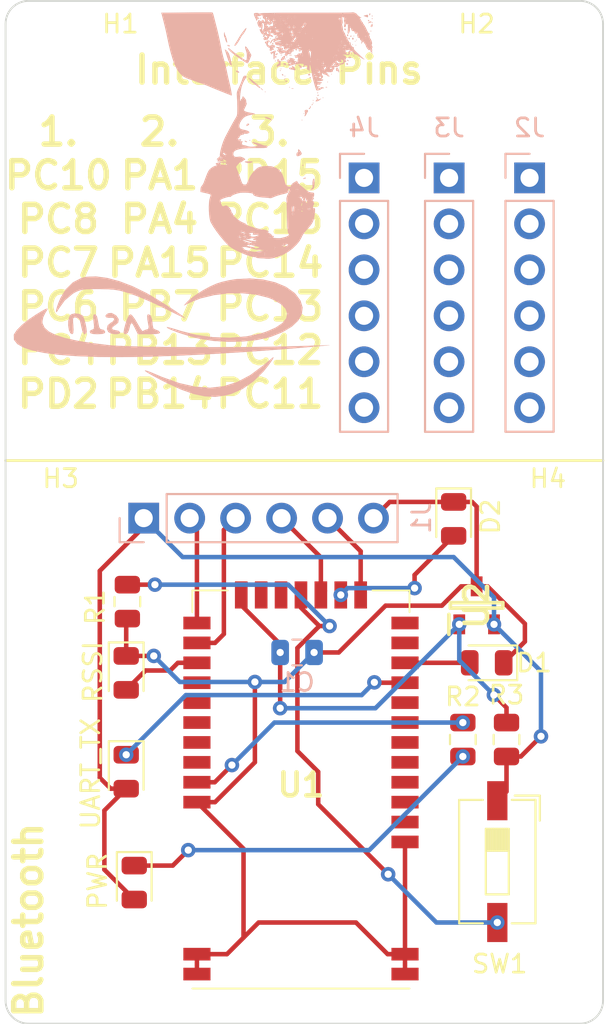
<source format=kicad_pcb>
(kicad_pcb (version 20171130) (host pcbnew "(5.1.6)-1")

  (general
    (thickness 1.6)
    (drawings 14)
    (tracks 131)
    (zones 0)
    (modules 22)
    (nets 49)
  )

  (page A4)
  (layers
    (0 F.Cu signal)
    (31 B.Cu signal)
    (32 B.Adhes user)
    (33 F.Adhes user)
    (34 B.Paste user)
    (35 F.Paste user)
    (36 B.SilkS user)
    (37 F.SilkS user)
    (38 B.Mask user)
    (39 F.Mask user)
    (40 Dwgs.User user)
    (41 Cmts.User user)
    (42 Eco1.User user)
    (43 Eco2.User user)
    (44 Edge.Cuts user)
    (45 Margin user)
    (46 B.CrtYd user)
    (47 F.CrtYd user)
    (48 B.Fab user)
    (49 F.Fab user hide)
  )

  (setup
    (last_trace_width 0.25)
    (trace_clearance 0.2)
    (zone_clearance 0.508)
    (zone_45_only no)
    (trace_min 0.2)
    (via_size 0.8)
    (via_drill 0.4)
    (via_min_size 0.4)
    (via_min_drill 0.3)
    (uvia_size 0.3)
    (uvia_drill 0.1)
    (uvias_allowed no)
    (uvia_min_size 0.2)
    (uvia_min_drill 0.1)
    (edge_width 0.1)
    (segment_width 0.2)
    (pcb_text_width 0.3)
    (pcb_text_size 1.5 1.5)
    (mod_edge_width 0.15)
    (mod_text_size 1 1)
    (mod_text_width 0.15)
    (pad_size 1.524 1.524)
    (pad_drill 0.762)
    (pad_to_mask_clearance 0)
    (aux_axis_origin 0 0)
    (visible_elements 7FFFFFFF)
    (pcbplotparams
      (layerselection 0x010fc_ffffffff)
      (usegerberextensions false)
      (usegerberattributes true)
      (usegerberadvancedattributes true)
      (creategerberjobfile true)
      (excludeedgelayer true)
      (linewidth 0.100000)
      (plotframeref false)
      (viasonmask false)
      (mode 1)
      (useauxorigin false)
      (hpglpennumber 1)
      (hpglpenspeed 20)
      (hpglpendiameter 15.000000)
      (psnegative false)
      (psa4output false)
      (plotreference true)
      (plotvalue true)
      (plotinvisibletext false)
      (padsonsilk false)
      (subtractmaskfromsilk false)
      (outputformat 1)
      (mirror false)
      (drillshape 1)
      (scaleselection 1)
      (outputdirectory ""))
  )

  (net 0 "")
  (net 1 "Net-(C1-Pad1)")
  (net 2 GND)
  (net 3 "Net-(D1-Pad2)")
  (net 4 "Net-(D2-Pad2)")
  (net 5 /UART_RX)
  (net 6 /UART_TX)
  (net 7 /UART_RTS)
  (net 8 /UART_CTS)
  (net 9 "Net-(PWR1-Pad1)")
  (net 10 +3V3)
  (net 11 "Net-(R1-Pad1)")
  (net 12 "Net-(R2-Pad1)")
  (net 13 "Net-(RSSI1-Pad2)")
  (net 14 "Net-(U1-Pad4)")
  (net 15 "Net-(U1-Pad5)")
  (net 16 "Net-(U1-Pad6)")
  (net 17 "Net-(U1-Pad7)")
  (net 18 "Net-(U1-Pad8)")
  (net 19 "Net-(U1-Pad9)")
  (net 20 "Net-(U1-Pad10)")
  (net 21 "Net-(U1-Pad11)")
  (net 22 "Net-(U1-Pad13)")
  (net 23 "Net-(U1-Pad14)")
  (net 24 "Net-(U1-Pad19)")
  (net 25 "Net-(U1-Pad20)")
  (net 26 "Net-(U1-Pad25)")
  (net 27 "Net-(U1-Pad26)")
  (net 28 "Net-(U1-Pad27)")
  (net 29 "Net-(U1-Pad28)")
  (net 30 "Net-(U1-Pad29)")
  (net 31 "Net-(J2-Pad6)")
  (net 32 "Net-(J2-Pad5)")
  (net 33 "Net-(J2-Pad4)")
  (net 34 "Net-(J2-Pad3)")
  (net 35 "Net-(J2-Pad2)")
  (net 36 "Net-(J2-Pad1)")
  (net 37 "Net-(J3-Pad6)")
  (net 38 "Net-(J3-Pad5)")
  (net 39 "Net-(J3-Pad4)")
  (net 40 "Net-(J3-Pad3)")
  (net 41 "Net-(J3-Pad2)")
  (net 42 "Net-(J3-Pad1)")
  (net 43 "Net-(J4-Pad6)")
  (net 44 "Net-(J4-Pad5)")
  (net 45 "Net-(J4-Pad4)")
  (net 46 "Net-(J4-Pad3)")
  (net 47 "Net-(J4-Pad2)")
  (net 48 "Net-(J4-Pad1)")

  (net_class Default "This is the default net class."
    (clearance 0.2)
    (trace_width 0.25)
    (via_dia 0.8)
    (via_drill 0.4)
    (uvia_dia 0.3)
    (uvia_drill 0.1)
    (add_net +3V3)
    (add_net /UART_CTS)
    (add_net /UART_RTS)
    (add_net /UART_RX)
    (add_net /UART_TX)
    (add_net GND)
    (add_net "Net-(C1-Pad1)")
    (add_net "Net-(D1-Pad2)")
    (add_net "Net-(D2-Pad2)")
    (add_net "Net-(J2-Pad1)")
    (add_net "Net-(J2-Pad2)")
    (add_net "Net-(J2-Pad3)")
    (add_net "Net-(J2-Pad4)")
    (add_net "Net-(J2-Pad5)")
    (add_net "Net-(J2-Pad6)")
    (add_net "Net-(J3-Pad1)")
    (add_net "Net-(J3-Pad2)")
    (add_net "Net-(J3-Pad3)")
    (add_net "Net-(J3-Pad4)")
    (add_net "Net-(J3-Pad5)")
    (add_net "Net-(J3-Pad6)")
    (add_net "Net-(J4-Pad1)")
    (add_net "Net-(J4-Pad2)")
    (add_net "Net-(J4-Pad3)")
    (add_net "Net-(J4-Pad4)")
    (add_net "Net-(J4-Pad5)")
    (add_net "Net-(J4-Pad6)")
    (add_net "Net-(PWR1-Pad1)")
    (add_net "Net-(R1-Pad1)")
    (add_net "Net-(R2-Pad1)")
    (add_net "Net-(RSSI1-Pad2)")
    (add_net "Net-(U1-Pad10)")
    (add_net "Net-(U1-Pad11)")
    (add_net "Net-(U1-Pad13)")
    (add_net "Net-(U1-Pad14)")
    (add_net "Net-(U1-Pad19)")
    (add_net "Net-(U1-Pad20)")
    (add_net "Net-(U1-Pad25)")
    (add_net "Net-(U1-Pad26)")
    (add_net "Net-(U1-Pad27)")
    (add_net "Net-(U1-Pad28)")
    (add_net "Net-(U1-Pad29)")
    (add_net "Net-(U1-Pad4)")
    (add_net "Net-(U1-Pad5)")
    (add_net "Net-(U1-Pad6)")
    (add_net "Net-(U1-Pad7)")
    (add_net "Net-(U1-Pad8)")
    (add_net "Net-(U1-Pad9)")
  )

  (module UTSVT_Special:UTSVT_Logo_Symbol (layer B.Cu) (tedit 0) (tstamp 5EFE3DFD)
    (at 122.555 100.965)
    (fp_text reference G*** (at 0 0 180) (layer B.SilkS) hide
      (effects (font (size 1.524 1.524) (thickness 0.3)) (justify mirror))
    )
    (fp_text value LOGO (at 0.75 0 180) (layer B.SilkS) hide
      (effects (font (size 1.524 1.524) (thickness 0.3)) (justify mirror))
    )
    (fp_poly (pts (xy 0.948417 -0.959313) (xy 0.76499 -1.093627) (xy 0.494708 -1.278048) (xy 0.166558 -1.49376)
      (xy -0.190474 -1.721948) (xy -0.547401 -1.943795) (xy -0.875235 -2.140486) (xy -1.112379 -2.275489)
      (xy -1.859592 -2.64264) (xy -2.589034 -2.921038) (xy -3.27705 -3.105144) (xy -3.899988 -3.189424)
      (xy -4.434193 -3.168339) (xy -4.679657 -3.110469) (xy -5.163131 -2.864277) (xy -5.564541 -2.472205)
      (xy -5.850449 -2.000429) (xy -5.965497 -1.73342) (xy -6.048173 -1.497845) (xy -6.094075 -1.318973)
      (xy -6.098801 -1.222074) (xy -6.05795 -1.232418) (xy -5.967121 -1.375274) (xy -5.955551 -1.397)
      (xy -5.62236 -1.860842) (xy -5.173612 -2.23493) (xy -5.037666 -2.314921) (xy -4.864575 -2.396448)
      (xy -4.679985 -2.449418) (xy -4.442995 -2.479376) (xy -4.112704 -2.491869) (xy -3.725333 -2.492887)
      (xy -3.263087 -2.48507) (xy -2.907723 -2.460514) (xy -2.596941 -2.409661) (xy -2.268442 -2.322955)
      (xy -1.947333 -2.220125) (xy -1.554308 -2.074784) (xy -1.072265 -1.874941) (xy -0.561207 -1.646511)
      (xy -0.081137 -1.415408) (xy -0.0635 -1.406512) (xy 0.32034 -1.214671) (xy 0.644034 -1.057028)
      (xy 0.880927 -0.94624) (xy 1.004364 -0.894964) (xy 1.016 -0.893923) (xy 0.948417 -0.959313)) (layer B.SilkS) (width 0.01))
    (fp_poly (pts (xy 4.226616 0.405116) (xy 4.993095 0.323301) (xy 5.664321 0.178861) (xy 5.799667 0.137011)
      (xy 6.436279 -0.119973) (xy 6.931666 -0.417975) (xy 7.281375 -0.748364) (xy 7.480952 -1.102511)
      (xy 7.525944 -1.471786) (xy 7.411897 -1.84756) (xy 7.134357 -2.221203) (xy 7.056059 -2.297501)
      (xy 6.596706 -2.6198) (xy 6.014328 -2.861745) (xy 5.338434 -3.016518) (xy 4.598531 -3.077305)
      (xy 3.843722 -3.039577) (xy 3.451259 -2.975619) (xy 3.045114 -2.88015) (xy 2.773042 -2.794726)
      (xy 2.404244 -2.630908) (xy 2.002742 -2.411585) (xy 1.619164 -2.168294) (xy 1.304138 -1.93257)
      (xy 1.143 -1.779358) (xy 0.973667 -1.585501) (xy 1.227667 -1.714686) (xy 1.882755 -1.977412)
      (xy 2.62613 -2.157303) (xy 3.415448 -2.252579) (xy 4.208366 -2.261459) (xy 4.962542 -2.182163)
      (xy 5.635632 -2.012909) (xy 5.892139 -1.91087) (xy 6.318518 -1.668059) (xy 6.580214 -1.408225)
      (xy 6.680009 -1.139425) (xy 6.620686 -0.869717) (xy 6.405027 -0.60716) (xy 6.035815 -0.35981)
      (xy 5.515831 -0.135726) (xy 5.249334 -0.04935) (xy 4.433203 0.124771) (xy 3.530398 0.197257)
      (xy 2.588694 0.169413) (xy 1.655866 0.042547) (xy 0.814889 -0.170601) (xy 0.48261 -0.273953)
      (xy 0.217131 -0.349913) (xy 0.054974 -0.388382) (xy 0.022758 -0.389647) (xy 0.065005 -0.33545)
      (xy 0.238575 -0.248737) (xy 0.511235 -0.140844) (xy 0.850752 -0.023111) (xy 1.224894 0.093124)
      (xy 1.601428 0.196522) (xy 1.866657 0.258966) (xy 2.612297 0.374533) (xy 3.415983 0.422721)
      (xy 4.226616 0.405116)) (layer B.SilkS) (width 0.01))
    (fp_poly (pts (xy -0.996057 1.244338) (xy 0.618301 1.190163) (xy 2.386221 1.104187) (xy 4.306529 0.986327)
      (xy 4.572 0.968337) (xy 5.224946 0.92232) (xy 5.915556 0.871398) (xy 6.593333 0.819447)
      (xy 7.207778 0.770345) (xy 7.708393 0.72797) (xy 7.747 0.724542) (xy 9.017 0.611199)
      (xy 7.112 0.665433) (xy 6.29508 0.685268) (xy 5.409053 0.700676) (xy 4.473882 0.711766)
      (xy 3.509527 0.718643) (xy 2.53595 0.721415) (xy 1.573113 0.720189) (xy 0.640978 0.715073)
      (xy -0.240493 0.706172) (xy -1.05134 0.693596) (xy -1.771599 0.677449) (xy -2.38131 0.657841)
      (xy -2.860511 0.634877) (xy -3.175 0.610233) (xy -4.14956 0.490575) (xy -4.962254 0.357796)
      (xy -5.62022 0.209356) (xy -6.130594 0.042717) (xy -6.500513 -0.144661) (xy -6.737114 -0.355318)
      (xy -6.847533 -0.591793) (xy -6.858 -0.700189) (xy -6.808075 -0.942824) (xy -6.6875 -1.186887)
      (xy -6.682901 -1.19343) (xy -6.584737 -1.345554) (xy -6.574275 -1.413634) (xy -6.664724 -1.395003)
      (xy -6.869295 -1.286997) (xy -7.196666 -1.089745) (xy -7.625374 -0.799938) (xy -7.989208 -0.505182)
      (xy -8.261715 -0.229932) (xy -8.416441 0.001357) (xy -8.435108 0.055122) (xy -8.421021 0.31443)
      (xy -8.241618 0.54276) (xy -7.898074 0.740032) (xy -7.391565 0.906161) (xy -6.723266 1.041066)
      (xy -5.894353 1.144664) (xy -4.906 1.216873) (xy -3.759382 1.25761) (xy -2.455677 1.266792)
      (xy -0.996057 1.244338)) (layer B.SilkS) (width 0.01))
    (fp_poly (pts (xy -4.421383 -0.069315) (xy -4.404686 -0.148167) (xy -4.428444 -0.362794) (xy -4.483594 -0.622471)
      (xy -4.552892 -0.860123) (xy -4.619093 -1.008676) (xy -4.628918 -1.020361) (xy -4.818991 -1.115001)
      (xy -5.067669 -1.143677) (xy -5.2705 -1.095932) (xy -5.369141 -0.960585) (xy -5.419599 -0.736812)
      (xy -5.424653 -0.476811) (xy -5.387081 -0.232782) (xy -5.309665 -0.056923) (xy -5.212142 0)
      (xy -5.152474 -0.058109) (xy -5.13529 -0.246093) (xy -5.147627 -0.473009) (xy -5.165826 -0.740789)
      (xy -5.153735 -0.878448) (xy -5.097317 -0.924415) (xy -4.98526 -0.917509) (xy -4.861007 -0.875283)
      (xy -4.782779 -0.763762) (xy -4.725202 -0.539613) (xy -4.708259 -0.4445) (xy -4.638605 -0.158155)
      (xy -4.554235 -0.01369) (xy -4.517759 0) (xy -4.421383 -0.069315)) (layer B.SilkS) (width 0.01))
    (fp_poly (pts (xy -2.582865 -0.043696) (xy -2.561588 -0.105834) (xy -2.664029 -0.188619) (xy -2.794 -0.211667)
      (xy -2.976081 -0.251982) (xy -3.010729 -0.348427) (xy -2.892099 -0.464247) (xy -2.838526 -0.491596)
      (xy -2.664391 -0.639319) (xy -2.639657 -0.82849) (xy -2.766231 -1.017372) (xy -2.812839 -1.053533)
      (xy -3.023917 -1.167544) (xy -3.195081 -1.15927) (xy -3.29168 -1.108836) (xy -3.372317 -1.007447)
      (xy -3.317074 -0.92741) (xy -3.159008 -0.901665) (xy -3.092354 -0.910225) (xy -2.924282 -0.900631)
      (xy -2.878118 -0.815169) (xy -2.95777 -0.69942) (xy -3.068672 -0.63391) (xy -3.244951 -0.48494)
      (xy -3.287567 -0.284311) (xy -3.213958 -0.122933) (xy -3.085162 -0.044772) (xy -2.898073 -0.004491)
      (xy -2.711153 -0.003621) (xy -2.582865 -0.043696)) (layer B.SilkS) (width 0.01))
    (fp_poly (pts (xy -3.543781 -0.013596) (xy -3.413756 -0.060668) (xy -3.386666 -0.127) (xy -3.45695 -0.230509)
      (xy -3.553084 -0.254) (xy -3.658805 -0.285175) (xy -3.725004 -0.404676) (xy -3.772166 -0.651465)
      (xy -3.775658 -0.677334) (xy -3.835134 -0.963175) (xy -3.918818 -1.09121) (xy -3.955852 -1.100667)
      (xy -4.026747 -1.068698) (xy -4.047907 -0.948218) (xy -4.025064 -0.702366) (xy -4.021666 -0.677334)
      (xy -3.99505 -0.423201) (xy -4.010819 -0.295507) (xy -4.076074 -0.255076) (xy -4.098388 -0.254)
      (xy -4.215657 -0.189644) (xy -4.233333 -0.127) (xy -4.188014 -0.047135) (xy -4.031106 -0.008127)
      (xy -3.81 0) (xy -3.543781 -0.013596)) (layer B.SilkS) (width 0.01))
    (fp_poly (pts (xy -0.612 -0.008171) (xy -0.421456 -0.035224) (xy -0.357025 -0.084973) (xy -0.359409 -0.105834)
      (xy -0.462111 -0.201847) (xy -0.578132 -0.238722) (xy -0.721636 -0.310816) (xy -0.763156 -0.492722)
      (xy -0.792487 -0.807587) (xy -0.868927 -1.021292) (xy -0.980568 -1.100663) (xy -0.981425 -1.100667)
      (xy -1.041787 -1.07562) (xy -1.063041 -0.980418) (xy -1.044963 -0.784973) (xy -0.987327 -0.459193)
      (xy -0.976225 -0.402167) (xy -1.008456 -0.277742) (xy -1.101537 -0.254) (xy -1.247642 -0.208815)
      (xy -1.287716 -0.158517) (xy -1.338831 -0.178527) (xy -1.443855 -0.320276) (xy -1.581098 -0.553984)
      (xy -1.59607 -0.581851) (xy -1.749682 -0.840806) (xy -1.889732 -1.02676) (xy -1.98662 -1.100593)
      (xy -1.988624 -1.100667) (xy -2.07817 -1.023915) (xy -2.178572 -0.819296) (xy -2.237659 -0.643136)
      (xy -2.326341 -0.320851) (xy -2.36164 -0.127502) (xy -2.343933 -0.031449) (xy -2.273594 -0.001054)
      (xy -2.24528 0) (xy -2.138358 -0.072943) (xy -2.068875 -0.232834) (xy -2.002079 -0.502998)
      (xy -1.942903 -0.614036) (xy -1.87152 -0.573914) (xy -1.768103 -0.390599) (xy -1.752833 -0.359834)
      (xy -1.575306 0) (xy -0.949931 0) (xy -0.612 -0.008171)) (layer B.SilkS) (width 0.01))
    (fp_poly (pts (xy 3.275022 3.382961) (xy 3.582668 3.300682) (xy 4.209242 3.026518) (xy 4.81351 2.606725)
      (xy 5.362345 2.064659) (xy 5.40177 2.018025) (xy 5.614432 1.752679) (xy 5.784812 1.520775)
      (xy 5.892543 1.352147) (xy 5.91726 1.27663) (xy 5.908479 1.275698) (xy 5.837298 1.329013)
      (xy 5.668916 1.465961) (xy 5.435169 1.660521) (xy 5.349559 1.732558) (xy 4.637133 2.261127)
      (xy 3.919895 2.641567) (xy 3.183426 2.875162) (xy 2.413309 2.963193) (xy 1.595127 2.906943)
      (xy 0.714463 2.707692) (xy -0.243103 2.366724) (xy -0.509686 2.2536) (xy -0.878483 2.098627)
      (xy -1.103585 2.017443) (xy -1.191145 2.004977) (xy -1.147317 2.056158) (xy -0.978254 2.165915)
      (xy -0.69011 2.329176) (xy -0.289038 2.54087) (xy 0.042334 2.708542) (xy 0.821464 3.065397)
      (xy 1.507658 3.306811) (xy 2.127555 3.43724) (xy 2.707797 3.461137) (xy 3.275022 3.382961)) (layer B.SilkS) (width 0.01))
  )

  (module UTSVT_Special:Hallock_Image_Tiny (layer B.Cu) (tedit 0) (tstamp 5EFE3C9E)
    (at 127.635 90.17)
    (fp_text reference G*** (at 0 0) (layer B.SilkS) hide
      (effects (font (size 1.524 1.524) (thickness 0.3)) (justify mirror))
    )
    (fp_text value LOGO (at 0.75 0) (layer B.SilkS) hide
      (effects (font (size 1.524 1.524) (thickness 0.3)) (justify mirror))
    )
    (fp_poly (pts (xy -1.471658 -2.42763) (xy -1.481562 -2.515679) (xy -1.502476 -2.643601) (xy -1.531675 -2.795993)
      (xy -1.566431 -2.957451) (xy -1.599146 -3.093604) (xy -1.639489 -3.26049) (xy -1.685503 -3.463745)
      (xy -1.729363 -3.668434) (xy -1.744139 -3.740834) (xy -1.786736 -3.936249) (xy -1.837352 -4.143186)
      (xy -1.887326 -4.326915) (xy -1.904732 -4.384659) (xy -1.947545 -4.538128) (xy -1.994837 -4.734921)
      (xy -2.040078 -4.946628) (xy -2.068742 -5.098143) (xy -2.107171 -5.298084) (xy -2.158637 -5.540498)
      (xy -2.217038 -5.797856) (xy -2.276276 -6.042626) (xy -2.289827 -6.096) (xy -2.34252 -6.301335)
      (xy -2.392001 -6.494184) (xy -2.434038 -6.658047) (xy -2.464396 -6.776422) (xy -2.473919 -6.813578)
      (xy -2.502596 -6.9093) (xy -2.528259 -6.968632) (xy -2.535906 -6.976864) (xy -2.575951 -6.978434)
      (xy -2.680581 -6.979425) (xy -2.841809 -6.979843) (xy -3.051652 -6.979697) (xy -3.302125 -6.978993)
      (xy -3.585242 -6.97774) (xy -3.893019 -6.975945) (xy -3.95886 -6.975508) (xy -5.359577 -6.966015)
      (xy -5.238797 -6.503793) (xy -5.183433 -6.283535) (xy -5.126655 -6.043547) (xy -5.075823 -5.815661)
      (xy -5.043822 -5.660572) (xy -4.945363 -5.193594) (xy -4.842205 -4.777841) (xy -4.735799 -4.417956)
      (xy -4.627598 -4.11858) (xy -4.519052 -3.884357) (xy -4.455157 -3.778193) (xy -4.308757 -3.589201)
      (xy -4.153602 -3.451025) (xy -3.968339 -3.348489) (xy -3.737429 -3.268082) (xy -3.621788 -3.232609)
      (xy -3.525533 -3.199321) (xy -3.501572 -3.189737) (xy -3.433301 -3.162989) (xy -3.319047 -3.120954)
      (xy -3.181457 -3.071936) (xy -3.156857 -3.063325) (xy -3.003377 -3.007561) (xy -2.855964 -2.950342)
      (xy -2.744983 -2.903479) (xy -2.739572 -2.900989) (xy -2.666444 -2.869104) (xy -2.546957 -2.819251)
      (xy -2.394056 -2.756614) (xy -2.220686 -2.686375) (xy -2.039796 -2.613719) (xy -1.864329 -2.543829)
      (xy -1.707234 -2.481888) (xy -1.581456 -2.433081) (xy -1.499941 -2.402591) (xy -1.47549 -2.394858)
      (xy -1.471658 -2.42763)) (layer B.SilkS) (width 0.01))
    (fp_poly (pts (xy 3.333214 -2.68437) (xy 3.413979 -2.712776) (xy 3.469371 -2.746095) (xy 3.477381 -2.757777)
      (xy 3.51872 -2.787223) (xy 3.568095 -2.795104) (xy 3.621888 -2.799518) (xy 3.607352 -2.818563)
      (xy 3.581314 -2.834256) (xy 3.502639 -2.851888) (xy 3.472457 -2.838393) (xy 3.408347 -2.804054)
      (xy 3.33402 -2.782448) (xy 3.278301 -2.780065) (xy 3.265714 -2.791852) (xy 3.294131 -2.827366)
      (xy 3.347357 -2.861781) (xy 3.402674 -2.892159) (xy 3.391836 -2.89661) (xy 3.336844 -2.886692)
      (xy 3.266447 -2.885444) (xy 3.240752 -2.927582) (xy 3.23922 -2.941605) (xy 3.244924 -2.988216)
      (xy 3.284628 -3.003257) (xy 3.367662 -2.996221) (xy 3.435073 -2.989585) (xy 3.444401 -2.994382)
      (xy 3.431017 -2.999002) (xy 3.386522 -3.017013) (xy 3.399525 -3.039533) (xy 3.449159 -3.068877)
      (xy 3.506738 -3.104104) (xy 3.503022 -3.118723) (xy 3.465286 -3.123143) (xy 3.3655 -3.130369)
      (xy 3.323325 -3.1335) (xy 3.258314 -3.162705) (xy 3.23892 -3.193143) (xy 3.236901 -3.223879)
      (xy 3.25388 -3.206281) (xy 3.307126 -3.184628) (xy 3.397033 -3.184791) (xy 3.492999 -3.20233)
      (xy 3.564421 -3.232807) (xy 3.582306 -3.253919) (xy 3.566999 -3.281497) (xy 3.512715 -3.276468)
      (xy 3.456524 -3.266666) (xy 3.463375 -3.28509) (xy 3.487429 -3.306537) (xy 3.549937 -3.381262)
      (xy 3.569636 -3.451253) (xy 3.540841 -3.49534) (xy 3.538382 -3.496349) (xy 3.505293 -3.543456)
      (xy 3.509702 -3.594203) (xy 3.529251 -3.646689) (xy 3.55204 -3.633151) (xy 3.563117 -3.614566)
      (xy 3.621781 -3.569194) (xy 3.685942 -3.556) (xy 3.762496 -3.536418) (xy 3.796878 -3.501572)
      (xy 3.845516 -3.459453) (xy 3.895525 -3.451352) (xy 3.94522 -3.456848) (xy 3.925337 -3.467747)
      (xy 3.907121 -3.472669) (xy 3.860287 -3.508202) (xy 3.859912 -3.539174) (xy 3.846629 -3.588593)
      (xy 3.808148 -3.611017) (xy 3.744082 -3.641443) (xy 3.746456 -3.667048) (xy 3.809142 -3.683893)
      (xy 3.926015 -3.688042) (xy 3.927928 -3.687993) (xy 4.041535 -3.689302) (xy 4.096763 -3.703391)
      (xy 4.107225 -3.733917) (xy 4.106795 -3.736043) (xy 4.123339 -3.798332) (xy 4.156704 -3.834085)
      (xy 4.198884 -3.89764) (xy 4.195586 -3.938132) (xy 4.191191 -3.977199) (xy 4.232515 -3.982629)
      (xy 4.278216 -3.974054) (xy 4.366885 -3.969929) (xy 4.42838 -4.015957) (xy 4.44066 -4.032531)
      (xy 4.529332 -4.101457) (xy 4.616551 -4.116361) (xy 4.701025 -4.128074) (xy 4.730062 -4.164714)
      (xy 4.730246 -4.182009) (xy 4.753653 -4.235674) (xy 4.793746 -4.245429) (xy 4.851317 -4.263547)
      (xy 4.857622 -4.300508) (xy 4.821056 -4.325696) (xy 4.801375 -4.357085) (xy 4.830128 -4.421797)
      (xy 4.859261 -4.485351) (xy 4.840702 -4.532754) (xy 4.795006 -4.574169) (xy 4.72527 -4.617655)
      (xy 4.677197 -4.624166) (xy 4.677077 -4.624093) (xy 4.646303 -4.627022) (xy 4.644571 -4.636344)
      (xy 4.677187 -4.651303) (xy 4.761368 -4.656069) (xy 4.844143 -4.652135) (xy 4.958098 -4.644578)
      (xy 5.017537 -4.650731) (xy 5.040171 -4.677229) (xy 5.043714 -4.726911) (xy 5.066693 -4.810869)
      (xy 5.122558 -4.845646) (xy 5.191701 -4.832171) (xy 5.254512 -4.771374) (xy 5.280024 -4.715718)
      (xy 5.320602 -4.667332) (xy 5.356166 -4.66928) (xy 5.418278 -4.661032) (xy 5.498208 -4.61221)
      (xy 5.508523 -4.603381) (xy 5.610658 -4.525454) (xy 5.725965 -4.454347) (xy 5.733143 -4.450566)
      (xy 5.860143 -4.384655) (xy 5.733143 -4.501623) (xy 5.562163 -4.659728) (xy 5.437996 -4.776868)
      (xy 5.353666 -4.860795) (xy 5.302198 -4.919262) (xy 5.276616 -4.960022) (xy 5.269945 -4.990827)
      (xy 5.273315 -5.012678) (xy 5.275009 -5.059092) (xy 5.260208 -5.061103) (xy 5.213625 -5.068607)
      (xy 5.157745 -5.119723) (xy 5.110993 -5.190996) (xy 5.091798 -5.258971) (xy 5.093588 -5.273185)
      (xy 5.092633 -5.321364) (xy 5.059209 -5.319863) (xy 5.014323 -5.326765) (xy 5.007428 -5.348839)
      (xy 4.981898 -5.411952) (xy 4.955157 -5.441067) (xy 4.920236 -5.501597) (xy 4.922636 -5.535919)
      (xy 4.912131 -5.590725) (xy 4.88641 -5.608869) (xy 4.840067 -5.65669) (xy 4.805858 -5.742298)
      (xy 4.805313 -5.744728) (xy 4.773022 -5.836461) (xy 4.730904 -5.89591) (xy 4.696637 -5.953313)
      (xy 4.67223 -6.050712) (xy 4.668582 -6.081515) (xy 4.654104 -6.186307) (xy 4.634279 -6.262254)
      (xy 4.628792 -6.273605) (xy 4.625047 -6.335789) (xy 4.639392 -6.361903) (xy 4.658986 -6.433101)
      (xy 4.648206 -6.533456) (xy 4.634571 -6.635489) (xy 4.639642 -6.714274) (xy 4.64119 -6.71911)
      (xy 4.662714 -6.752002) (xy 4.695894 -6.731205) (xy 4.727908 -6.69111) (xy 4.764103 -6.630805)
      (xy 4.763572 -6.622143) (xy 4.862285 -6.622143) (xy 4.880428 -6.640286) (xy 4.898571 -6.622143)
      (xy 4.880428 -6.604) (xy 4.862285 -6.622143) (xy 4.763572 -6.622143) (xy 4.762462 -6.604076)
      (xy 4.761186 -6.604) (xy 4.73757 -6.575131) (xy 4.737831 -6.509671) (xy 4.761357 -6.439345)
      (xy 4.764477 -6.43405) (xy 4.772082 -6.371481) (xy 4.756005 -6.302348) (xy 4.738748 -6.212099)
      (xy 4.773823 -6.171104) (xy 4.795762 -6.168572) (xy 4.820859 -6.198816) (xy 4.826 -6.2367)
      (xy 4.851149 -6.316532) (xy 4.87625 -6.346533) (xy 4.920479 -6.355078) (xy 4.948876 -6.300403)
      (xy 4.959754 -6.190468) (xy 4.951423 -6.033234) (xy 4.94844 -6.006302) (xy 4.94083 -5.89722)
      (xy 4.945744 -5.8245) (xy 4.957075 -5.805998) (xy 4.998576 -5.83748) (xy 5.035877 -5.911398)
      (xy 5.057276 -5.998004) (xy 5.055293 -6.055643) (xy 5.058141 -6.123411) (xy 5.077265 -6.148739)
      (xy 5.112172 -6.136641) (xy 5.139322 -6.062442) (xy 5.139683 -6.060657) (xy 5.16701 -5.980974)
      (xy 5.214678 -5.956897) (xy 5.239042 -5.958466) (xy 5.302648 -5.946694) (xy 5.327871 -5.884162)
      (xy 5.349561 -5.823442) (xy 5.404587 -5.816259) (xy 5.427656 -5.821354) (xy 5.494371 -5.825605)
      (xy 5.515428 -5.806406) (xy 5.486972 -5.771731) (xy 5.471886 -5.769429) (xy 5.447453 -5.757167)
      (xy 5.46905 -5.728722) (xy 5.494822 -5.664855) (xy 5.492769 -5.651897) (xy 5.894023 -5.651897)
      (xy 5.92969 -5.657707) (xy 5.976753 -5.651036) (xy 5.977315 -5.638649) (xy 5.928751 -5.629987)
      (xy 5.907768 -5.635785) (xy 5.894023 -5.651897) (xy 5.492769 -5.651897) (xy 5.490568 -5.638007)
      (xy 5.501008 -5.59697) (xy 5.547832 -5.588) (xy 5.611038 -5.564317) (xy 5.624285 -5.515429)
      (xy 5.632747 -5.491238) (xy 5.708952 -5.491238) (xy 5.713933 -5.51281) (xy 5.733143 -5.515429)
      (xy 5.76301 -5.502153) (xy 5.757333 -5.491238) (xy 5.71427 -5.486896) (xy 5.708952 -5.491238)
      (xy 5.632747 -5.491238) (xy 5.644875 -5.456568) (xy 5.673682 -5.442857) (xy 5.708516 -5.413753)
      (xy 5.707977 -5.343072) (xy 5.692875 -5.243286) (xy 5.748009 -5.334) (xy 5.786397 -5.384701)
      (xy 5.804299 -5.383939) (xy 5.804428 -5.381949) (xy 5.829031 -5.325081) (xy 5.851225 -5.297715)
      (xy 6.168571 -5.297715) (xy 6.181848 -5.327582) (xy 6.192762 -5.321905) (xy 6.197104 -5.278842)
      (xy 6.192762 -5.273524) (xy 6.17119 -5.278505) (xy 6.168571 -5.297715) (xy 5.851225 -5.297715)
      (xy 5.869214 -5.275536) (xy 5.918804 -5.21194) (xy 5.920716 -5.207) (xy 6.168571 -5.207)
      (xy 6.186714 -5.225143) (xy 6.204857 -5.207) (xy 6.186714 -5.188857) (xy 6.168571 -5.207)
      (xy 5.920716 -5.207) (xy 5.933821 -5.173159) (xy 5.95186 -5.118683) (xy 5.962311 -5.098143)
      (xy 6.168571 -5.098143) (xy 6.186714 -5.116286) (xy 6.204857 -5.098143) (xy 6.241143 -5.098143)
      (xy 6.259285 -5.116286) (xy 6.277428 -5.098143) (xy 6.259285 -5.08) (xy 6.241143 -5.098143)
      (xy 6.204857 -5.098143) (xy 6.186714 -5.08) (xy 6.168571 -5.098143) (xy 5.962311 -5.098143)
      (xy 5.994907 -5.034086) (xy 6.005144 -5.0165) (xy 6.07469 -4.926894) (xy 6.13554 -4.9005)
      (xy 6.180872 -4.940109) (xy 6.182634 -4.943929) (xy 6.198303 -4.962801) (xy 6.199502 -4.934857)
      (xy 6.201973 -4.838997) (xy 6.229985 -4.796819) (xy 6.268357 -4.79027) (xy 6.308608 -4.797383)
      (xy 6.282394 -4.822164) (xy 6.251104 -4.852612) (xy 6.282394 -4.876037) (xy 6.311155 -4.901321)
      (xy 6.287808 -4.919302) (xy 6.262109 -4.951659) (xy 6.285625 -5.00707) (xy 6.307641 -5.076446)
      (xy 6.275245 -5.137383) (xy 6.245044 -5.192947) (xy 6.264434 -5.214617) (xy 6.28223 -5.254021)
      (xy 6.273697 -5.333421) (xy 6.245273 -5.428062) (xy 6.203396 -5.51319) (xy 6.178354 -5.545569)
      (xy 6.149692 -5.603508) (xy 6.154744 -5.631268) (xy 6.149782 -5.679701) (xy 6.127863 -5.700914)
      (xy 6.097215 -5.733664) (xy 6.131695 -5.768485) (xy 6.132285 -5.768873) (xy 6.168402 -5.79774)
      (xy 6.141517 -5.805514) (xy 6.132285 -5.805778) (xy 6.088816 -5.838297) (xy 6.033642 -5.92364)
      (xy 5.990169 -6.014977) (xy 5.931984 -6.139699) (xy 5.872529 -6.246334) (xy 5.835955 -6.29791)
      (xy 5.786379 -6.368142) (xy 5.769428 -6.415839) (xy 5.745457 -6.456292) (xy 5.733143 -6.458857)
      (xy 5.700211 -6.487913) (xy 5.696857 -6.508843) (xy 5.671229 -6.571544) (xy 5.63891 -6.60692)
      (xy 5.60118 -6.647226) (xy 5.626384 -6.672389) (xy 5.647982 -6.681384) (xy 5.693227 -6.702252)
      (xy 5.671262 -6.709326) (xy 5.6515 -6.710307) (xy 5.59758 -6.729652) (xy 5.588 -6.749143)
      (xy 5.559305 -6.782784) (xy 5.542176 -6.785429) (xy 5.493668 -6.814953) (xy 5.460533 -6.866009)
      (xy 5.411317 -6.918064) (xy 5.329209 -6.962422) (xy 5.243021 -6.987709) (xy 5.181565 -6.982553)
      (xy 5.17609 -6.978281) (xy 5.138187 -6.975766) (xy 5.033607 -6.973438) (xy 4.868242 -6.97133)
      (xy 4.647986 -6.969471) (xy 4.378733 -6.967893) (xy 4.066375 -6.966625) (xy 3.716807 -6.9657)
      (xy 3.335921 -6.965147) (xy 2.929611 -6.964997) (xy 2.655258 -6.96513) (xy 2.087575 -6.965053)
      (xy 1.591755 -6.963836) (xy 1.167893 -6.96148) (xy 0.816085 -6.957986) (xy 0.536428 -6.953355)
      (xy 0.329017 -6.94759) (xy 0.193949 -6.940691) (xy 0.131319 -6.93266) (xy 0.126733 -6.930141)
      (xy 0.106103 -6.921897) (xy 0.850309 -6.921897) (xy 0.885976 -6.927707) (xy 0.933039 -6.921036)
      (xy 0.933429 -6.912429) (xy 4.644571 -6.912429) (xy 4.662714 -6.930572) (xy 4.680857 -6.912429)
      (xy 4.662714 -6.894286) (xy 4.644571 -6.912429) (xy 0.933429 -6.912429) (xy 0.933601 -6.908649)
      (xy 0.885037 -6.899987) (xy 0.864053 -6.905785) (xy 0.850309 -6.921897) (xy 0.106103 -6.921897)
      (xy 0.081571 -6.912094) (xy 0.060993 -6.920043) (xy -0.016333 -6.946864) (xy -0.112198 -6.954578)
      (xy -0.196729 -6.943645) (xy -0.23973 -6.915423) (xy -0.239132 -6.906381) (xy -0.024191 -6.906381)
      (xy -0.01921 -6.927953) (xy 0 -6.930572) (xy 0.029867 -6.917295) (xy 0.02419 -6.906381)
      (xy -0.018872 -6.902039) (xy -0.024191 -6.906381) (xy -0.239132 -6.906381) (xy -0.235929 -6.858)
      (xy -0.163286 -6.858) (xy -0.160409 -6.891437) (xy -0.147285 -6.894286) (xy -0.110334 -6.867946)
      (xy -0.108857 -6.858) (xy -0.121237 -6.822658) (xy -0.124859 -6.821715) (xy -0.155838 -6.847141)
      (xy -0.163286 -6.858) (xy -0.235929 -6.858) (xy -0.235781 -6.85577) (xy -0.20404 -6.763096)
      (xy -0.187142 -6.726862) (xy -0.138529 -6.626407) (xy -0.103326 -6.54712) (xy -0.097303 -6.531429)
      (xy -0.08201 -6.512419) (xy -0.075436 -6.557504) (xy -0.056485 -6.616516) (xy -0.024191 -6.619443)
      (xy 0.017612 -6.6305) (xy 0.02419 -6.656867) (xy -0.00112 -6.706037) (xy -0.024191 -6.712857)
      (xy -0.068462 -6.73455) (xy -0.072572 -6.749143) (xy -0.04109 -6.774815) (xy 0.034144 -6.785429)
      (xy 0.118079 -6.796804) (xy 0.163651 -6.822307) (xy 0.201993 -6.845986) (xy 0.236868 -6.812854)
      (xy 0.247178 -6.767286) (xy 1.197428 -6.767286) (xy 1.215571 -6.785429) (xy 1.233714 -6.767286)
      (xy 1.215571 -6.749143) (xy 1.197428 -6.767286) (xy 0.247178 -6.767286) (xy 0.253842 -6.737837)
      (xy 0.254 -6.728859) (xy 0.270557 -6.664683) (xy 0.41804 -6.664683) (xy 0.422306 -6.694715)
      (xy 0.445989 -6.742392) (xy 0.453571 -6.749143) (xy 0.46637 -6.731) (xy 1.669143 -6.731)
      (xy 1.687285 -6.749143) (xy 1.705428 -6.731) (xy 1.995714 -6.731) (xy 2.013857 -6.749143)
      (xy 2.032 -6.731) (xy 2.013857 -6.712857) (xy 1.995714 -6.731) (xy 1.705428 -6.731)
      (xy 1.687285 -6.712857) (xy 1.669143 -6.731) (xy 0.46637 -6.731) (xy 0.473504 -6.720889)
      (xy 0.484836 -6.694715) (xy 0.480658 -6.658429) (xy 0.616857 -6.658429) (xy 0.635 -6.676572)
      (xy 0.653143 -6.658429) (xy 1.233714 -6.658429) (xy 1.251857 -6.676572) (xy 1.27 -6.658429)
      (xy 1.251857 -6.640286) (xy 1.596571 -6.640286) (xy 1.609848 -6.670153) (xy 1.620762 -6.664477)
      (xy 1.621371 -6.658429) (xy 1.814285 -6.658429) (xy 1.832428 -6.676572) (xy 1.850571 -6.658429)
      (xy 1.833212 -6.64107) (xy 4.47306 -6.64107) (xy 4.481963 -6.690853) (xy 4.501624 -6.693357)
      (xy 4.532956 -6.642254) (xy 4.535714 -6.620002) (xy 4.521505 -6.571637) (xy 4.493499 -6.579064)
      (xy 4.473629 -6.634906) (xy 4.47306 -6.64107) (xy 1.833212 -6.64107) (xy 1.832428 -6.640286)
      (xy 1.814285 -6.658429) (xy 1.621371 -6.658429) (xy 1.625104 -6.621414) (xy 1.620762 -6.616096)
      (xy 1.59919 -6.621077) (xy 1.596571 -6.640286) (xy 1.251857 -6.640286) (xy 1.233714 -6.658429)
      (xy 0.653143 -6.658429) (xy 0.635 -6.640286) (xy 0.616857 -6.658429) (xy 0.480658 -6.658429)
      (xy 0.47944 -6.647861) (xy 0.453571 -6.640286) (xy 0.41804 -6.664683) (xy 0.270557 -6.664683)
      (xy 0.271893 -6.659508) (xy 0.304546 -6.640286) (xy 0.360564 -6.610135) (xy 0.371672 -6.576786)
      (xy 0.509154 -6.576786) (xy 0.525332 -6.60457) (xy 0.566929 -6.582248) (xy 0.585422 -6.559253)
      (xy 0.813494 -6.559253) (xy 0.818344 -6.570814) (xy 0.862395 -6.588791) (xy 0.873956 -6.583942)
      (xy 0.89045 -6.543524) (xy 1.390952 -6.543524) (xy 1.395933 -6.565096) (xy 1.415143 -6.567715)
      (xy 1.44501 -6.554438) (xy 1.439333 -6.543524) (xy 1.39627 -6.539181) (xy 1.390952 -6.543524)
      (xy 0.89045 -6.543524) (xy 0.891934 -6.53989) (xy 0.887084 -6.52833) (xy 0.850223 -6.513286)
      (xy 1.197428 -6.513286) (xy 1.215571 -6.531429) (xy 1.233714 -6.513286) (xy 1.215571 -6.495143)
      (xy 1.197428 -6.513286) (xy 0.850223 -6.513286) (xy 0.843033 -6.510352) (xy 0.831472 -6.515201)
      (xy 0.813494 -6.559253) (xy 0.585422 -6.559253) (xy 0.610643 -6.527895) (xy 0.639357 -6.462685)
      (xy 0.637139 -6.430759) (xy 0.604815 -6.440112) (xy 0.558113 -6.486471) (xy 0.519433 -6.544279)
      (xy 0.509154 -6.576786) (xy 0.371672 -6.576786) (xy 0.384526 -6.538196) (xy 0.373744 -6.471178)
      (xy 0.355883 -6.440715) (xy 0.435428 -6.440715) (xy 0.453571 -6.458857) (xy 0.471714 -6.440715)
      (xy 0.453571 -6.422572) (xy 0.435428 -6.440715) (xy 0.355883 -6.440715) (xy 0.352867 -6.435573)
      (xy 0.331646 -6.46363) (xy 0.321624 -6.48932) (xy 0.278721 -6.548625) (xy 0.225439 -6.566053)
      (xy 0.187095 -6.538294) (xy 0.181428 -6.507662) (xy 0.176242 -6.467817) (xy 0.148314 -6.478714)
      (xy 0.115071 -6.507662) (xy 0.042767 -6.560596) (xy 0.006424 -6.553548) (xy 0 -6.51631)
      (xy -0.023356 -6.461542) (xy -0.039229 -6.451829) (xy -0.05391 -6.410461) (xy -0.045293 -6.378677)
      (xy 0.196372 -6.378677) (xy 0.200507 -6.387801) (xy 0.246006 -6.404834) (xy 0.273305 -6.398962)
      (xy 0.300613 -6.362096) (xy 0.374952 -6.362096) (xy 0.379933 -6.383667) (xy 0.399143 -6.386286)
      (xy 0.42901 -6.37301) (xy 0.423333 -6.362096) (xy 0.38027 -6.357753) (xy 0.374952 -6.362096)
      (xy 0.300613 -6.362096) (xy 0.312771 -6.345684) (xy 0.322654 -6.259426) (xy 0.439922 -6.259426)
      (xy 0.448652 -6.298258) (xy 0.496027 -6.329204) (xy 0.559802 -6.328996) (xy 0.582685 -6.310295)
      (xy 0.630089 -6.286731) (xy 0.649678 -6.29343) (xy 0.674805 -6.336594) (xy 0.669993 -6.352092)
      (xy 0.678131 -6.370194) (xy 0.705687 -6.363845) (xy 0.752628 -6.366362) (xy 0.758834 -6.403653)
      (xy 0.725714 -6.440715) (xy 0.690737 -6.491532) (xy 0.689428 -6.502909) (xy 0.711336 -6.511779)
      (xy 0.760224 -6.478608) (xy 0.794497 -6.420209) (xy 1.496611 -6.420209) (xy 1.501574 -6.422572)
      (xy 1.534688 -6.397027) (xy 1.542143 -6.386286) (xy 1.551389 -6.352363) (xy 1.546426 -6.35)
      (xy 2.54 -6.35) (xy 2.567612 -6.385232) (xy 2.576286 -6.386286) (xy 2.611517 -6.358674)
      (xy 2.612571 -6.35) (xy 2.584959 -6.314769) (xy 2.576286 -6.313715) (xy 2.541054 -6.341327)
      (xy 2.54 -6.35) (xy 1.546426 -6.35) (xy 1.513312 -6.375545) (xy 1.505857 -6.386286)
      (xy 1.496611 -6.420209) (xy 0.794497 -6.420209) (xy 0.814407 -6.386286) (xy 0.907143 -6.386286)
      (xy 0.920419 -6.416153) (xy 0.931333 -6.410477) (xy 0.935676 -6.367414) (xy 0.931333 -6.362096)
      (xy 0.909761 -6.367077) (xy 0.907143 -6.386286) (xy 0.814407 -6.386286) (xy 0.81708 -6.381733)
      (xy 0.823724 -6.308889) (xy 0.821358 -6.295572) (xy 1.233714 -6.295572) (xy 1.251857 -6.313715)
      (xy 1.27 -6.295572) (xy 1.251857 -6.277429) (xy 1.233714 -6.295572) (xy 0.821358 -6.295572)
      (xy 0.810693 -6.235565) (xy 0.771201 -6.21636) (xy 0.719463 -6.224455) (xy 0.645966 -6.22936)
      (xy 0.613043 -6.189968) (xy 0.606141 -6.161764) (xy 0.597801 -6.118981) (xy 0.907143 -6.118981)
      (xy 0.925033 -6.172186) (xy 0.960883 -6.19291) (xy 0.974271 -6.18611) (xy 0.971915 -6.168572)
      (xy 1.669143 -6.168572) (xy 1.696755 -6.203803) (xy 1.705428 -6.204857) (xy 1.74066 -6.177245)
      (xy 1.741714 -6.168572) (xy 1.923143 -6.168572) (xy 1.950755 -6.203803) (xy 1.959428 -6.204857)
      (xy 1.99466 -6.177245) (xy 1.995714 -6.168572) (xy 1.968102 -6.13334) (xy 1.959428 -6.132286)
      (xy 1.924197 -6.159899) (xy 1.923143 -6.168572) (xy 1.741714 -6.168572) (xy 1.714102 -6.13334)
      (xy 1.705428 -6.132286) (xy 1.670197 -6.159899) (xy 1.669143 -6.168572) (xy 0.971915 -6.168572)
      (xy 0.969263 -6.148831) (xy 0.950081 -6.124424) (xy 0.946924 -6.122656) (xy 2.397927 -6.122656)
      (xy 2.430501 -6.190038) (xy 2.439871 -6.20535) (xy 2.489653 -6.263727) (xy 2.528416 -6.275326)
      (xy 2.54 -6.246767) (xy 2.515737 -6.201977) (xy 2.467428 -6.150429) (xy 2.410697 -6.108535)
      (xy 2.397927 -6.122656) (xy 0.946924 -6.122656) (xy 0.913549 -6.103968) (xy 0.907143 -6.118981)
      (xy 0.597801 -6.118981) (xy 0.589784 -6.077857) (xy 1.233714 -6.077857) (xy 1.251857 -6.096)
      (xy 1.27 -6.077857) (xy 1.778 -6.077857) (xy 1.796143 -6.096) (xy 1.814285 -6.077857)
      (xy 1.796143 -6.059715) (xy 1.778 -6.077857) (xy 1.27 -6.077857) (xy 1.251857 -6.059715)
      (xy 1.233714 -6.077857) (xy 0.589784 -6.077857) (xy 0.562803 -6.1595) (xy 0.523171 -6.222918)
      (xy 0.485625 -6.241143) (xy 0.439922 -6.259426) (xy 0.322654 -6.259426) (xy 0.32655 -6.225427)
      (xy 0.326571 -6.219118) (xy 0.321708 -6.147405) (xy 0.365722 -6.147405) (xy 0.372393 -6.194468)
      (xy 0.38478 -6.19503) (xy 0.393442 -6.146466) (xy 0.387644 -6.125482) (xy 0.371532 -6.111738)
      (xy 0.365722 -6.147405) (xy 0.321708 -6.147405) (xy 0.320058 -6.123082) (xy 0.305215 -6.07181)
      (xy 0.447524 -6.07181) (xy 0.452505 -6.093382) (xy 0.471714 -6.096) (xy 0.501581 -6.082724)
      (xy 0.495905 -6.07181) (xy 0.452842 -6.067467) (xy 0.447524 -6.07181) (xy 0.305215 -6.07181)
      (xy 0.303619 -6.0663) (xy 0.294518 -6.059715) (xy 0.274804 -6.041572) (xy 0.362857 -6.041572)
      (xy 0.381 -6.059715) (xy 0.399143 -6.041572) (xy 0.381 -6.023429) (xy 0.362857 -6.041572)
      (xy 0.274804 -6.041572) (xy 0.261457 -6.02929) (xy 0.241528 -5.979656) (xy 0.235747 -5.962953)
      (xy 0.616857 -5.962953) (xy 0.637696 -6.029846) (xy 0.683381 -6.059715) (xy 0.682683 -6.041572)
      (xy 2.358571 -6.041572) (xy 2.376714 -6.059715) (xy 2.394857 -6.041572) (xy 2.376714 -6.023429)
      (xy 2.358571 -6.041572) (xy 0.682683 -6.041572) (xy 0.682674 -6.041358) (xy 0.677648 -6.035839)
      (xy 0.67663 -5.992208) (xy 0.692245 -5.966467) (xy 0.943428 -5.966467) (xy 0.958414 -5.998685)
      (xy 1.014793 -5.996709) (xy 1.057214 -5.98573) (xy 1.141406 -5.957734) (xy 1.189372 -5.934655)
      (xy 1.190261 -5.933834) (xy 1.171497 -5.92149) (xy 1.100871 -5.914908) (xy 1.076476 -5.914572)
      (xy 0.978098 -5.926301) (xy 0.943583 -5.962798) (xy 0.943428 -5.966467) (xy 0.692245 -5.966467)
      (xy 0.694186 -5.963268) (xy 0.712995 -5.923812) (xy 0.675728 -5.914572) (xy 0.624764 -5.93881)
      (xy 0.616857 -5.962953) (xy 0.235747 -5.962953) (xy 0.220539 -5.919015) (xy 0.290285 -5.919015)
      (xy 0.303334 -5.949867) (xy 0.3201 -5.934556) (xy 0.459458 -5.934556) (xy 0.489718 -5.94476)
      (xy 0.537028 -5.907315) (xy 0.543711 -5.896155) (xy 1.785953 -5.896155) (xy 1.800346 -5.963316)
      (xy 1.82541 -6.015149) (xy 1.838756 -6.023429) (xy 1.845253 -5.996222) (xy 1.837449 -5.969)
      (xy 2.286 -5.969) (xy 2.304143 -5.987143) (xy 2.322286 -5.969) (xy 2.304143 -5.950857)
      (xy 2.286 -5.969) (xy 1.837449 -5.969) (xy 1.843376 -5.924718) (xy 1.897067 -5.912116)
      (xy 1.977571 -5.90966) (xy 1.895581 -5.87013) (xy 1.84101 -5.852401) (xy 2.219277 -5.852401)
      (xy 2.228106 -5.87268) (xy 2.264642 -5.911634) (xy 2.285647 -5.903643) (xy 2.286 -5.89857)
      (xy 2.260227 -5.867879) (xy 2.244108 -5.856678) (xy 2.219277 -5.852401) (xy 1.84101 -5.852401)
      (xy 1.826065 -5.847546) (xy 1.792482 -5.851709) (xy 1.785953 -5.896155) (xy 0.543711 -5.896155)
      (xy 0.565278 -5.860143) (xy 1.415143 -5.860143) (xy 1.433285 -5.878286) (xy 1.451428 -5.860143)
      (xy 1.433285 -5.842) (xy 1.415143 -5.860143) (xy 0.565278 -5.860143) (xy 0.576095 -5.842082)
      (xy 0.569946 -5.787759) (xy 0.530373 -5.769429) (xy 0.48667 -5.800528) (xy 0.462833 -5.860143)
      (xy 0.459458 -5.934556) (xy 0.3201 -5.934556) (xy 0.338122 -5.918098) (xy 0.367521 -5.869215)
      (xy 0.394129 -5.814072) (xy 0.380332 -5.813992) (xy 0.350655 -5.837372) (xy 0.301817 -5.890841)
      (xy 0.290285 -5.919015) (xy 0.220539 -5.919015) (xy 0.219869 -5.917081) (xy 0.206656 -5.918339)
      (xy 0.203214 -5.975041) (xy 0.210869 -6.078801) (xy 0.217426 -6.132286) (xy 0.226939 -6.243571)
      (xy 0.223276 -6.321221) (xy 0.212639 -6.344028) (xy 0.196372 -6.378677) (xy -0.045293 -6.378677)
      (xy -0.026843 -6.310635) (xy -0.016722 -6.284459) (xy 0.027868 -6.18914) (xy 0.068481 -6.1502)
      (xy 0.116556 -6.152873) (xy 0.169507 -6.157738) (xy 0.174571 -6.113542) (xy 0.173537 -6.108576)
      (xy 0.1425 -6.057146) (xy 0.115773 -6.050643) (xy 0.082588 -6.05245) (xy 0.077732 -6.028321)
      (xy 0.102949 -5.963393) (xy 0.13372 -5.89766) (xy 0.186702 -5.815382) (xy 0.241677 -5.771613)
      (xy 0.253486 -5.769429) (xy 0.339355 -5.752888) (xy 0.427993 -5.713011) (xy 0.492086 -5.664421)
      (xy 0.507717 -5.633357) (xy 0.478763 -5.593199) (xy 0.453571 -5.588) (xy 0.405321 -5.609938)
      (xy 0.399143 -5.628729) (xy 0.381594 -5.647904) (xy 0.344714 -5.624286) (xy 0.295586 -5.55286)
      (xy 0.304741 -5.483797) (xy 0.332178 -5.457535) (xy 0.356995 -5.453516) (xy 0.344997 -5.482608)
      (xy 0.330967 -5.514506) (xy 0.360723 -5.491972) (xy 0.364791 -5.488215) (xy 0.434983 -5.447427)
      (xy 0.489967 -5.454661) (xy 0.508 -5.497286) (xy 0.527593 -5.545574) (xy 0.544285 -5.551715)
      (xy 0.576831 -5.580949) (xy 0.580571 -5.604002) (xy 0.60631 -5.669298) (xy 0.666225 -5.682398)
      (xy 0.707571 -5.660572) (xy 0.770667 -5.636627) (xy 0.800414 -5.643744) (xy 0.803099 -5.674768)
      (xy 0.74121 -5.718109) (xy 0.729939 -5.723726) (xy 0.652686 -5.775208) (xy 0.646067 -5.815751)
      (xy 0.708287 -5.838929) (xy 0.763002 -5.842) (xy 0.836665 -5.832359) (xy 0.842629 -5.818432)
      (xy 1.275525 -5.818432) (xy 1.296689 -5.841908) (xy 1.29938 -5.842) (xy 1.334264 -5.81781)
      (xy 2.588381 -5.81781) (xy 2.593362 -5.839382) (xy 2.612571 -5.842) (xy 2.642438 -5.828724)
      (xy 2.636762 -5.81781) (xy 2.593699 -5.813467) (xy 2.588381 -5.81781) (xy 1.334264 -5.81781)
      (xy 1.341308 -5.812926) (xy 1.356857 -5.78454) (xy 1.357841 -5.742002) (xy 1.335792 -5.74145)
      (xy 1.292274 -5.774689) (xy 1.275525 -5.818432) (xy 0.842629 -5.818432) (xy 0.851147 -5.798544)
      (xy 0.847693 -5.787572) (xy 0.850039 -5.758642) (xy 1.111227 -5.758642) (xy 1.161143 -5.7637)
      (xy 1.212655 -5.757997) (xy 1.2065 -5.745398) (xy 1.13221 -5.740605) (xy 1.115785 -5.745398)
      (xy 1.111227 -5.758642) (xy 0.850039 -5.758642) (xy 0.850895 -5.748095) (xy 0.910125 -5.733683)
      (xy 0.935664 -5.733143) (xy 1.814285 -5.733143) (xy 1.844677 -5.762625) (xy 1.886857 -5.769429)
      (xy 1.94582 -5.754233) (xy 1.959428 -5.733143) (xy 1.929037 -5.703662) (xy 1.886857 -5.696857)
      (xy 1.827894 -5.712053) (xy 1.814285 -5.733143) (xy 0.935664 -5.733143) (xy 1.027163 -5.714458)
      (xy 1.066546 -5.675747) (xy 1.071503 -5.660572) (xy 1.233714 -5.660572) (xy 1.24699 -5.690439)
      (xy 1.257905 -5.684762) (xy 1.258514 -5.678715) (xy 2.104571 -5.678715) (xy 2.122714 -5.696857)
      (xy 2.140857 -5.678715) (xy 2.122714 -5.660572) (xy 2.104571 -5.678715) (xy 1.258514 -5.678715)
      (xy 1.262247 -5.6417) (xy 1.257905 -5.636381) (xy 1.236333 -5.641362) (xy 1.233714 -5.660572)
      (xy 1.071503 -5.660572) (xy 1.083688 -5.623277) (xy 1.074315 -5.600096) (xy 1.862666 -5.600096)
      (xy 1.867647 -5.621667) (xy 1.886857 -5.624286) (xy 1.916724 -5.61101) (xy 1.911047 -5.600096)
      (xy 1.867985 -5.595753) (xy 1.862666 -5.600096) (xy 1.074315 -5.600096) (xy 1.071602 -5.593387)
      (xy 1.01491 -5.569167) (xy 0.952267 -5.550076) (xy 0.909113 -5.533572) (xy 1.197428 -5.533572)
      (xy 1.215571 -5.551715) (xy 1.233714 -5.533572) (xy 1.215571 -5.515429) (xy 1.197428 -5.533572)
      (xy 0.909113 -5.533572) (xy 0.808399 -5.495055) (xy 0.803409 -5.491238) (xy 1.028095 -5.491238)
      (xy 1.033076 -5.51281) (xy 1.052285 -5.515429) (xy 1.082153 -5.502153) (xy 1.076476 -5.491238)
      (xy 1.033413 -5.486896) (xy 1.028095 -5.491238) (xy 0.803409 -5.491238) (xy 0.720452 -5.427793)
      (xy 0.671779 -5.335556) (xy 0.671778 -5.335553) (xy 0.655674 -5.275413) (xy 0.671623 -5.276238)
      (xy 0.702784 -5.305887) (xy 0.749734 -5.366569) (xy 0.762 -5.400098) (xy 0.790699 -5.439769)
      (xy 0.849777 -5.466855) (xy 0.898705 -5.463248) (xy 0.900241 -5.461854) (xy 0.891433 -5.444262)
      (xy 0.876905 -5.442857) (xy 0.839388 -5.413568) (xy 0.834571 -5.388429) (xy 0.854005 -5.339566)
      (xy 0.893784 -5.346294) (xy 0.918782 -5.384567) (xy 0.957912 -5.414131) (xy 1.034933 -5.437185)
      (xy 1.125981 -5.450888) (xy 1.207196 -5.452397) (xy 1.254716 -5.438872) (xy 1.258198 -5.424983)
      (xy 1.21793 -5.400021) (xy 1.164798 -5.388429) (xy 1.886857 -5.388429) (xy 1.90645 -5.436717)
      (xy 1.923143 -5.442857) (xy 1.955632 -5.472117) (xy 1.959428 -5.495483) (xy 1.982789 -5.544523)
      (xy 2.033768 -5.590877) (xy 2.083709 -5.611604) (xy 2.098137 -5.606529) (xy 2.092834 -5.569373)
      (xy 2.084885 -5.551715) (xy 2.975428 -5.551715) (xy 2.988705 -5.581582) (xy 2.999619 -5.575905)
      (xy 3.003962 -5.532842) (xy 2.999619 -5.527524) (xy 2.978047 -5.532505) (xy 2.975428 -5.551715)
      (xy 2.084885 -5.551715) (xy 2.069949 -5.518537) (xy 2.025265 -5.459572) (xy 1.994437 -5.442857)
      (xy 1.963372 -5.413448) (xy 1.959428 -5.388429) (xy 1.944705 -5.352143) (xy 2.068285 -5.352143)
      (xy 2.086428 -5.370286) (xy 2.104571 -5.352143) (xy 2.098524 -5.346096) (xy 4.584095 -5.346096)
      (xy 4.589076 -5.367667) (xy 4.608285 -5.370286) (xy 4.638153 -5.35701) (xy 4.632476 -5.346096)
      (xy 4.589413 -5.341753) (xy 4.584095 -5.346096) (xy 2.098524 -5.346096) (xy 2.086428 -5.334)
      (xy 2.068285 -5.352143) (xy 1.944705 -5.352143) (xy 1.939835 -5.340141) (xy 1.923143 -5.334)
      (xy 1.890951 -5.36339) (xy 1.886857 -5.388429) (xy 1.164798 -5.388429) (xy 1.131251 -5.38111)
      (xy 1.092846 -5.377175) (xy 0.974744 -5.354483) (xy 0.919672 -5.311314) (xy 1.134594 -5.311314)
      (xy 1.135399 -5.329349) (xy 1.177144 -5.334) (xy 1.237487 -5.314072) (xy 1.249766 -5.301099)
      (xy 1.238155 -5.282555) (xy 1.197478 -5.287188) (xy 1.134594 -5.311314) (xy 0.919672 -5.311314)
      (xy 0.918076 -5.310063) (xy 0.917413 -5.308427) (xy 0.92378 -5.242283) (xy 0.971562 -5.200953)
      (xy 1.318381 -5.200953) (xy 1.323362 -5.222525) (xy 1.342571 -5.225143) (xy 1.372438 -5.211867)
      (xy 1.366762 -5.200953) (xy 1.323699 -5.19661) (xy 1.318381 -5.200953) (xy 0.971562 -5.200953)
      (xy 0.98328 -5.190818) (xy 1.076525 -5.166032) (xy 1.142294 -5.169242) (xy 1.204106 -5.176435)
      (xy 1.207598 -5.172476) (xy 1.539087 -5.172476) (xy 1.5424 -5.189273) (xy 1.581209 -5.219353)
      (xy 1.6228 -5.224401) (xy 1.632857 -5.210883) (xy 1.604394 -5.187578) (xy 1.576544 -5.175012)
      (xy 1.539087 -5.172476) (xy 1.207598 -5.172476) (xy 1.210462 -5.16923) (xy 1.2065 -5.167264)
      (xy 1.201955 -5.162973) (xy 1.783849 -5.162973) (xy 1.792678 -5.183251) (xy 1.829214 -5.222205)
      (xy 1.850218 -5.214214) (xy 1.850571 -5.209142) (xy 1.824798 -5.178451) (xy 1.808679 -5.16725)
      (xy 1.783849 -5.162973) (xy 1.201955 -5.162973) (xy 1.18867 -5.15043) (xy 2.177143 -5.15043)
      (xy 2.203483 -5.187381) (xy 2.213428 -5.188857) (xy 2.234933 -5.181324) (xy 4.724384 -5.181324)
      (xy 4.735285 -5.187746) (xy 4.794917 -5.169679) (xy 4.826 -5.152572) (xy 4.855044 -5.12382)
      (xy 4.844143 -5.117397) (xy 4.784512 -5.135464) (xy 4.753428 -5.152572) (xy 4.724384 -5.181324)
      (xy 2.234933 -5.181324) (xy 2.248771 -5.176477) (xy 2.249714 -5.172856) (xy 2.224287 -5.141876)
      (xy 2.213428 -5.134429) (xy 4.499428 -5.134429) (xy 4.517571 -5.152572) (xy 4.535714 -5.134429)
      (xy 4.517571 -5.116286) (xy 4.499428 -5.134429) (xy 2.213428 -5.134429) (xy 2.179992 -5.137306)
      (xy 2.177143 -5.15043) (xy 1.18867 -5.15043) (xy 1.164615 -5.127721) (xy 1.161143 -5.11349)
      (xy 1.189553 -5.09172) (xy 1.254681 -5.095989) (xy 1.32637 -5.124147) (xy 1.328439 -5.125421)
      (xy 1.382377 -5.132365) (xy 1.390323 -5.116286) (xy 1.705428 -5.116286) (xy 1.718705 -5.146153)
      (xy 1.729619 -5.140477) (xy 1.733962 -5.097414) (xy 1.729619 -5.092096) (xy 1.708047 -5.097077)
      (xy 1.705428 -5.116286) (xy 1.390323 -5.116286) (xy 1.411179 -5.074086) (xy 1.413385 -5.043715)
      (xy 2.249714 -5.043715) (xy 2.275757 -5.078962) (xy 2.283858 -5.08) (xy 2.288258 -5.077638)
      (xy 4.689753 -5.077638) (xy 4.694717 -5.08) (xy 4.727831 -5.054456) (xy 4.735285 -5.043715)
      (xy 4.744532 -5.009791) (xy 4.739568 -5.007429) (xy 4.706455 -5.032973) (xy 4.699 -5.043715)
      (xy 4.689753 -5.077638) (xy 2.288258 -5.077638) (xy 2.333001 -5.053624) (xy 2.340428 -5.043715)
      (xy 2.332202 -5.01265) (xy 2.306284 -5.007429) (xy 2.256637 -5.026374) (xy 2.249714 -5.043715)
      (xy 1.413385 -5.043715) (xy 1.415143 -5.019524) (xy 1.432623 -4.953672) (xy 1.497511 -4.934888)
      (xy 1.501975 -4.934857) (xy 1.577599 -4.956009) (xy 1.610576 -4.991586) (xy 1.647019 -5.028775)
      (xy 1.669982 -5.025053) (xy 1.675323 -4.985406) (xy 1.626656 -4.917675) (xy 1.625459 -4.916427)
      (xy 1.57218 -4.874381) (xy 1.826381 -4.874381) (xy 1.831362 -4.895953) (xy 1.850571 -4.898572)
      (xy 1.880438 -4.885295) (xy 1.874762 -4.874381) (xy 1.831699 -4.870039) (xy 1.826381 -4.874381)
      (xy 1.57218 -4.874381) (xy 1.562943 -4.867092) (xy 1.52286 -4.86466) (xy 1.521026 -4.867097)
      (xy 1.474398 -4.885517) (xy 1.383988 -4.888718) (xy 1.344778 -4.885443) (xy 1.257192 -4.879665)
      (xy 1.214481 -4.885581) (xy 1.214818 -4.891771) (xy 1.268529 -4.91324) (xy 1.299775 -4.916252)
      (xy 1.353208 -4.936262) (xy 1.357519 -4.978773) (xy 1.318922 -5.019334) (xy 1.27 -5.033446)
      (xy 1.16382 -5.048126) (xy 1.074107 -5.065921) (xy 1.002488 -5.075537) (xy 0.991335 -5.054925)
      (xy 0.994605 -5.048976) (xy 1.050454 -5.010648) (xy 1.07257 -5.007429) (xy 1.119467 -4.987141)
      (xy 1.124857 -4.971143) (xy 1.097244 -4.935912) (xy 1.088571 -4.934857) (xy 1.056379 -4.905468)
      (xy 1.052285 -4.880429) (xy 1.074193 -4.844143) (xy 1.451428 -4.844143) (xy 1.469571 -4.862286)
      (xy 1.487714 -4.844143) (xy 1.469571 -4.826) (xy 1.451428 -4.844143) (xy 1.074193 -4.844143)
      (xy 1.081331 -4.832322) (xy 1.106714 -4.826) (xy 1.154865 -4.798948) (xy 1.157331 -4.789715)
      (xy 1.705428 -4.789715) (xy 1.733041 -4.824946) (xy 1.741714 -4.826) (xy 1.776945 -4.798388)
      (xy 1.778 -4.789715) (xy 1.750387 -4.754483) (xy 1.741714 -4.753429) (xy 1.706483 -4.781041)
      (xy 1.705428 -4.789715) (xy 1.157331 -4.789715) (xy 1.15965 -4.781039) (xy 1.249452 -4.781039)
      (xy 1.285119 -4.78685) (xy 1.332182 -4.780179) (xy 1.332744 -4.767792) (xy 1.284179 -4.75913)
      (xy 1.263196 -4.764927) (xy 1.249452 -4.781039) (xy 1.15965 -4.781039) (xy 1.161143 -4.775454)
      (xy 1.188544 -4.718434) (xy 1.26046 -4.705225) (xy 1.359976 -4.737965) (xy 1.446842 -4.769264)
      (xy 1.498713 -4.762651) (xy 1.502408 -4.722952) (xy 1.482738 -4.693004) (xy 1.457398 -4.642025)
      (xy 1.490047 -4.606076) (xy 1.562258 -4.574656) (xy 1.593982 -4.600424) (xy 1.596571 -4.626429)
      (xy 1.626593 -4.675236) (xy 1.660071 -4.686384) (xy 1.748521 -4.693893) (xy 1.778 -4.696317)
      (xy 1.819085 -4.728887) (xy 1.821766 -4.763361) (xy 1.837236 -4.814733) (xy 1.887711 -4.826)
      (xy 1.943153 -4.84009) (xy 1.942637 -4.894205) (xy 1.941286 -4.898572) (xy 1.937831 -4.957199)
      (xy 1.983764 -4.968154) (xy 2.046967 -4.949198) (xy 2.084371 -4.912572) (xy 2.080613 -4.889163)
      (xy 2.080574 -4.86819) (xy 2.095558 -4.874859) (xy 2.118377 -4.924504) (xy 2.114773 -4.980251)
      (xy 2.104986 -5.035481) (xy 2.12348 -5.026573) (xy 2.145394 -5.000615) (xy 2.216821 -4.952145)
      (xy 2.304143 -4.928044) (xy 2.383104 -4.908157) (xy 2.38866 -4.898572) (xy 4.426857 -4.898572)
      (xy 4.440133 -4.928439) (xy 4.451047 -4.922762) (xy 4.455316 -4.880429) (xy 4.680857 -4.880429)
      (xy 4.699 -4.898572) (xy 4.717143 -4.880429) (xy 4.699 -4.862286) (xy 4.680857 -4.880429)
      (xy 4.455316 -4.880429) (xy 4.45539 -4.8797) (xy 4.451047 -4.874381) (xy 4.429476 -4.879362)
      (xy 4.426857 -4.898572) (xy 2.38866 -4.898572) (xy 2.399992 -4.879024) (xy 2.777844 -4.879024)
      (xy 2.824857 -4.874219) (xy 2.880488 -4.838129) (xy 4.78455 -4.838129) (xy 4.796116 -4.865356)
      (xy 4.847119 -4.89394) (xy 4.907643 -4.908609) (xy 4.996679 -4.92038) (xy 5.050515 -4.928808)
      (xy 5.051647 -4.92905) (xy 5.063834 -4.907527) (xy 5.056836 -4.880429) (xy 5.019871 -4.832381)
      (xy 5.001101 -4.826) (xy 4.982515 -4.797652) (xy 4.989285 -4.753429) (xy 4.992383 -4.696517)
      (xy 4.940379 -4.680873) (xy 4.937302 -4.680857) (xy 4.875016 -4.705279) (xy 4.862285 -4.753429)
      (xy 4.84709 -4.812392) (xy 4.826 -4.826) (xy 4.78455 -4.838129) (xy 2.880488 -4.838129)
      (xy 2.889781 -4.832101) (xy 2.909214 -4.795431) (xy 2.912477 -4.735286) (xy 4.717143 -4.735286)
      (xy 4.735285 -4.753429) (xy 4.753428 -4.735286) (xy 4.735285 -4.717143) (xy 4.717143 -4.735286)
      (xy 2.912477 -4.735286) (xy 2.913112 -4.723591) (xy 2.907314 -4.615009) (xy 2.905716 -4.599611)
      (xy 4.261166 -4.599611) (xy 4.296833 -4.605421) (xy 4.343896 -4.59875) (xy 4.344458 -4.586363)
      (xy 4.295894 -4.577701) (xy 4.274911 -4.583499) (xy 4.261166 -4.599611) (xy 2.905716 -4.599611)
      (xy 2.902848 -4.572) (xy 2.892053 -4.481286) (xy 4.136571 -4.481286) (xy 4.154714 -4.499429)
      (xy 4.172857 -4.481286) (xy 4.154714 -4.463143) (xy 4.136571 -4.481286) (xy 2.892053 -4.481286)
      (xy 2.887735 -4.445) (xy 4.717143 -4.445) (xy 4.735285 -4.463143) (xy 4.753428 -4.445)
      (xy 4.735285 -4.426857) (xy 4.717143 -4.445) (xy 2.887735 -4.445) (xy 2.883416 -4.408715)
      (xy 2.854518 -4.607379) (xy 2.832151 -4.725971) (xy 2.80573 -4.81727) (xy 2.789593 -4.849453)
      (xy 2.777844 -4.879024) (xy 2.399992 -4.879024) (xy 2.413053 -4.856494) (xy 2.416662 -4.816929)
      (xy 2.407083 -4.745183) (xy 2.361057 -4.712418) (xy 2.26304 -4.709274) (xy 2.240643 -4.710966)
      (xy 2.187267 -4.690601) (xy 2.177143 -4.662287) (xy 2.149438 -4.626429) (xy 2.249714 -4.626429)
      (xy 2.267857 -4.644572) (xy 2.286 -4.626429) (xy 2.279952 -4.620381) (xy 2.406952 -4.620381)
      (xy 2.411933 -4.641953) (xy 2.431143 -4.644572) (xy 2.46101 -4.631295) (xy 2.455333 -4.620381)
      (xy 2.41227 -4.616039) (xy 2.406952 -4.620381) (xy 2.279952 -4.620381) (xy 2.267857 -4.608286)
      (xy 2.249714 -4.626429) (xy 2.149438 -4.626429) (xy 2.143775 -4.6191) (xy 2.059214 -4.604669)
      (xy 1.983671 -4.600829) (xy 1.975698 -4.592119) (xy 2.0303 -4.572545) (xy 2.032 -4.572)
      (xy 2.08307 -4.550182) (xy 2.077357 -4.539332) (xy 2.035102 -4.51239) (xy 2.032 -4.498738)
      (xy 2.062173 -4.478388) (xy 2.12868 -4.486026) (xy 2.195455 -4.496541) (xy 2.209288 -4.47348)
      (xy 2.201252 -4.447464) (xy 2.184315 -4.372429) (xy 3.265714 -4.372429) (xy 3.283857 -4.390572)
      (xy 3.302 -4.372429) (xy 4.318 -4.372429) (xy 4.336143 -4.390572) (xy 4.354286 -4.372429)
      (xy 4.336143 -4.354286) (xy 4.318 -4.372429) (xy 3.302 -4.372429) (xy 3.283857 -4.354286)
      (xy 3.265714 -4.372429) (xy 2.184315 -4.372429) (xy 2.182078 -4.362523) (xy 2.175989 -4.287818)
      (xy 2.175465 -4.281715) (xy 2.866571 -4.281715) (xy 2.879848 -4.311582) (xy 2.890762 -4.305905)
      (xy 2.891845 -4.295161) (xy 4.300341 -4.295161) (xy 4.315099 -4.315793) (xy 4.35559 -4.318)
      (xy 4.407378 -4.305654) (xy 4.411278 -4.285864) (xy 4.426337 -4.256507) (xy 4.482574 -4.236302)
      (xy 4.568393 -4.237133) (xy 4.598172 -4.276474) (xy 4.566052 -4.344527) (xy 4.537173 -4.386934)
      (xy 4.563262 -4.386647) (xy 4.584039 -4.379223) (xy 4.650996 -4.358278) (xy 4.674753 -4.354286)
      (xy 4.693213 -4.323259) (xy 4.699 -4.266504) (xy 4.690046 -4.210334) (xy 4.650155 -4.181592)
      (xy 4.559785 -4.167708) (xy 4.543265 -4.166336) (xy 4.436605 -4.165222) (xy 4.373129 -4.189824)
      (xy 4.333786 -4.235975) (xy 4.300341 -4.295161) (xy 2.891845 -4.295161) (xy 2.895104 -4.262842)
      (xy 2.890762 -4.257524) (xy 2.86919 -4.262505) (xy 2.866571 -4.281715) (xy 2.175465 -4.281715)
      (xy 2.170523 -4.22425) (xy 2.150143 -4.224456) (xy 2.130631 -4.24675) (xy 2.064327 -4.287592)
      (xy 2.022928 -4.289446) (xy 1.969883 -4.296146) (xy 1.959428 -4.31534) (xy 1.987805 -4.351905)
      (xy 2.002649 -4.354286) (xy 2.011557 -4.371635) (xy 1.975435 -4.407561) (xy 1.88573 -4.448313)
      (xy 1.800771 -4.461989) (xy 1.731577 -4.457643) (xy 1.723142 -4.434898) (xy 1.743608 -4.406433)
      (xy 1.768949 -4.367352) (xy 1.739989 -4.363349) (xy 1.70238 -4.371883) (xy 1.640208 -4.378658)
      (xy 1.615116 -4.343466) (xy 1.610525 -4.29381) (xy 1.717524 -4.29381) (xy 1.722505 -4.315382)
      (xy 1.741714 -4.318) (xy 1.771581 -4.304724) (xy 1.765905 -4.29381) (xy 1.722842 -4.289467)
      (xy 1.717524 -4.29381) (xy 1.610525 -4.29381) (xy 1.609567 -4.28345) (xy 1.622725 -4.198525)
      (xy 1.674296 -4.172657) (xy 1.768321 -4.2041) (xy 1.779569 -4.209983) (xy 1.8291 -4.229346)
      (xy 1.8314 -4.201998) (xy 1.82773 -4.19184) (xy 1.826149 -4.190449) (xy 2.010443 -4.190449)
      (xy 2.013857 -4.209143) (xy 2.060247 -4.244045) (xy 2.070427 -4.245429) (xy 2.103594 -4.217752)
      (xy 2.104571 -4.209143) (xy 2.075036 -4.177298) (xy 2.048001 -4.172857) (xy 3.556 -4.172857)
      (xy 3.583612 -4.208089) (xy 3.592286 -4.209143) (xy 3.627517 -4.181531) (xy 3.628571 -4.172857)
      (xy 3.600959 -4.137626) (xy 3.592286 -4.136572) (xy 3.557054 -4.164184) (xy 3.556 -4.172857)
      (xy 2.048001 -4.172857) (xy 2.010443 -4.190449) (xy 1.826149 -4.190449) (xy 1.778898 -4.148886)
      (xy 1.719689 -4.136572) (xy 1.650708 -4.117754) (xy 1.632857 -4.084425) (xy 1.650942 -4.051606)
      (xy 1.715321 -4.046516) (xy 1.768928 -4.053174) (xy 1.868923 -4.074941) (xy 1.939062 -4.101482)
      (xy 1.945758 -4.105947) (xy 2.011981 -4.122413) (xy 2.043806 -4.11584) (xy 2.119646 -4.111763)
      (xy 2.147269 -4.122392) (xy 2.210982 -4.141748) (xy 2.312948 -4.154888) (xy 2.345698 -4.156723)
      (xy 2.448828 -4.153241) (xy 2.500295 -4.127932) (xy 2.515125 -4.096856) (xy 2.510817 -4.035473)
      (xy 2.490791 -4.016279) (xy 2.469374 -3.984707) (xy 2.476875 -3.971831) (xy 2.516014 -3.973381)
      (xy 2.553013 -4.008693) (xy 2.605464 -4.051502) (xy 2.640253 -4.051175) (xy 2.686081 -4.055501)
      (xy 2.698261 -4.072846) (xy 2.705421 -4.069192) (xy 2.701903 -4.008633) (xy 2.695834 -3.958658)
      (xy 2.687735 -3.856767) (xy 2.700834 -3.81996) (xy 2.713672 -3.82335) (xy 2.76072 -3.816859)
      (xy 2.790666 -3.783549) (xy 2.815913 -3.752027) (xy 2.829038 -3.777598) (xy 2.834931 -3.846286)
      (xy 2.837774 -3.955185) (xy 2.835184 -4.042977) (xy 2.834992 -4.045086) (xy 2.840762 -4.089942)
      (xy 2.860155 -4.081372) (xy 2.870093 -4.055325) (xy 3.535452 -4.055325) (xy 3.571119 -4.061136)
      (xy 3.618182 -4.054464) (xy 3.618744 -4.042078) (xy 3.570179 -4.033416) (xy 3.549196 -4.039213)
      (xy 3.535452 -4.055325) (xy 2.870093 -4.055325) (xy 2.879193 -4.031475) (xy 2.884259 -4.009572)
      (xy 3.846286 -4.009572) (xy 3.864428 -4.027715) (xy 3.876218 -4.015925) (xy 4.084243 -4.015925)
      (xy 4.091232 -4.056777) (xy 4.153264 -4.160793) (xy 4.232372 -4.205687) (xy 4.245428 -4.206609)
      (xy 4.276562 -4.198896) (xy 4.247925 -4.167584) (xy 4.236357 -4.158632) (xy 4.185225 -4.104497)
      (xy 4.172857 -4.072954) (xy 4.167044 -4.064) (xy 4.245428 -4.064) (xy 4.273041 -4.099232)
      (xy 4.281714 -4.100286) (xy 4.316945 -4.072674) (xy 4.318 -4.064) (xy 4.290387 -4.028769)
      (xy 4.281714 -4.027715) (xy 4.246483 -4.055327) (xy 4.245428 -4.064) (xy 4.167044 -4.064)
      (xy 4.14394 -4.028417) (xy 4.120276 -4.015302) (xy 4.084243 -4.015925) (xy 3.876218 -4.015925)
      (xy 3.882571 -4.009572) (xy 3.864428 -3.991429) (xy 3.846286 -4.009572) (xy 2.884259 -4.009572)
      (xy 2.903137 -3.927969) (xy 2.917779 -3.846286) (xy 3.229428 -3.846286) (xy 3.242705 -3.876153)
      (xy 3.253619 -3.870477) (xy 3.254228 -3.864429) (xy 3.483428 -3.864429) (xy 3.501571 -3.882572)
      (xy 3.519714 -3.864429) (xy 3.501571 -3.846286) (xy 3.483428 -3.864429) (xy 3.254228 -3.864429)
      (xy 3.257962 -3.827414) (xy 3.253619 -3.822096) (xy 3.232047 -3.827077) (xy 3.229428 -3.846286)
      (xy 2.917779 -3.846286) (xy 2.923701 -3.813247) (xy 3.614435 -3.813247) (xy 3.615118 -3.854365)
      (xy 3.631631 -3.909786) (xy 3.676046 -3.978302) (xy 3.726209 -3.986296) (xy 3.752574 -3.959993)
      (xy 3.74338 -3.9206) (xy 3.703585 -3.868389) (xy 3.959596 -3.868389) (xy 3.968604 -3.918572)
      (xy 3.979333 -3.930953) (xy 4.032443 -3.954066) (xy 4.062783 -3.9163) (xy 4.064 -3.900715)
      (xy 4.034954 -3.852608) (xy 4.009571 -3.846286) (xy 3.959596 -3.868389) (xy 3.703585 -3.868389)
      (xy 3.702007 -3.86632) (xy 3.651728 -3.821879) (xy 3.615816 -3.811998) (xy 3.614435 -3.813247)
      (xy 2.923701 -3.813247) (xy 2.928 -3.789269) (xy 2.933088 -3.755572) (xy 3.519714 -3.755572)
      (xy 3.537857 -3.773715) (xy 3.556 -3.755572) (xy 3.537857 -3.737429) (xy 3.519714 -3.755572)
      (xy 2.933088 -3.755572) (xy 2.938567 -3.719286) (xy 3.229428 -3.719286) (xy 3.247571 -3.737429)
      (xy 3.265714 -3.719286) (xy 3.247571 -3.701143) (xy 3.229428 -3.719286) (xy 2.938567 -3.719286)
      (xy 2.944995 -3.683107) (xy 3.311359 -3.683107) (xy 3.345949 -3.726483) (xy 3.376713 -3.737429)
      (xy 3.410178 -3.710058) (xy 3.410857 -3.703285) (xy 3.386752 -3.657485) (xy 3.339418 -3.633374)
      (xy 3.314095 -3.640667) (xy 3.311359 -3.683107) (xy 2.944995 -3.683107) (xy 2.962963 -3.581986)
      (xy 2.96866 -3.556) (xy 3.066143 -3.556) (xy 3.06902 -3.589437) (xy 3.082144 -3.592286)
      (xy 3.119095 -3.565946) (xy 3.120571 -3.556) (xy 3.112098 -3.53181) (xy 3.350381 -3.53181)
      (xy 3.355362 -3.553382) (xy 3.374571 -3.556) (xy 3.404438 -3.542724) (xy 3.398762 -3.53181)
      (xy 3.355699 -3.527467) (xy 3.350381 -3.53181) (xy 3.112098 -3.53181) (xy 3.108191 -3.520658)
      (xy 3.10457 -3.519715) (xy 3.07359 -3.545141) (xy 3.066143 -3.556) (xy 2.96866 -3.556)
      (xy 2.986693 -3.473748) (xy 3.134185 -3.473748) (xy 3.150272 -3.483429) (xy 3.203455 -3.456724)
      (xy 3.212778 -3.444729) (xy 3.225559 -3.400281) (xy 3.353047 -3.400281) (xy 3.357978 -3.413365)
      (xy 3.402943 -3.442757) (xy 3.457515 -3.442331) (xy 3.483428 -3.412999) (xy 3.454745 -3.362409)
      (xy 3.395498 -3.348545) (xy 3.373979 -3.356795) (xy 3.353047 -3.400281) (xy 3.225559 -3.400281)
      (xy 3.226361 -3.397492) (xy 3.198202 -3.393616) (xy 3.157585 -3.428123) (xy 3.134185 -3.473748)
      (xy 2.986693 -3.473748) (xy 3.000362 -3.411403) (xy 3.046066 -3.225145) (xy 3.09538 -3.040822)
      (xy 3.143608 -2.876042) (xy 3.186053 -2.748415) (xy 3.216077 -2.678745) (xy 3.257203 -2.669989)
      (xy 3.333214 -2.68437)) (layer B.SilkS) (width 0.01))
    (fp_poly (pts (xy 6.169943 -6.850088) (xy 6.181693 -6.876143) (xy 6.182447 -6.922867) (xy 6.167432 -6.930572)
      (xy 6.136245 -6.901165) (xy 6.132285 -6.876143) (xy 6.140049 -6.827731) (xy 6.146546 -6.821715)
      (xy 6.169943 -6.850088)) (layer B.SilkS) (width 0.01))
    (fp_poly (pts (xy 6.059409 -6.757087) (xy 6.059714 -6.785429) (xy 6.054672 -6.835443) (xy 6.026695 -6.850525)
      (xy 5.956513 -6.835689) (xy 5.914571 -6.823189) (xy 5.823857 -6.795612) (xy 5.926005 -6.754235)
      (xy 6.011734 -6.721693) (xy 6.049722 -6.721131) (xy 6.059409 -6.757087)) (layer B.SilkS) (width 0.01))
    (fp_poly (pts (xy 6.301619 -6.761238) (xy 6.305962 -6.804301) (xy 6.301619 -6.809619) (xy 6.280047 -6.804638)
      (xy 6.277428 -6.785429) (xy 6.290705 -6.755562) (xy 6.301619 -6.761238)) (layer B.SilkS) (width 0.01))
    (fp_poly (pts (xy 0.133047 -6.652381) (xy 0.128066 -6.673953) (xy 0.108857 -6.676572) (xy 0.07899 -6.663295)
      (xy 0.084666 -6.652381) (xy 0.127729 -6.648039) (xy 0.133047 -6.652381)) (layer B.SilkS) (width 0.01))
    (fp_poly (pts (xy 6.301619 -6.616096) (xy 6.305962 -6.659158) (xy 6.301619 -6.664477) (xy 6.280047 -6.659496)
      (xy 6.277428 -6.640286) (xy 6.290705 -6.610419) (xy 6.301619 -6.616096)) (layer B.SilkS) (width 0.01))
    (fp_poly (pts (xy 6.131231 -6.522756) (xy 6.132285 -6.531429) (xy 6.104673 -6.56666) (xy 6.096 -6.567715)
      (xy 6.060768 -6.540102) (xy 6.059714 -6.531429) (xy 6.087327 -6.496198) (xy 6.096 -6.495143)
      (xy 6.131231 -6.522756)) (layer B.SilkS) (width 0.01))
    (fp_poly (pts (xy 6.108039 -6.401467) (xy 6.180766 -6.419478) (xy 6.207825 -6.422572) (xy 6.240194 -6.450272)
      (xy 6.241143 -6.458857) (xy 6.219449 -6.492981) (xy 6.158388 -6.47147) (xy 6.112006 -6.437752)
      (xy 6.065835 -6.397451) (xy 6.076111 -6.392094) (xy 6.108039 -6.401467)) (layer B.SilkS) (width 0.01))
    (fp_poly (pts (xy 6.301619 -6.398381) (xy 6.305962 -6.441444) (xy 6.301619 -6.446762) (xy 6.280047 -6.441781)
      (xy 6.277428 -6.422572) (xy 6.290705 -6.392705) (xy 6.301619 -6.398381)) (layer B.SilkS) (width 0.01))
    (fp_poly (pts (xy 6.303263 -6.211863) (xy 6.313714 -6.265334) (xy 6.310215 -6.334185) (xy 6.289974 -6.33749)
      (xy 6.250214 -6.295723) (xy 6.208191 -6.226143) (xy 6.225712 -6.186588) (xy 6.259285 -6.180667)
      (xy 6.303263 -6.211863)) (layer B.SilkS) (width 0.01))
    (fp_poly (pts (xy -1.27258 -5.152978) (xy -1.20827 -5.218831) (xy -1.130595 -5.32383) (xy -1.049387 -5.455236)
      (xy -1.002914 -5.541735) (xy -0.945355 -5.647219) (xy -0.895639 -5.724414) (xy -0.871978 -5.750594)
      (xy -0.830846 -5.794693) (xy -0.777044 -5.874505) (xy -0.722845 -5.968233) (xy -0.680522 -6.054081)
      (xy -0.66235 -6.110252) (xy -0.664356 -6.119309) (xy -0.693443 -6.101852) (xy -0.752867 -6.037689)
      (xy -0.831218 -5.939476) (xy -0.853944 -5.909027) (xy -0.943935 -5.782545) (xy -1.023193 -5.663698)
      (xy -1.075916 -5.57627) (xy -1.079282 -5.569857) (xy -1.134524 -5.472542) (xy -1.208315 -5.354966)
      (xy -1.239007 -5.309045) (xy -1.292705 -5.219766) (xy -1.317112 -5.156491) (xy -1.313697 -5.139009)
      (xy -1.27258 -5.152978)) (layer B.SilkS) (width 0.01))
    (fp_poly (pts (xy 4.820778 -6.013512) (xy 4.826 -6.03943) (xy 4.807055 -6.089077) (xy 4.789714 -6.096)
      (xy 4.754467 -6.069957) (xy 4.753428 -6.061856) (xy 4.779804 -6.012713) (xy 4.789714 -6.005286)
      (xy 4.820778 -6.013512)) (layer B.SilkS) (width 0.01))
    (fp_poly (pts (xy 6.229047 -5.926667) (xy 6.23339 -5.96973) (xy 6.229047 -5.975048) (xy 6.207476 -5.970067)
      (xy 6.204857 -5.950857) (xy 6.218133 -5.92099) (xy 6.229047 -5.926667)) (layer B.SilkS) (width 0.01))
    (fp_poly (pts (xy -1.725095 -5.329285) (xy -1.733893 -5.398074) (xy -1.744603 -5.457253) (xy -1.770315 -5.568889)
      (xy -1.798222 -5.652229) (xy -1.810685 -5.674848) (xy -1.841401 -5.740371) (xy -1.85691 -5.805715)
      (xy -1.870203 -5.896429) (xy -1.89473 -5.809226) (xy -1.895164 -5.702666) (xy -1.866771 -5.620528)
      (xy -1.829318 -5.533256) (xy -1.814286 -5.469738) (xy -1.794133 -5.403108) (xy -1.76287 -5.350126)
      (xy -1.734193 -5.316588) (xy -1.725095 -5.329285)) (layer B.SilkS) (width 0.01))
    (fp_poly (pts (xy 4.934857 -5.678715) (xy 4.969759 -5.725104) (xy 4.971143 -5.735285) (xy 4.943466 -5.768452)
      (xy 4.934857 -5.769429) (xy 4.903012 -5.739894) (xy 4.898571 -5.712859) (xy 4.916162 -5.675301)
      (xy 4.934857 -5.678715)) (layer B.SilkS) (width 0.01))
    (fp_poly (pts (xy 0.308428 -5.64745) (xy 0.356445 -5.683067) (xy 0.362857 -5.70074) (xy 0.338538 -5.731333)
      (xy 0.289218 -5.718343) (xy 0.27819 -5.708953) (xy 0.254001 -5.660718) (xy 0.283654 -5.641558)
      (xy 0.308428 -5.64745)) (layer B.SilkS) (width 0.01))
    (fp_poly (pts (xy 5.116285 -5.642429) (xy 5.150901 -5.675036) (xy 5.152571 -5.680856) (xy 5.124497 -5.696441)
      (xy 5.116285 -5.696857) (xy 5.081394 -5.668963) (xy 5.08 -5.65843) (xy 5.10223 -5.636759)
      (xy 5.116285 -5.642429)) (layer B.SilkS) (width 0.01))
    (fp_poly (pts (xy 5.297714 -5.678715) (xy 5.279571 -5.696857) (xy 5.261428 -5.678715) (xy 5.279571 -5.660572)
      (xy 5.297714 -5.678715)) (layer B.SilkS) (width 0.01))
    (fp_poly (pts (xy 0.965625 -5.59756) (xy 1.016 -5.624286) (xy 1.050004 -5.652466) (xy 1.017321 -5.659893)
      (xy 1.00907 -5.660016) (xy 0.943461 -5.641526) (xy 0.925285 -5.624286) (xy 0.922357 -5.592232)
      (xy 0.965625 -5.59756)) (layer B.SilkS) (width 0.01))
    (fp_poly (pts (xy 5.038392 -5.505535) (xy 5.043714 -5.53143) (xy 5.031756 -5.583857) (xy 5.000336 -5.568141)
      (xy 4.990835 -5.554222) (xy 4.995385 -5.507619) (xy 5.006836 -5.497652) (xy 5.038392 -5.505535)) (layer B.SilkS) (width 0.01))
    (fp_poly (pts (xy 5.257335 -5.508533) (xy 5.261428 -5.533572) (xy 5.241835 -5.58186) (xy 5.225143 -5.588)
      (xy 5.192951 -5.55861) (xy 5.188857 -5.533572) (xy 5.20845 -5.485284) (xy 5.225143 -5.479143)
      (xy 5.257335 -5.508533)) (layer B.SilkS) (width 0.01))
    (fp_poly (pts (xy 0.689428 -5.533572) (xy 0.671285 -5.551715) (xy 0.653143 -5.533572) (xy 0.671285 -5.515429)
      (xy 0.689428 -5.533572)) (layer B.SilkS) (width 0.01))
    (fp_poly (pts (xy 5.442857 -5.461) (xy 5.424714 -5.479143) (xy 5.406571 -5.461) (xy 5.424714 -5.442857)
      (xy 5.442857 -5.461)) (layer B.SilkS) (width 0.01))
    (fp_poly (pts (xy 0.754968 -4.869241) (xy 0.742662 -4.884499) (xy 0.707571 -4.90168) (xy 0.666751 -4.923793)
      (xy 0.689416 -4.92487) (xy 0.732562 -4.917139) (xy 0.816189 -4.915721) (xy 0.853827 -4.942724)
      (xy 0.834419 -4.985422) (xy 0.80812 -5.004095) (xy 0.771367 -5.030972) (xy 0.796262 -5.04113)
      (xy 0.840246 -5.042611) (xy 0.908669 -5.053557) (xy 0.922236 -5.094401) (xy 0.917656 -5.116286)
      (xy 0.882038 -5.169638) (xy 0.800894 -5.188377) (xy 0.777049 -5.188857) (xy 0.695566 -5.18202)
      (xy 0.670246 -5.154986) (xy 0.675387 -5.125357) (xy 0.681279 -5.10223) (xy 0.774473 -5.10223)
      (xy 0.780143 -5.116286) (xy 0.812749 -5.150902) (xy 0.81857 -5.152572) (xy 0.834155 -5.124498)
      (xy 0.834571 -5.116286) (xy 0.806676 -5.081395) (xy 0.796144 -5.08) (xy 0.774473 -5.10223)
      (xy 0.681279 -5.10223) (xy 0.68632 -5.082449) (xy 0.667631 -5.096123) (xy 0.642572 -5.125988)
      (xy 0.581302 -5.171727) (xy 0.539824 -5.177292) (xy 0.508179 -5.173296) (xy 0.513219 -5.178401)
      (xy 0.524789 -5.219993) (xy 0.518973 -5.259671) (xy 0.529407 -5.322649) (xy 0.582048 -5.352612)
      (xy 0.634313 -5.37749) (xy 0.620784 -5.404477) (xy 0.61258 -5.409983) (xy 0.53987 -5.44067)
      (xy 0.508766 -5.416656) (xy 0.508 -5.406572) (xy 0.477609 -5.37709) (xy 0.435428 -5.370286)
      (xy 0.372757 -5.353289) (xy 0.374066 -5.308088) (xy 0.416886 -5.261761) (xy 0.454219 -5.212975)
      (xy 0.45429 -5.190021) (xy 0.464311 -5.148317) (xy 0.512465 -5.093455) (xy 0.574028 -5.046893)
      (xy 0.624273 -5.030087) (xy 0.633725 -5.034311) (xy 0.647577 -5.024935) (xy 0.639893 -4.964094)
      (xy 0.639413 -4.962072) (xy 0.630061 -4.890807) (xy 0.659263 -4.866161) (xy 0.697808 -4.864836)
      (xy 0.754968 -4.869241)) (layer B.SilkS) (width 0.01))
    (fp_poly (pts (xy 5.370285 -5.388429) (xy 5.352143 -5.406572) (xy 5.334 -5.388429) (xy 5.352143 -5.370286)
      (xy 5.370285 -5.388429)) (layer B.SilkS) (width 0.01))
    (fp_poly (pts (xy 0.833517 -5.252756) (xy 0.834571 -5.261429) (xy 0.806959 -5.29666) (xy 0.798285 -5.297715)
      (xy 0.763054 -5.270102) (xy 0.762 -5.261429) (xy 0.789612 -5.226198) (xy 0.798285 -5.225143)
      (xy 0.833517 -5.252756)) (layer B.SilkS) (width 0.01))
    (fp_poly (pts (xy 5.225143 -5.207) (xy 5.207 -5.225143) (xy 5.188857 -5.207) (xy 5.207 -5.188857)
      (xy 5.225143 -5.207)) (layer B.SilkS) (width 0.01))
    (fp_poly (pts (xy -1.570766 -5.122571) (xy -1.583801 -5.143915) (xy -1.596572 -5.152572) (xy -1.67166 -5.186336)
      (xy -1.704306 -5.164723) (xy -1.705429 -5.152572) (xy -1.674697 -5.124466) (xy -1.623786 -5.116842)
      (xy -1.570766 -5.122571)) (layer B.SilkS) (width 0.01))
    (fp_poly (pts (xy 5.406571 -5.170715) (xy 5.388428 -5.188857) (xy 5.370285 -5.170715) (xy 5.388428 -5.152572)
      (xy 5.406571 -5.170715)) (layer B.SilkS) (width 0.01))
    (fp_poly (pts (xy -0.564753 -4.204047) (xy -0.522297 -4.285725) (xy -0.474933 -4.39755) (xy -0.387806 -4.622243)
      (xy -0.49326 -4.817354) (xy -0.56073 -4.932522) (xy -0.62548 -5.027348) (xy -0.662215 -5.069999)
      (xy -0.709725 -5.10673) (xy -0.724687 -5.087083) (xy -0.725715 -5.05377) (xy -0.711977 -4.973523)
      (xy -0.677902 -4.866812) (xy -0.66724 -4.840058) (xy -0.640422 -4.73668) (xy -0.628241 -4.60729)
      (xy -0.630538 -4.477507) (xy -0.647154 -4.372951) (xy -0.670455 -4.324879) (xy -0.70832 -4.334385)
      (xy -0.790658 -4.379875) (xy -0.904811 -4.452584) (xy -1.038123 -4.543742) (xy -1.177937 -4.644583)
      (xy -1.311596 -4.746339) (xy -1.426443 -4.840241) (xy -1.469386 -4.878309) (xy -1.568582 -4.961755)
      (xy -1.637377 -5.003825) (xy -1.665352 -5.000658) (xy -1.647965 -4.955404) (xy -1.588106 -4.880467)
      (xy -1.505313 -4.798267) (xy -1.418566 -4.72624) (xy -1.297804 -4.634509) (xy -1.156131 -4.532047)
      (xy -1.006651 -4.427829) (xy -0.86247 -4.33083) (xy -0.736692 -4.250022) (xy -0.642423 -4.194381)
      (xy -0.592768 -4.172881) (xy -0.592036 -4.172857) (xy -0.564753 -4.204047)) (layer B.SilkS) (width 0.01))
    (fp_poly (pts (xy -1.476937 -4.052264) (xy -1.476687 -4.099826) (xy -1.492587 -4.197405) (xy -1.520046 -4.325475)
      (xy -1.554473 -4.464508) (xy -1.591277 -4.594979) (xy -1.625867 -4.697359) (xy -1.632357 -4.713314)
      (xy -1.693276 -4.807228) (xy -1.759715 -4.871639) (xy -1.846827 -4.935421) (xy -1.795499 -4.762782)
      (xy -1.717405 -4.514053) (xy -1.645531 -4.312345) (xy -1.582228 -4.162898) (xy -1.529846 -4.070957)
      (xy -1.490736 -4.041764) (xy -1.476937 -4.052264)) (layer B.SilkS) (width 0.01))
    (fp_poly (pts (xy 2.329543 -4.855029) (xy 2.347404 -4.887525) (xy 2.303464 -4.898307) (xy 2.286 -4.898572)
      (xy 2.228325 -4.891254) (xy 2.234122 -4.863894) (xy 2.242457 -4.855029) (xy 2.291834 -4.83017)
      (xy 2.329543 -4.855029)) (layer B.SilkS) (width 0.01))
    (fp_poly (pts (xy 0.889396 -4.417424) (xy 0.882934 -4.447722) (xy 0.883399 -4.490825) (xy 0.925666 -4.49308)
      (xy 0.987062 -4.502506) (xy 1.004943 -4.522908) (xy 0.988601 -4.554873) (xy 0.954278 -4.559194)
      (xy 0.904081 -4.576536) (xy 0.900985 -4.607955) (xy 0.913483 -4.690492) (xy 0.917387 -4.734955)
      (xy 0.938266 -4.807908) (xy 0.95983 -4.834516) (xy 0.961031 -4.855055) (xy 0.918356 -4.86173)
      (xy 0.845184 -4.84735) (xy 0.816428 -4.826) (xy 0.76527 -4.795563) (xy 0.723265 -4.789715)
      (xy 0.675429 -4.781647) (xy 0.681654 -4.744229) (xy 0.698192 -4.715922) (xy 0.734193 -4.669455)
      (xy 0.752536 -4.685386) (xy 0.755589 -4.697779) (xy 0.785186 -4.746491) (xy 0.823108 -4.744983)
      (xy 0.838776 -4.708072) (xy 0.840859 -4.643496) (xy 0.840505 -4.543897) (xy 0.840191 -4.526643)
      (xy 0.846335 -4.439203) (xy 0.865069 -4.392824) (xy 0.871133 -4.390572) (xy 0.889396 -4.417424)) (layer B.SilkS) (width 0.01))
    (fp_poly (pts (xy 5.187803 -4.70847) (xy 5.188857 -4.717143) (xy 5.161244 -4.752375) (xy 5.152571 -4.753429)
      (xy 5.11734 -4.725816) (xy 5.116285 -4.717143) (xy 5.143898 -4.681912) (xy 5.152571 -4.680857)
      (xy 5.187803 -4.70847)) (layer B.SilkS) (width 0.01))
    (fp_poly (pts (xy 6.301619 -4.729238) (xy 6.296638 -4.75081) (xy 6.277428 -4.753429) (xy 6.247561 -4.740153)
      (xy 6.253238 -4.729238) (xy 6.296301 -4.724896) (xy 6.301619 -4.729238)) (layer B.SilkS) (width 0.01))
    (fp_poly (pts (xy 1.034576 -4.657966) (xy 1.035007 -4.658395) (xy 1.072743 -4.702803) (xy 1.056284 -4.716548)
      (xy 1.038876 -4.717143) (xy 0.975002 -4.694518) (xy 0.960079 -4.678443) (xy 0.947449 -4.629937)
      (xy 0.978858 -4.621352) (xy 1.034576 -4.657966)) (layer B.SilkS) (width 0.01))
    (fp_poly (pts (xy 1.29419 -4.620381) (xy 1.289209 -4.641953) (xy 1.27 -4.644572) (xy 1.240133 -4.631295)
      (xy 1.245809 -4.620381) (xy 1.288872 -4.616039) (xy 1.29419 -4.620381)) (layer B.SilkS) (width 0.01))
    (fp_poly (pts (xy 1.8415 -4.619559) (xy 1.852793 -4.630076) (xy 1.802619 -4.635802) (xy 1.778 -4.636153)
      (xy 1.711985 -4.63237) (xy 1.704204 -4.622951) (xy 1.7145 -4.619559) (xy 1.806529 -4.613916)
      (xy 1.8415 -4.619559)) (layer B.SilkS) (width 0.01))
    (fp_poly (pts (xy 5.297714 -4.590143) (xy 5.279571 -4.608286) (xy 5.261428 -4.590143) (xy 5.279571 -4.572)
      (xy 5.297714 -4.590143)) (layer B.SilkS) (width 0.01))
    (fp_poly (pts (xy 1.360168 -4.35556) (xy 1.417168 -4.400114) (xy 1.429954 -4.421141) (xy 1.461105 -4.500509)
      (xy 1.472618 -4.526643) (xy 1.4772 -4.570094) (xy 1.442727 -4.575834) (xy 1.387281 -4.550893)
      (xy 1.328944 -4.502303) (xy 1.296081 -4.457999) (xy 1.256597 -4.380618) (xy 1.24221 -4.335581)
      (xy 1.243237 -4.332668) (xy 1.29115 -4.327847) (xy 1.360168 -4.35556)) (layer B.SilkS) (width 0.01))
    (fp_poly (pts (xy 1.596571 -4.517572) (xy 1.578428 -4.535715) (xy 1.560285 -4.517572) (xy 1.578428 -4.499429)
      (xy 1.596571 -4.517572)) (layer B.SilkS) (width 0.01))
    (fp_poly (pts (xy 5.089071 -4.468284) (xy 5.143472 -4.502495) (xy 5.134398 -4.519025) (xy 5.057592 -4.523599)
      (xy 5.047933 -4.523619) (xy 4.979349 -4.517063) (xy 4.973265 -4.493077) (xy 4.984433 -4.479103)
      (xy 5.048929 -4.454386) (xy 5.089071 -4.468284)) (layer B.SilkS) (width 0.01))
    (fp_poly (pts (xy 1.080266 -3.978771) (xy 1.091971 -3.998993) (xy 1.148102 -4.042327) (xy 1.186545 -4.038051)
      (xy 1.228563 -4.033713) (xy 1.222001 -4.078472) (xy 1.218209 -4.160856) (xy 1.235121 -4.211772)
      (xy 1.253649 -4.266098) (xy 1.221084 -4.281636) (xy 1.215679 -4.281715) (xy 1.158892 -4.3118)
      (xy 1.131358 -4.355909) (xy 1.10037 -4.403985) (xy 1.078099 -4.40429) (xy 1.052577 -4.344832)
      (xy 1.062234 -4.280319) (xy 1.100744 -4.245875) (xy 1.106714 -4.245429) (xy 1.155639 -4.227408)
      (xy 1.146592 -4.18185) (xy 1.083801 -4.1228) (xy 1.028185 -4.057488) (xy 1.031813 -4.002814)
      (xy 1.055383 -3.957226) (xy 1.080266 -3.978771)) (layer B.SilkS) (width 0.01))
    (fp_poly (pts (xy 1.511905 -4.402667) (xy 1.506924 -4.424239) (xy 1.487714 -4.426857) (xy 1.457847 -4.413581)
      (xy 1.463524 -4.402667) (xy 1.506586 -4.398324) (xy 1.511905 -4.402667)) (layer B.SilkS) (width 0.01))
    (fp_poly (pts (xy 4.989029 -4.318416) (xy 4.950219 -4.348496) (xy 4.908628 -4.353543) (xy 4.898571 -4.340025)
      (xy 4.927034 -4.316721) (xy 4.954884 -4.304155) (xy 4.992341 -4.301619) (xy 4.989029 -4.318416)) (layer B.SilkS) (width 0.01))
    (fp_poly (pts (xy 0.967619 -4.29381) (xy 0.962638 -4.315382) (xy 0.943428 -4.318) (xy 0.913561 -4.304724)
      (xy 0.919238 -4.29381) (xy 0.962301 -4.289467) (xy 0.967619 -4.29381)) (layer B.SilkS) (width 0.01))
    (fp_poly (pts (xy 1.560285 -4.299857) (xy 1.542143 -4.318) (xy 1.524 -4.299857) (xy 1.542143 -4.281715)
      (xy 1.560285 -4.299857)) (layer B.SilkS) (width 0.01))
    (fp_poly (pts (xy 1.534948 -4.124094) (xy 1.495482 -4.159631) (xy 1.434831 -4.17268) (xy 1.387168 -4.159584)
      (xy 1.378857 -4.140802) (xy 1.409756 -4.110488) (xy 1.466259 -4.092038) (xy 1.529242 -4.090545)
      (xy 1.534948 -4.124094)) (layer B.SilkS) (width 0.01))
    (fp_poly (pts (xy 4.956413 -4.117877) (xy 4.953 -4.136572) (xy 4.90661 -4.171473) (xy 4.89643 -4.172857)
      (xy 4.863263 -4.145181) (xy 4.862285 -4.136572) (xy 4.891821 -4.104727) (xy 4.918856 -4.100286)
      (xy 4.956413 -4.117877)) (layer B.SilkS) (width 0.01))
    (fp_poly (pts (xy 2.380072 -3.909451) (xy 2.386761 -3.970576) (xy 2.365212 -4.032561) (xy 2.332849 -4.037928)
      (xy 2.291071 -4.043942) (xy 2.286 -4.060118) (xy 2.260611 -4.098424) (xy 2.249714 -4.100286)
      (xy 2.214483 -4.072674) (xy 2.213428 -4.064) (xy 2.241041 -4.028769) (xy 2.249714 -4.027715)
      (xy 2.282551 -3.998614) (xy 2.286 -3.977168) (xy 2.315247 -3.921035) (xy 2.339911 -3.905934)
      (xy 2.380072 -3.909451)) (layer B.SilkS) (width 0.01))
    (fp_poly (pts (xy 1.403047 -4.003524) (xy 1.40739 -4.046587) (xy 1.403047 -4.051905) (xy 1.381476 -4.046924)
      (xy 1.378857 -4.027715) (xy 1.392133 -3.997847) (xy 1.403047 -4.003524)) (layer B.SilkS) (width 0.01))
    (fp_poly (pts (xy 2.094744 -4.042078) (xy 2.083922 -4.05857) (xy 2.047119 -4.061136) (xy 2.008401 -4.052274)
      (xy 2.025196 -4.039213) (xy 2.081906 -4.034887) (xy 2.094744 -4.042078)) (layer B.SilkS) (width 0.01))
    (fp_poly (pts (xy 2.045908 -3.822762) (xy 2.022144 -3.88875) (xy 1.992586 -3.932735) (xy 1.918995 -4.009125)
      (xy 1.871008 -4.020453) (xy 1.851015 -3.966416) (xy 1.850571 -3.9507) (xy 1.842081 -3.898592)
      (xy 1.808025 -3.909252) (xy 1.799373 -3.916176) (xy 1.74779 -3.939322) (xy 1.723168 -3.918205)
      (xy 1.709432 -3.875375) (xy 1.744129 -3.850602) (xy 1.836693 -3.835277) (xy 1.928412 -3.818587)
      (xy 1.985776 -3.797999) (xy 2.033501 -3.786886) (xy 2.045908 -3.822762)) (layer B.SilkS) (width 0.01))
    (fp_poly (pts (xy 4.445252 -3.671157) (xy 4.455756 -3.722215) (xy 4.440859 -3.801366) (xy 4.410419 -3.877047)
      (xy 4.374293 -3.917697) (xy 4.367893 -3.918857) (xy 4.320488 -3.913455) (xy 4.314976 -3.909786)
      (xy 4.309166 -3.871216) (xy 4.302698 -3.816374) (xy 4.307552 -3.755099) (xy 4.350696 -3.747226)
      (xy 4.360151 -3.749476) (xy 4.416249 -3.743072) (xy 4.426857 -3.709841) (xy 4.435876 -3.669806)
      (xy 4.445252 -3.671157)) (layer B.SilkS) (width 0.01))
    (fp_poly (pts (xy 1.27 -3.864429) (xy 1.251857 -3.882572) (xy 1.233714 -3.864429) (xy 1.251857 -3.846286)
      (xy 1.27 -3.864429)) (layer B.SilkS) (width 0.01))
    (fp_poly (pts (xy 1.221619 -3.749524) (xy 1.225962 -3.792587) (xy 1.221619 -3.797905) (xy 1.200047 -3.792924)
      (xy 1.197428 -3.773715) (xy 1.210705 -3.743847) (xy 1.221619 -3.749524)) (layer B.SilkS) (width 0.01))
    (fp_poly (pts (xy -1.053679 -3.674335) (xy -1.092011 -3.717502) (xy -1.122472 -3.736152) (xy -1.199133 -3.770052)
      (xy -1.230712 -3.761446) (xy -1.233714 -3.743253) (xy -1.204432 -3.707548) (xy -1.143 -3.67146)
      (xy -1.072447 -3.653403) (xy -1.053679 -3.674335)) (layer B.SilkS) (width 0.01))
    (fp_poly (pts (xy 4.632476 -3.749524) (xy 4.627495 -3.771096) (xy 4.608285 -3.773715) (xy 4.578418 -3.760438)
      (xy 4.584095 -3.749524) (xy 4.627158 -3.745181) (xy 4.632476 -3.749524)) (layer B.SilkS) (width 0.01))
    (fp_poly (pts (xy 2.866571 -3.683) (xy 2.848428 -3.701143) (xy 2.830286 -3.683) (xy 2.848428 -3.664858)
      (xy 2.866571 -3.683)) (layer B.SilkS) (width 0.01))
    (fp_poly (pts (xy 1.376061 -3.50323) (xy 1.378857 -3.515432) (xy 1.352377 -3.566728) (xy 1.342571 -3.574143)
      (xy 1.309081 -3.572485) (xy 1.306285 -3.560283) (xy 1.332765 -3.508987) (xy 1.342571 -3.501572)
      (xy 1.376061 -3.50323)) (layer B.SilkS) (width 0.01))
    (fp_poly (pts (xy 2.853895 -3.511481) (xy 2.866571 -3.541255) (xy 2.847607 -3.587507) (xy 2.788773 -3.575064)
      (xy 2.763718 -3.560479) (xy 2.741641 -3.532757) (xy 2.786439 -3.5112) (xy 2.790932 -3.510003)
      (xy 2.853895 -3.511481)) (layer B.SilkS) (width 0.01))
    (fp_poly (pts (xy 4.064 -3.574143) (xy 4.045857 -3.592286) (xy 4.027714 -3.574143) (xy 4.045857 -3.556)
      (xy 4.064 -3.574143)) (layer B.SilkS) (width 0.01))
    (fp_poly (pts (xy 0.767859 6.601112) (xy 0.976451 6.549425) (xy 1.193176 6.476991) (xy 1.399485 6.388439)
      (xy 1.407244 6.384635) (xy 1.657709 6.23877) (xy 1.893818 6.059481) (xy 2.102735 5.859482)
      (xy 2.271623 5.651487) (xy 2.387645 5.44821) (xy 2.409595 5.391885) (xy 2.453697 5.309182)
      (xy 2.535107 5.194461) (xy 2.639678 5.066881) (xy 2.694328 5.00629) (xy 2.846554 4.835332)
      (xy 2.955061 4.688335) (xy 3.029067 4.54444) (xy 3.077791 4.382792) (xy 3.110453 4.182534)
      (xy 3.12688 4.027714) (xy 3.128662 3.948269) (xy 3.126287 3.8872) (xy 3.113911 3.829223)
      (xy 3.081597 3.83397) (xy 3.071661 3.841706) (xy 3.036876 3.856635) (xy 3.022066 3.815315)
      (xy 3.019659 3.773577) (xy 3.026591 3.697249) (xy 3.047602 3.664865) (xy 3.048 3.664857)
      (xy 3.069305 3.633413) (xy 3.076388 3.557823) (xy 3.062661 3.484682) (xy 3.033848 3.457972)
      (xy 3.033458 3.458037) (xy 3.0013 3.434115) (xy 2.993571 3.392714) (xy 3.013961 3.337094)
      (xy 3.045071 3.331261) (xy 3.077425 3.329933) (xy 3.0545 3.291701) (xy 3.05238 3.289135)
      (xy 3.02902 3.233685) (xy 3.046238 3.212374) (xy 3.073671 3.162461) (xy 3.084286 3.082144)
      (xy 3.075344 3.007061) (xy 3.033225 2.978947) (xy 2.973043 2.975428) (xy 2.865806 2.963069)
      (xy 2.761711 2.919547) (xy 2.641875 2.835201) (xy 2.555308 2.761635) (xy 2.451937 2.673274)
      (xy 2.354856 2.595258) (xy 2.316083 2.566415) (xy 2.231894 2.488538) (xy 2.177685 2.414013)
      (xy 2.130533 2.32591) (xy 1.981481 2.408602) (xy 1.876725 2.483354) (xy 1.823666 2.557996)
      (xy 1.820833 2.570075) (xy 1.784431 2.635472) (xy 1.729121 2.648857) (xy 1.62072 2.626332)
      (xy 1.537429 2.553341) (xy 1.472506 2.421761) (xy 1.435474 2.29493) (xy 1.391629 2.143694)
      (xy 1.338405 1.998486) (xy 1.294985 1.905547) (xy 1.156094 1.729299) (xy 0.968143 1.601707)
      (xy 0.73812 1.525326) (xy 0.473009 1.502709) (xy 0.249613 1.523495) (xy 0.111745 1.548626)
      (xy 0.016132 1.578157) (xy -0.062486 1.625674) (xy -0.14937 1.704762) (xy -0.217715 1.774826)
      (xy -0.326472 1.897129) (xy -0.415285 2.02237) (xy -0.495977 2.170516) (xy -0.580374 2.361534)
      (xy -0.613087 2.442493) (xy -0.654394 2.51417) (xy -0.717382 2.5357) (xy -0.768375 2.533208)
      (xy -0.82584 2.523308) (xy -0.867363 2.49768) (xy -0.903038 2.442003) (xy -0.942953 2.341959)
      (xy -0.980943 2.231571) (xy -1.038785 2.065022) (xy -1.100217 1.896058) (xy -1.152897 1.758548)
      (xy -1.157591 1.746887) (xy -1.236381 1.552489) (xy -1.142487 1.429387) (xy -1.07403 1.353021)
      (xy -1.015543 1.309867) (xy -1.001563 1.306285) (xy -0.942258 1.284124) (xy -0.870857 1.233714)
      (xy -0.802202 1.182124) (xy -0.756448 1.161143) (xy -0.724103 1.145945) (xy -0.748601 1.106867)
      (xy -0.822489 1.053684) (xy -0.850407 1.037923) (xy -0.985469 0.990345) (xy -1.105993 0.995327)
      (xy -1.247148 1.00721) (xy -1.335859 0.976272) (xy -1.381004 0.898504) (xy -1.38696 0.868383)
      (xy -1.380882 0.767548) (xy -1.327658 0.685091) (xy -1.223409 0.619939) (xy -1.064252 0.571018)
      (xy -0.846308 0.537254) (xy -0.565695 0.517575) (xy -0.218533 0.510906) (xy -0.096283 0.511316)
      (xy 0.118753 0.510507) (xy 0.292339 0.504835) (xy 0.414649 0.494857) (xy 0.475851 0.481132)
      (xy 0.479313 0.478629) (xy 0.49839 0.423775) (xy 0.467579 0.380866) (xy 0.411178 0.378322)
      (xy 0.347801 0.376659) (xy 0.250314 0.348574) (xy 0.206205 0.330476) (xy 0.079816 0.281094)
      (xy -0.045407 0.243309) (xy -0.072572 0.237257) (xy -0.177554 0.215131) (xy -0.259524 0.195401)
      (xy -0.263072 0.194417) (xy -0.322086 0.186381) (xy -0.328513 0.204629) (xy -0.291899 0.237951)
      (xy -0.221792 0.275136) (xy -0.181429 0.290285) (xy -0.091963 0.325716) (xy -0.040878 0.357389)
      (xy -0.036286 0.365782) (xy -0.069011 0.396924) (xy -0.153496 0.420343) (xy -0.269205 0.434634)
      (xy -0.395602 0.438392) (xy -0.512151 0.430212) (xy -0.598316 0.408689) (xy -0.606338 0.404772)
      (xy -0.707826 0.370566) (xy -0.773315 0.362857) (xy -0.866057 0.341709) (xy -0.915688 0.288853)
      (xy -0.907851 0.220172) (xy -0.905623 0.216497) (xy -0.874165 0.149762) (xy -0.897815 0.127897)
      (xy -0.9525 0.136689) (xy -1.008692 0.146625) (xy -1.003945 0.122214) (xy -0.981413 0.093477)
      (xy -0.948847 0.045918) (xy -0.971455 0.034669) (xy -0.999556 0.036934) (xy -1.106149 0.042643)
      (xy -1.146404 0.027465) (xy -1.12417 -0.011037) (xy -1.103932 -0.029146) (xy -1.052044 -0.087364)
      (xy -1.040123 -0.127724) (xy -1.020351 -0.166258) (xy -0.958718 -0.205458) (xy -0.884489 -0.231585)
      (xy -0.826929 -0.2309) (xy -0.823868 -0.229242) (xy -0.804949 -0.229862) (xy -0.816215 -0.253655)
      (xy -0.820918 -0.284666) (xy -0.770068 -0.28596) (xy -0.745194 -0.281661) (xy -0.637184 -0.283126)
      (xy -0.55866 -0.307322) (xy -0.500191 -0.343502) (xy -0.501938 -0.374987) (xy -0.535503 -0.407484)
      (xy -0.60938 -0.446404) (xy -0.720248 -0.478696) (xy -0.766172 -0.486907) (xy -0.881339 -0.511036)
      (xy -0.973016 -0.543263) (xy -0.995159 -0.555969) (xy -1.051858 -0.638463) (xy -1.05635 -0.75477)
      (xy -1.012417 -0.892529) (xy -0.92384 -1.039378) (xy -0.806972 -1.171117) (xy -0.692596 -1.243953)
      (xy -0.524607 -1.302875) (xy -0.321505 -1.342115) (xy -0.228382 -1.351473) (xy -0.1876 -1.363027)
      (xy -0.205984 -1.383204) (xy -0.271506 -1.406562) (xy -0.372137 -1.427659) (xy -0.408255 -1.432847)
      (xy -0.570012 -1.461955) (xy -0.697893 -1.501027) (xy -0.777969 -1.54486) (xy -0.798286 -1.578504)
      (xy -0.782323 -1.629288) (xy -0.741427 -1.719448) (xy -0.707764 -1.785338) (xy -0.656629 -1.898323)
      (xy -0.646284 -1.965791) (xy -0.654811 -1.978603) (xy -0.676739 -2.027633) (xy -0.671475 -2.067691)
      (xy -0.683396 -2.146087) (xy -0.757376 -2.250476) (xy -0.760713 -2.254153) (xy -0.827852 -2.324038)
      (xy -0.860392 -2.343177) (xy -0.870424 -2.316382) (xy -0.870857 -2.297969) (xy -0.894609 -2.22648)
      (xy -0.927586 -2.199425) (xy -0.965865 -2.164598) (xy -0.96328 -2.143621) (xy -0.968879 -2.097529)
      (xy -0.984862 -2.083247) (xy -1.006087 -2.099359) (xy -1.015246 -2.172194) (xy -1.013657 -2.28715)
      (xy -1.002637 -2.429622) (xy -0.983504 -2.585008) (xy -0.957575 -2.738704) (xy -0.926169 -2.876107)
      (xy -0.907817 -2.937142) (xy -0.852735 -3.07789) (xy -0.788985 -3.208097) (xy -0.741706 -3.283453)
      (xy -0.672692 -3.388345) (xy -0.659491 -3.452343) (xy -0.701984 -3.480793) (xy -0.737231 -3.483429)
      (xy -0.788607 -3.472437) (xy -0.827883 -3.42904) (xy -0.866265 -3.337602) (xy -0.886806 -3.274786)
      (xy -0.938343 -3.132004) (xy -1.008773 -2.963552) (xy -1.077744 -2.816396) (xy -1.142085 -2.682424)
      (xy -1.177412 -2.583349) (xy -1.189757 -2.490519) (xy -1.185151 -2.375282) (xy -1.180854 -2.326539)
      (xy -1.17093 -2.183257) (xy -1.162769 -1.997273) (xy -1.157536 -1.798455) (xy -1.156337 -1.696615)
      (xy -1.15733 -1.513614) (xy -1.164341 -1.385825) (xy -1.179801 -1.29598) (xy -1.20614 -1.226808)
      (xy -1.227821 -1.188615) (xy -1.299594 -1.067977) (xy -1.394779 -0.900309) (xy -1.503789 -0.703219)
      (xy -1.617039 -0.494314) (xy -1.724946 -0.291202) (xy -1.817924 -0.11149) (xy -1.860632 -0.026141)
      (xy -1.92326 0.118254) (xy -1.984268 0.288219) (xy -2.03917 0.467092) (xy -2.08348 0.638212)
      (xy -2.112712 0.784917) (xy -2.113271 0.791028) (xy -1.959429 0.791028) (xy -1.938682 0.762601)
      (xy -1.886078 0.78509) (xy -1.832429 0.834571) (xy -1.792221 0.887456) (xy -1.804635 0.906196)
      (xy -1.819548 0.907143) (xy -1.888927 0.882791) (xy -1.945699 0.828916) (xy -1.959429 0.791028)
      (xy -2.113271 0.791028) (xy -2.12238 0.890545) (xy -2.117168 0.926655) (xy -2.131271 0.977645)
      (xy -2.190685 1.034454) (xy -2.19244 1.035615) (xy -2.21243 1.052285) (xy -2.104572 1.052285)
      (xy -2.076959 1.017054) (xy -2.068286 1.016) (xy -2.033055 1.043612) (xy -2.032 1.052285)
      (xy -2.059613 1.087517) (xy -2.068286 1.088571) (xy -2.103517 1.060959) (xy -2.104572 1.052285)
      (xy -2.21243 1.052285) (xy -2.247686 1.081684) (xy -2.28298 1.127042) (xy -2.289243 1.154666)
      (xy -2.257398 1.147534) (xy -2.249715 1.143) (xy -2.218973 1.151616) (xy -2.213429 1.179285)
      (xy -2.216341 1.185333) (xy -2.092476 1.185333) (xy -2.087495 1.163761) (xy -2.068286 1.161143)
      (xy -2.038419 1.174419) (xy -2.044095 1.185333) (xy -2.087158 1.189676) (xy -2.092476 1.185333)
      (xy -2.216341 1.185333) (xy -2.232347 1.218575) (xy -2.258786 1.212389) (xy -2.285487 1.202443)
      (xy -2.262372 1.232061) (xy -2.193013 1.259954) (xy -2.099087 1.248681) (xy -1.999885 1.231201)
      (xy -1.925688 1.228037) (xy -1.923143 1.228381) (xy -1.887404 1.22976) (xy -1.914474 1.206066)
      (xy -1.922092 1.200914) (xy -1.956356 1.160286) (xy -1.952455 1.142073) (xy -1.909968 1.144122)
      (xy -1.836943 1.179779) (xy -1.828054 1.185457) (xy -1.726668 1.251857) (xy -2.030803 1.288143)
      (xy -2.187375 1.311876) (xy -2.297204 1.339032) (xy -2.348161 1.366509) (xy -2.349779 1.369785)
      (xy -2.34502 1.390976) (xy -2.130914 1.390976) (xy -2.116384 1.35046) (xy -2.03846 1.324455)
      (xy -1.893308 1.311792) (xy -1.868714 1.31105) (xy -1.781603 1.313566) (xy -1.761925 1.328224)
      (xy -1.777127 1.341263) (xy -1.804398 1.370621) (xy -1.771428 1.398546) (xy -1.740841 1.412024)
      (xy -1.70512 1.43132) (xy -1.722185 1.441226) (xy -1.799452 1.44325) (xy -1.883977 1.441102)
      (xy -2.017404 1.430352) (xy -2.104725 1.410304) (xy -2.130914 1.390976) (xy -2.34502 1.390976)
      (xy -2.340556 1.410846) (xy -2.32531 1.415143) (xy -2.287668 1.440992) (xy -2.286 1.451428)
      (xy -2.314963 1.484551) (xy -2.334854 1.487714) (xy -2.429196 1.512215) (xy -2.545409 1.575432)
      (xy -2.657038 1.661939) (xy -2.690221 1.69496) (xy -2.730259 1.744833) (xy -2.770769 1.812318)
      (xy -2.816389 1.90788) (xy -2.871757 2.041985) (xy -2.941513 2.225098) (xy -3.019391 2.437591)
      (xy -3.071588 2.535015) (xy -3.123887 2.597429) (xy -3.180452 2.695621) (xy -3.193143 2.797148)
      (xy -3.193143 2.934192) (xy -2.920873 2.994767) (xy -2.788888 3.027152) (xy -2.686972 3.05782)
      (xy -2.633866 3.081001) (xy -2.630828 3.084101) (xy -2.632599 3.13262) (xy -2.658499 3.219285)
      (xy -2.671716 3.252788) (xy -2.70506 3.380248) (xy -2.706475 3.39271) (xy -2.115762 3.39271)
      (xy -2.080022 3.360426) (xy -1.989019 3.313738) (xy -1.869541 3.267719) (xy -1.745332 3.229657)
      (xy -1.640134 3.206839) (xy -1.578109 3.206387) (xy -1.531385 3.210974) (xy -1.524 3.200317)
      (xy -1.491629 3.159209) (xy -1.406624 3.109617) (xy -1.287149 3.059006) (xy -1.151367 3.014838)
      (xy -1.017443 2.98458) (xy -0.988786 2.980369) (xy -0.859513 2.971348) (xy -0.708433 2.972031)
      (xy -0.555685 2.980888) (xy -0.421411 2.996388) (xy -0.32575 3.017001) (xy -0.292938 3.033253)
      (xy -0.272358 3.085217) (xy -0.272143 3.090683) (xy -0.238158 3.1314) (xy -0.145334 3.170846)
      (xy -0.007365 3.205443) (xy 0.162054 3.231612) (xy 0.315837 3.244323) (xy 0.457793 3.253637)
      (xy 0.571885 3.265084) (xy 0.638596 3.276579) (xy 0.646264 3.279605) (xy 0.694682 3.276309)
      (xy 0.784241 3.246246) (xy 0.85657 3.214318) (xy 0.978853 3.165142) (xy 1.141058 3.112732)
      (xy 1.31175 3.06707) (xy 1.342571 3.059975) (xy 1.495568 3.023165) (xy 1.590038 2.992122)
      (xy 1.639088 2.960987) (xy 1.655824 2.923901) (xy 1.656214 2.919789) (xy 1.66258 2.836307)
      (xy 1.665286 2.803071) (xy 1.690344 2.761537) (xy 1.728248 2.769021) (xy 1.741714 2.806738)
      (xy 1.738523 2.81819) (xy 2.116666 2.81819) (xy 2.121647 2.796618) (xy 2.140857 2.794)
      (xy 2.170724 2.807276) (xy 2.165047 2.81819) (xy 2.121985 2.822533) (xy 2.116666 2.81819)
      (xy 1.738523 2.81819) (xy 1.725569 2.864677) (xy 1.684158 2.960344) (xy 1.649109 3.029928)
      (xy 1.596449 3.14699) (xy 1.571371 3.229844) (xy 2.268114 3.229844) (xy 2.273954 3.209224)
      (xy 2.302258 3.215583) (xy 2.35128 3.211991) (xy 2.360092 3.187953) (xy 2.375115 3.188716)
      (xy 2.409802 3.233238) (xy 2.451188 3.300459) (xy 2.467987 3.333399) (xy 2.578836 3.333399)
      (xy 2.578849 3.326622) (xy 2.581412 3.211285) (xy 2.652178 3.370789) (xy 2.69065 3.466442)
      (xy 2.70917 3.530931) (xy 2.708364 3.544874) (xy 2.672193 3.542292) (xy 2.629889 3.491593)
      (xy 2.59444 3.414666) (xy 2.578836 3.333399) (xy 2.467987 3.333399) (xy 2.486306 3.369316)
      (xy 2.502191 3.418746) (xy 2.502193 3.418789) (xy 2.476666 3.430944) (xy 2.449286 3.423979)
      (xy 2.403393 3.374495) (xy 2.394857 3.334403) (xy 2.372008 3.277716) (xy 2.34257 3.265714)
      (xy 2.280969 3.243869) (xy 2.268114 3.229844) (xy 1.571371 3.229844) (xy 1.564108 3.253836)
      (xy 1.558993 3.298404) (xy 1.561943 3.403316) (xy 1.566699 3.564578) (xy 1.570271 3.683251)
      (xy 2.3677 3.683251) (xy 2.379306 3.61302) (xy 2.402304 3.549095) (xy 2.421715 3.534477)
      (xy 2.427197 3.579075) (xy 2.422017 3.610428) (xy 2.648857 3.610428) (xy 2.667 3.592285)
      (xy 2.685143 3.610428) (xy 2.667 3.628571) (xy 2.648857 3.610428) (xy 2.422017 3.610428)
      (xy 2.415592 3.649306) (xy 2.392594 3.713231) (xy 2.373182 3.727849) (xy 2.3677 3.683251)
      (xy 1.570271 3.683251) (xy 1.572763 3.766004) (xy 1.577241 3.912809) (xy 1.886857 3.912809)
      (xy 1.89609 3.777848) (xy 1.92431 3.710425) (xy 1.94768 3.701143) (xy 1.95237 3.733474)
      (xy 1.950686 3.791857) (xy 2.032 3.791857) (xy 2.050143 3.773714) (xy 2.068285 3.791857)
      (xy 2.050143 3.81) (xy 2.032 3.791857) (xy 1.950686 3.791857) (xy 1.950007 3.815374)
      (xy 1.9478 3.846285) (xy 2.431143 3.846285) (xy 2.444419 3.816418) (xy 2.455333 3.822095)
      (xy 2.459676 3.865158) (xy 2.455333 3.870476) (xy 2.433761 3.865495) (xy 2.431143 3.846285)
      (xy 1.9478 3.846285) (xy 1.946413 3.865695) (xy 1.941987 3.900714) (xy 2.213428 3.900714)
      (xy 2.231571 3.882571) (xy 2.249714 3.900714) (xy 2.231571 3.918857) (xy 2.213428 3.900714)
      (xy 1.941987 3.900714) (xy 1.938839 3.925625) (xy 2.781296 3.925625) (xy 2.787056 3.860962)
      (xy 2.787632 3.858108) (xy 2.80451 3.796918) (xy 2.818097 3.80439) (xy 2.822815 3.822925)
      (xy 2.818239 3.896896) (xy 2.801909 3.925462) (xy 2.781296 3.925625) (xy 1.938839 3.925625)
      (xy 1.931393 3.984531) (xy 1.929004 3.992567) (xy 2.358571 3.992567) (xy 2.385169 3.972602)
      (xy 2.413 3.978306) (xy 2.460743 4.004061) (xy 2.467428 4.013453) (xy 2.437798 4.026138)
      (xy 2.413 4.027714) (xy 2.364703 4.008724) (xy 2.358571 3.992567) (xy 1.929004 3.992567)
      (xy 1.913794 4.043717) (xy 1.897935 4.039834) (xy 1.888138 3.969464) (xy 1.886857 3.912809)
      (xy 1.577241 3.912809) (xy 1.579639 3.991409) (xy 1.584766 4.157738) (xy 1.889722 4.157738)
      (xy 1.896393 4.110675) (xy 1.90878 4.110113) (xy 1.910263 4.118428) (xy 2.975428 4.118428)
      (xy 2.993571 4.100285) (xy 3.011714 4.118428) (xy 2.993571 4.136571) (xy 2.975428 4.118428)
      (xy 1.910263 4.118428) (xy 1.917442 4.158677) (xy 1.911644 4.17966) (xy 1.895532 4.193405)
      (xy 1.889722 4.157738) (xy 1.584766 4.157738) (xy 1.586828 4.224608) (xy 1.593834 4.449414)
      (xy 1.60016 4.649644) (xy 1.605307 4.809111) (xy 1.606644 4.84946) (xy 1.619897 5.052402)
      (xy 1.643633 5.187054) (xy 1.669286 5.243458) (xy 1.700173 5.296227) (xy 1.674578 5.338262)
      (xy 1.64963 5.357645) (xy 1.555445 5.407464) (xy 1.487714 5.429239) (xy 1.377151 5.456534)
      (xy 1.306285 5.476797) (xy 1.205104 5.494066) (xy 1.08891 5.49629) (xy 1.088571 5.496267)
      (xy 0.973925 5.488978) (xy 0.875898 5.48344) (xy 0.875485 5.48342) (xy 0.817126 5.473205)
      (xy 0.821061 5.442229) (xy 0.834571 5.424714) (xy 0.857702 5.383411) (xy 0.820681 5.370691)
      (xy 0.799705 5.370285) (xy 0.741169 5.353892) (xy 0.735181 5.324928) (xy 0.714354 5.283699)
      (xy 0.639674 5.235139) (xy 0.602133 5.218098) (xy 0.527688 5.181986) (xy 0.504424 5.158846)
      (xy 0.517071 5.154598) (xy 0.570958 5.143262) (xy 0.567883 5.118796) (xy 0.520883 5.087214)
      (xy 0.442997 5.054526) (xy 0.347265 5.026747) (xy 0.246724 5.009886) (xy 0.197889 5.007428)
      (xy 0.141835 5.003455) (xy 0.066282 4.989549) (xy -0.040325 4.96273) (xy -0.189539 4.920015)
      (xy -0.392915 4.858426) (xy -0.460779 4.837504) (xy -0.569101 4.797138) (xy -0.64527 4.755913)
      (xy -0.666882 4.733678) (xy -0.71001 4.694182) (xy -0.795552 4.652471) (xy -0.82296 4.642719)
      (xy -0.944655 4.587951) (xy -1.077498 4.504933) (xy -1.206217 4.406386) (xy -1.315542 4.305035)
      (xy -1.390201 4.213603) (xy -1.415143 4.149332) (xy -1.436582 4.104604) (xy -1.451429 4.100285)
      (xy -1.48431 4.071206) (xy -1.487714 4.050004) (xy -1.514101 3.951742) (xy -1.581426 3.839793)
      (xy -1.671936 3.743156) (xy -1.679105 3.73738) (xy -1.754818 3.689452) (xy -1.820719 3.689071)
      (xy -1.869943 3.708305) (xy -1.945305 3.733492) (xy -1.992775 3.713925) (xy -2.017832 3.6837)
      (xy -2.059087 3.592497) (xy -2.068286 3.533063) (xy -2.083871 3.458224) (xy -2.107237 3.427353)
      (xy -2.115762 3.39271) (xy -2.706475 3.39271) (xy -2.725354 3.558875) (xy -2.733183 3.769737)
      (xy -2.729133 3.9939) (xy -2.713792 4.212432) (xy -2.687745 4.406403) (xy -2.651579 4.556879)
      (xy -2.629671 4.610303) (xy -2.492396 4.846385) (xy -2.313245 5.110213) (xy -2.304224 5.122102)
      (xy -1.013982 5.122102) (xy -0.998441 5.122264) (xy -0.989637 5.124961) (xy -0.274548 5.124961)
      (xy -0.238881 5.11915) (xy -0.191818 5.125821) (xy -0.191256 5.138208) (xy -0.239821 5.14687)
      (xy -0.260804 5.141073) (xy -0.274548 5.124961) (xy -0.989637 5.124961) (xy -0.967675 5.131688)
      (xy -0.888113 5.149725) (xy -0.856682 5.152571) (xy -0.794765 5.172951) (xy -0.741721 5.20583)
      (xy -0.700754 5.239869) (xy -0.713843 5.245567) (xy -0.786539 5.227273) (xy -0.889502 5.191498)
      (xy -0.967968 5.153132) (xy -1.013982 5.122102) (xy -2.304224 5.122102) (xy -2.203208 5.255223)
      (xy -0.531945 5.255223) (xy -0.521803 5.234616) (xy -0.508 5.225143) (xy -0.432104 5.198656)
      (xy -0.349343 5.189412) (xy -0.280306 5.194478) (xy -0.27202 5.21771) (xy -0.290286 5.243285)
      (xy -0.307311 5.274696) (xy -0.283175 5.291422) (xy -0.205406 5.298114) (xy -0.140515 5.299167)
      (xy 0.054428 5.30062) (xy -0.053764 5.359159) (xy -0.155819 5.398051) (xy -0.262778 5.414206)
      (xy -0.358234 5.409638) (xy -0.42578 5.386361) (xy -0.449008 5.34639) (xy -0.432748 5.312626)
      (xy -0.413585 5.27431) (xy -0.453768 5.261475) (xy -0.476343 5.260873) (xy -0.531945 5.255223)
      (xy -2.203208 5.255223) (xy -2.106142 5.383138) (xy -2.106031 5.383271) (xy -0.855055 5.383271)
      (xy -0.812947 5.385607) (xy -0.780143 5.392431) (xy -0.698866 5.413444) (xy -0.656184 5.429804)
      (xy -0.656167 5.429818) (xy -0.660523 5.443624) (xy -0.708384 5.442238) (xy -0.773184 5.429368)
      (xy -0.828361 5.408724) (xy -0.834572 5.404913) (xy -0.855055 5.383271) (xy -2.106031 5.383271)
      (xy -2.089986 5.402381) (xy -1.088572 5.402381) (xy -1.063435 5.393148) (xy -1.01765 5.413961)
      (xy -0.967013 5.452316) (xy -0.959334 5.467047) (xy 0.628952 5.467047) (xy 0.633933 5.445475)
      (xy 0.653143 5.442857) (xy 0.68301 5.456133) (xy 0.677333 5.467047) (xy 0.63427 5.47139)
      (xy 0.628952 5.467047) (xy -0.959334 5.467047) (xy -0.958028 5.469552) (xy -0.999391 5.469589)
      (xy -1.055843 5.441653) (xy -1.088172 5.405919) (xy -1.088572 5.402381) (xy -2.089986 5.402381)
      (xy -2.010305 5.497285) (xy -1.088572 5.497285) (xy -1.070429 5.479143) (xy -1.052286 5.497285)
      (xy -1.070429 5.515428) (xy -1.088572 5.497285) (xy -2.010305 5.497285) (xy -1.993088 5.517791)
      (xy -1.007104 5.517791) (xy -1.00214 5.515428) (xy -0.989647 5.525066) (xy -0.743857 5.525066)
      (xy -0.562429 5.538841) (xy -0.462117 5.543581) (xy -0.428538 5.536614) (xy -0.453572 5.51843)
      (xy -0.470543 5.50078) (xy -0.426304 5.490723) (xy -0.316205 5.487551) (xy -0.254 5.488032)
      (xy -0.143138 5.491222) (xy -0.093784 5.496427) (xy -0.110565 5.502954) (xy -0.136072 5.505711)
      (xy -0.226645 5.522713) (xy -0.282382 5.548475) (xy -0.292732 5.573363) (xy -0.247146 5.58774)
      (xy -0.226786 5.588555) (xy -0.141326 5.609493) (xy -0.108857 5.627188) (xy -0.103249 5.647578)
      (xy -0.152335 5.655917) (xy -0.239518 5.653733) (xy -0.348202 5.642554) (xy -0.46179 5.623908)
      (xy -0.563687 5.599323) (xy -0.616857 5.580418) (xy -0.743857 5.525066) (xy -0.989647 5.525066)
      (xy -0.969027 5.540973) (xy -0.961572 5.551714) (xy -0.952325 5.585637) (xy -0.957289 5.588)
      (xy -0.990402 5.562455) (xy -0.997857 5.551714) (xy -1.007104 5.517791) (xy -1.993088 5.517791)
      (xy -1.922851 5.601446) (xy -0.856845 5.601446) (xy -0.839952 5.589334) (xy -0.838484 5.589285)
      (xy -0.780635 5.598644) (xy -0.675279 5.624506) (xy -0.544104 5.661496) (xy -0.530055 5.665705)
      (xy -0.396464 5.711768) (xy -0.330858 5.74599) (xy -0.332845 5.764005) (xy -0.40203 5.761451)
      (xy -0.536253 5.734394) (xy -0.645009 5.702702) (xy -0.744565 5.665241) (xy -0.820113 5.629119)
      (xy -0.856845 5.601446) (xy -1.922851 5.601446) (xy -1.885015 5.646509) (xy -1.731986 5.812453)
      (xy -1.720052 5.823857) (xy -0.326572 5.823857) (xy -0.308429 5.805714) (xy -0.290286 5.823857)
      (xy -0.308429 5.842) (xy -0.326572 5.823857) (xy -1.720052 5.823857) (xy -1.630876 5.90907)
      (xy -0.63974 5.90907) (xy -0.635547 5.892711) (xy -0.579275 5.86725) (xy -0.519323 5.84455)
      (xy -0.483415 5.850792) (xy -0.395882 5.869607) (xy -0.276676 5.896692) (xy -0.148522 5.927774)
      (xy 1.307393 5.927774) (xy 1.317409 5.899051) (xy 1.365578 5.864124) (xy 1.422481 5.843253)
      (xy 1.431149 5.842555) (xy 1.433055 5.859339) (xy 1.394921 5.893461) (xy 1.334869 5.926721)
      (xy 1.307393 5.927774) (xy -0.148522 5.927774) (xy -0.145388 5.928534) (xy -0.036219 5.957488)
      (xy 0.006919 5.97085) (xy 1.38969 5.97085) (xy 1.432248 5.911878) (xy 1.491481 5.858035)
      (xy 1.56132 5.824393) (xy 1.620906 5.815962) (xy 1.649381 5.837753) (xy 1.645814 5.860572)
      (xy 1.59837 5.910769) (xy 1.566847 5.925022) (xy 1.480357 5.954098) (xy 1.435852 5.971261)
      (xy 1.389909 5.987392) (xy 1.38969 5.97085) (xy 0.006919 5.97085) (xy 0.02228 5.975608)
      (xy 0.064176 5.997162) (xy 0.054471 6.005285) (xy 0.943428 6.005285) (xy 0.961571 5.987143)
      (xy 0.979714 6.005285) (xy 0.961571 6.023428) (xy 0.943428 6.005285) (xy 0.054471 6.005285)
      (xy 0.040389 6.01707) (xy 0.01549 6.027223) (xy -0.036468 6.041571) (xy 0.870857 6.041571)
      (xy 0.889 6.023428) (xy 0.907143 6.041571) (xy 1.306285 6.041571) (xy 1.324428 6.023428)
      (xy 1.342571 6.041571) (xy 1.324428 6.059714) (xy 1.306285 6.041571) (xy 0.907143 6.041571)
      (xy 0.889 6.059714) (xy 0.870857 6.041571) (xy -0.036468 6.041571) (xy -0.059949 6.048055)
      (xy -0.134858 6.05669) (xy -0.188109 6.053028) (xy -0.198576 6.036969) (xy -0.187871 6.028177)
      (xy -0.188625 6.006369) (xy -0.258471 5.986091) (xy -0.338998 5.97435) (xy -0.462742 5.95681)
      (xy -0.563777 5.937257) (xy -0.602046 5.926415) (xy -0.63974 5.90907) (xy -1.630876 5.90907)
      (xy -1.62254 5.917035) (xy -1.505666 6.006659) (xy -1.478496 6.023195) (xy -0.900662 6.023195)
      (xy -0.890118 6.005236) (xy -0.852715 5.988475) (xy -0.809675 5.974402) (xy -0.759037 5.970753)
      (xy -0.686916 5.979671) (xy -0.579427 6.003296) (xy -0.422685 6.043771) (xy -0.326572 6.069625)
      (xy -0.153196 6.107501) (xy 0.032961 6.134252) (xy 0.181428 6.143756) (xy 0.293788 6.145266)
      (xy 0.336322 6.149577) (xy 0.31174 6.15726) (xy 0.272143 6.162933) (xy 0.127 6.18163)
      (xy 0.182259 6.192762) (xy 0.447524 6.192762) (xy 0.452505 6.17119) (xy 0.471714 6.168571)
      (xy 0.501581 6.181847) (xy 0.495905 6.192762) (xy 0.452842 6.197104) (xy 0.447524 6.192762)
      (xy 0.182259 6.192762) (xy 0.254 6.207214) (xy 0.318895 6.221494) (xy 0.32018 6.226622)
      (xy 0.254213 6.223741) (xy 0.210674 6.220778) (xy 0.080077 6.220279) (xy -0.040443 6.233579)
      (xy -0.070727 6.240613) (xy -0.213785 6.251548) (xy -0.390259 6.223152) (xy -0.523935 6.191889)
      (xy -0.644183 6.164374) (xy -0.699984 6.151996) (xy -0.766053 6.127314) (xy -0.782035 6.099061)
      (xy -0.796278 6.066641) (xy -0.844051 6.043582) (xy -0.900662 6.023195) (xy -1.478496 6.023195)
      (xy -1.362662 6.093692) (xy -1.174823 6.190503) (xy -1.120366 6.216867) (xy -0.946604 6.295571)
      (xy -0.616857 6.295571) (xy -0.598715 6.277428) (xy -0.580572 6.295571) (xy -0.598715 6.313714)
      (xy -0.616857 6.295571) (xy -0.946604 6.295571) (xy -0.853142 6.337904) (xy -0.459619 6.337904)
      (xy -0.454638 6.316333) (xy -0.435429 6.313714) (xy -0.405562 6.32699) (xy -0.411238 6.337904)
      (xy -0.454301 6.342247) (xy -0.459619 6.337904) (xy -0.853142 6.337904) (xy -0.807284 6.358675)
      (xy 0.306023 6.358675) (xy 0.34169 6.352864) (xy 0.388753 6.359536) (xy 0.389315 6.371922)
      (xy 0.340751 6.380584) (xy 0.319768 6.374787) (xy 0.306023 6.358675) (xy -0.807284 6.358675)
      (xy -0.800523 6.361737) (xy -0.53709 6.462314) (xy -0.330376 6.518492) (xy -0.211129 6.531428)
      (xy -0.137575 6.541369) (xy -0.108857 6.563814) (xy -0.075847 6.581204) (xy 0.010103 6.594134)
      (xy 0.113517 6.599329) (xy 0.254837 6.604592) (xy 0.384211 6.614848) (xy 0.449258 6.623727)
      (xy 0.585945 6.627422) (xy 0.767859 6.601112)) (layer B.SilkS) (width 0.01))
    (fp_poly (pts (xy 1.487714 -3.465286) (xy 1.469571 -3.483429) (xy 1.451428 -3.465286) (xy 1.469571 -3.447143)
      (xy 1.487714 -3.465286)) (layer B.SilkS) (width 0.01))
    (fp_poly (pts (xy 2.092476 -3.386667) (xy 2.087495 -3.408239) (xy 2.068285 -3.410858) (xy 2.038418 -3.397581)
      (xy 2.044095 -3.386667) (xy 2.087158 -3.382324) (xy 2.092476 -3.386667)) (layer B.SilkS) (width 0.01))
    (fp_poly (pts (xy 2.901803 -3.365899) (xy 2.902857 -3.374572) (xy 2.875244 -3.409803) (xy 2.866571 -3.410858)
      (xy 2.83134 -3.383245) (xy 2.830286 -3.374572) (xy 2.857898 -3.33934) (xy 2.866571 -3.338286)
      (xy 2.901803 -3.365899)) (layer B.SilkS) (width 0.01))
    (fp_poly (pts (xy 0.104326 -2.824188) (xy 0.059129 -2.881695) (xy -0.031368 -2.971474) (xy -0.096197 -3.030168)
      (xy -0.213378 -3.130152) (xy -0.329463 -3.223312) (xy -0.431634 -3.300098) (xy -0.507076 -3.350961)
      (xy -0.542969 -3.366351) (xy -0.544286 -3.364023) (xy -0.521677 -3.332734) (xy -0.462457 -3.263495)
      (xy -0.381 -3.173005) (xy -0.299288 -3.08734) (xy -0.240723 -3.032307) (xy -0.217726 -3.019558)
      (xy -0.217715 -3.019844) (xy -0.19477 -3.014276) (xy -0.137704 -2.969855) (xy -0.117929 -2.952009)
      (xy -0.033802 -2.880564) (xy 0.03913 -2.828964) (xy 0.045357 -2.825465) (xy 0.100858 -2.803821)
      (xy 0.104326 -2.824188)) (layer B.SilkS) (width 0.01))
    (fp_poly (pts (xy 1.490221 -3.285407) (xy 1.521909 -3.315192) (xy 1.484575 -3.325975) (xy 1.471167 -3.326191)
      (xy 1.434776 -3.310178) (xy 1.437389 -3.295361) (xy 1.479463 -3.280642) (xy 1.490221 -3.285407)) (layer B.SilkS) (width 0.01))
    (fp_poly (pts (xy 2.104571 -3.320143) (xy 2.086428 -3.338286) (xy 2.068285 -3.320143) (xy 2.086428 -3.302)
      (xy 2.104571 -3.320143)) (layer B.SilkS) (width 0.01))
    (fp_poly (pts (xy 1.590555 -3.164621) (xy 1.596571 -3.171118) (xy 1.568197 -3.194515) (xy 1.542143 -3.206265)
      (xy 1.495419 -3.207019) (xy 1.487714 -3.192004) (xy 1.517121 -3.160817) (xy 1.542143 -3.156858)
      (xy 1.590555 -3.164621)) (layer B.SilkS) (width 0.01))
    (fp_poly (pts (xy 3.846286 -3.138715) (xy 3.828143 -3.156858) (xy 3.81 -3.138715) (xy 3.828143 -3.120572)
      (xy 3.846286 -3.138715)) (layer B.SilkS) (width 0.01))
    (fp_poly (pts (xy 1.741714 -2.848429) (xy 1.723571 -2.866572) (xy 1.705428 -2.848429) (xy 1.723571 -2.830286)
      (xy 1.741714 -2.848429)) (layer B.SilkS) (width 0.01))
    (fp_poly (pts (xy 3.800172 -2.844649) (xy 3.789351 -2.861141) (xy 3.752547 -2.863707) (xy 3.713829 -2.854845)
      (xy 3.730625 -2.841785) (xy 3.787335 -2.837459) (xy 3.800172 -2.844649)) (layer B.SilkS) (width 0.01))
    (fp_poly (pts (xy 0.242612 -2.704209) (xy 0.222343 -2.7305) (xy 0.16938 -2.786913) (xy 0.145738 -2.786668)
      (xy 0.145143 -2.7803) (xy 0.169939 -2.750011) (xy 0.208643 -2.7168) (xy 0.251623 -2.685419)
      (xy 0.242612 -2.704209)) (layer B.SilkS) (width 0.01))
    (fp_poly (pts (xy 1.932214 -2.769969) (xy 1.936772 -2.783213) (xy 1.886857 -2.788271) (xy 1.835345 -2.782569)
      (xy 1.8415 -2.769969) (xy 1.915789 -2.765176) (xy 1.932214 -2.769969)) (layer B.SilkS) (width 0.01))
    (fp_poly (pts (xy 0.399143 -2.594429) (xy 0.381 -2.612572) (xy 0.362857 -2.594429) (xy 0.381 -2.576286)
      (xy 0.399143 -2.594429)) (layer B.SilkS) (width 0.01))
    (fp_poly (pts (xy 3.289905 -2.51581) (xy 3.294247 -2.558873) (xy 3.289905 -2.564191) (xy 3.268333 -2.55921)
      (xy 3.265714 -2.54) (xy 3.27899 -2.510133) (xy 3.289905 -2.51581)) (layer B.SilkS) (width 0.01))
    (fp_poly (pts (xy 3.302 -2.376715) (xy 3.336616 -2.409321) (xy 3.338286 -2.415142) (xy 3.310212 -2.430727)
      (xy 3.302 -2.431143) (xy 3.267108 -2.403248) (xy 3.265714 -2.392716) (xy 3.287944 -2.371045)
      (xy 3.302 -2.376715)) (layer B.SilkS) (width 0.01))
    (fp_poly (pts (xy 3.300361 -2.091057) (xy 3.379623 -2.141055) (xy 3.465286 -2.213825) (xy 3.369964 -2.179937)
      (xy 3.301338 -2.162891) (xy 3.279188 -2.184267) (xy 3.27925 -2.203048) (xy 3.254405 -2.261711)
      (xy 3.229428 -2.275786) (xy 3.193912 -2.282813) (xy 3.22036 -2.260026) (xy 3.227986 -2.254692)
      (xy 3.259322 -2.219941) (xy 3.240796 -2.175359) (xy 3.21329 -2.143073) (xy 3.168276 -2.089343)
      (xy 3.174184 -2.070521) (xy 3.219785 -2.068286) (xy 3.300361 -2.091057)) (layer B.SilkS) (width 0.01))
    (fp_poly (pts (xy 3.592286 -2.267858) (xy 3.574143 -2.286) (xy 3.556 -2.267858) (xy 3.574143 -2.249715)
      (xy 3.592286 -2.267858)) (layer B.SilkS) (width 0.01))
    (fp_poly (pts (xy 3.048 -2.122715) (xy 3.029857 -2.140858) (xy 3.011714 -2.122715) (xy 3.029857 -2.104572)
      (xy 3.048 -2.122715)) (layer B.SilkS) (width 0.01))
    (fp_poly (pts (xy 3.048 -1.977572) (xy 3.029857 -1.995715) (xy 3.011714 -1.977572) (xy 3.029857 -1.959429)
      (xy 3.048 -1.977572)) (layer B.SilkS) (width 0.01))
    (fp_poly (pts (xy 2.969822 -1.86525) (xy 3.008776 -1.901786) (xy 3.000785 -1.92279) (xy 2.995713 -1.923143)
      (xy 2.965022 -1.89737) (xy 2.953821 -1.881251) (xy 2.949544 -1.856421) (xy 2.969822 -1.86525)) (layer B.SilkS) (width 0.01))
    (fp_poly (pts (xy 2.85264 -1.675947) (xy 2.891416 -1.741381) (xy 2.89179 -1.783508) (xy 2.871314 -1.807673)
      (xy 2.865139 -1.796143) (xy 2.861812 -1.736153) (xy 2.862274 -1.732643) (xy 2.839174 -1.706286)
      (xy 2.830286 -1.705429) (xy 2.796342 -1.676904) (xy 2.794 -1.661368) (xy 2.812407 -1.64478)
      (xy 2.85264 -1.675947)) (layer B.SilkS) (width 0.01))
    (fp_poly (pts (xy 2.593273 -1.269041) (xy 2.639696 -1.324761) (xy 2.648857 -1.353229) (xy 2.671115 -1.407804)
      (xy 2.706548 -1.455034) (xy 2.744622 -1.530256) (xy 2.724893 -1.58593) (xy 2.659587 -1.602593)
      (xy 2.620055 -1.592737) (xy 2.562526 -1.559019) (xy 2.565399 -1.509479) (xy 2.574703 -1.490672)
      (xy 2.593098 -1.390653) (xy 2.575135 -1.321402) (xy 2.553598 -1.256436) (xy 2.564731 -1.247691)
      (xy 2.593273 -1.269041)) (layer B.SilkS) (width 0.01))
    (fp_poly (pts (xy 2.54 -1.397) (xy 2.521857 -1.415143) (xy 2.503714 -1.397) (xy 2.521857 -1.378857)
      (xy 2.54 -1.397)) (layer B.SilkS) (width 0.01))
    (fp_poly (pts (xy 0.727528 -1.023129) (xy 0.73842 -1.048504) (xy 0.699315 -1.088901) (xy 0.628113 -1.133726)
      (xy 0.542718 -1.172382) (xy 0.46103 -1.194276) (xy 0.435428 -1.196007) (xy 0.344714 -1.194857)
      (xy 0.435428 -1.143) (xy 0.52345 -1.10387) (xy 0.586619 -1.089858) (xy 0.646652 -1.067215)
      (xy 0.661005 -1.046843) (xy 0.700978 -1.019604) (xy 0.727528 -1.023129)) (layer B.SilkS) (width 0.01))
    (fp_poly (pts (xy 2.431143 -1.034143) (xy 2.413 -1.052286) (xy 2.394857 -1.034143) (xy 2.413 -1.016)
      (xy 2.431143 -1.034143)) (layer B.SilkS) (width 0.01))
    (fp_poly (pts (xy -0.596054 -0.724726) (xy -0.580572 -0.734136) (xy -0.524036 -0.779772) (xy -0.508 -0.807014)
      (xy -0.5355 -0.831267) (xy -0.591388 -0.829897) (xy -0.628953 -0.810381) (xy -0.651714 -0.755376)
      (xy -0.653143 -0.737502) (xy -0.64184 -0.707537) (xy -0.596054 -0.724726)) (layer B.SilkS) (width 0.01))
    (fp_poly (pts (xy -0.447524 0.096762) (xy -0.452505 0.07519) (xy -0.471715 0.072571) (xy -0.501582 0.085847)
      (xy -0.495905 0.096762) (xy -0.452842 0.101104) (xy -0.447524 0.096762)) (layer B.SilkS) (width 0.01))
    (fp_poly (pts (xy -0.619465 0.175) (xy -0.645841 0.149916) (xy -0.653143 0.145143) (xy -0.719625 0.113089)
      (xy -0.751357 0.118416) (xy -0.743857 0.145143) (xy -0.692074 0.176715) (xy -0.660073 0.180873)
      (xy -0.619465 0.175)) (layer B.SilkS) (width 0.01))
    (fp_poly (pts (xy 2.266478 0.934814) (xy 2.34375 0.88937) (xy 2.390758 0.837627) (xy 2.394857 0.82039)
      (xy 2.374076 0.761457) (xy 2.324877 0.684325) (xy 2.266977 0.615405) (xy 2.220095 0.581109)
      (xy 2.215827 0.580571) (xy 2.200457 0.610853) (xy 2.204835 0.672791) (xy 2.206284 0.741713)
      (xy 2.173451 0.754434) (xy 2.133566 0.775108) (xy 2.111078 0.8366) (xy 2.112257 0.908012)
      (xy 2.133616 0.950701) (xy 2.18706 0.959933) (xy 2.266478 0.934814)) (layer B.SilkS) (width 0.01))
    (fp_poly (pts (xy -0.45853 1.334605) (xy -0.349377 1.295921) (xy -0.344915 1.292776) (xy -0.317647 1.267205)
      (xy -0.330244 1.252739) (xy -0.39319 1.246879) (xy -0.516973 1.247121) (xy -0.535076 1.247419)
      (xy -0.665503 1.251191) (xy -0.732913 1.258555) (xy -0.746856 1.272099) (xy -0.716878 1.294409)
      (xy -0.714168 1.295928) (xy -0.591958 1.334708) (xy -0.45853 1.334605)) (layer B.SilkS) (width 0.01))
    (fp_poly (pts (xy 2.493887 1.473351) (xy 2.483065 1.456859) (xy 2.446262 1.454293) (xy 2.407544 1.463155)
      (xy 2.424339 1.476215) (xy 2.481049 1.480541) (xy 2.493887 1.473351)) (layer B.SilkS) (width 0.01))
    (fp_poly (pts (xy 2.594572 2.199243) (xy 2.612571 2.177142) (xy 2.605626 2.143822) (xy 2.6035 2.143407)
      (xy 2.567268 2.157901) (xy 2.521857 2.177142) (xy 2.472886 2.200995) (xy 2.49205 2.209194)
      (xy 2.530928 2.210878) (xy 2.594572 2.199243)) (layer B.SilkS) (width 0.01))
    (fp_poly (pts (xy 3.012249 2.796951) (xy 3.07142 2.702951) (xy 3.103065 2.555662) (xy 3.106878 2.423974)
      (xy 3.097449 2.279695) (xy 3.08012 2.207303) (xy 3.054684 2.206524) (xy 3.020936 2.277083)
      (xy 3.013262 2.299451) (xy 2.989935 2.437953) (xy 2.996506 2.561024) (xy 3.006334 2.657857)
      (xy 2.981981 2.719264) (xy 2.935074 2.762049) (xy 2.848428 2.828672) (xy 2.929139 2.829479)
      (xy 3.012249 2.796951)) (layer B.SilkS) (width 0.01))
    (fp_poly (pts (xy -1.898953 1.366762) (xy -1.903934 1.34519) (xy -1.923143 1.342571) (xy -1.95301 1.355847)
      (xy -1.947334 1.366762) (xy -1.904271 1.371104) (xy -1.898953 1.366762)) (layer B.SilkS) (width 0.01))
    (fp_poly (pts (xy -0.471715 5.896428) (xy -0.489857 5.878285) (xy -0.508 5.896428) (xy -0.489857 5.914571)
      (xy -0.471715 5.896428)) (layer B.SilkS) (width 0.01))
  )

  (module Connector_PinSocket_2.54mm:PinSocket_1x06_P2.54mm_Vertical (layer B.Cu) (tedit 5A19A430) (tstamp 5EFCFF75)
    (at 133.477877 92.330494 180)
    (descr "Through hole straight socket strip, 1x06, 2.54mm pitch, single row (from Kicad 4.0.7), script generated")
    (tags "Through hole socket strip THT 1x06 2.54mm single row")
    (path /5EFE8081)
    (fp_text reference J4 (at 0 2.77) (layer B.SilkS)
      (effects (font (size 1 1) (thickness 0.15)) (justify mirror))
    )
    (fp_text value Conn_01x06 (at 0 -15.47) (layer B.Fab)
      (effects (font (size 1 1) (thickness 0.15)) (justify mirror))
    )
    (fp_line (start -1.27 1.27) (end 0.635 1.27) (layer B.Fab) (width 0.1))
    (fp_line (start 0.635 1.27) (end 1.27 0.635) (layer B.Fab) (width 0.1))
    (fp_line (start 1.27 0.635) (end 1.27 -13.97) (layer B.Fab) (width 0.1))
    (fp_line (start 1.27 -13.97) (end -1.27 -13.97) (layer B.Fab) (width 0.1))
    (fp_line (start -1.27 -13.97) (end -1.27 1.27) (layer B.Fab) (width 0.1))
    (fp_line (start -1.33 -1.27) (end 1.33 -1.27) (layer B.SilkS) (width 0.12))
    (fp_line (start -1.33 -1.27) (end -1.33 -14.03) (layer B.SilkS) (width 0.12))
    (fp_line (start -1.33 -14.03) (end 1.33 -14.03) (layer B.SilkS) (width 0.12))
    (fp_line (start 1.33 -1.27) (end 1.33 -14.03) (layer B.SilkS) (width 0.12))
    (fp_line (start 1.33 1.33) (end 1.33 0) (layer B.SilkS) (width 0.12))
    (fp_line (start 0 1.33) (end 1.33 1.33) (layer B.SilkS) (width 0.12))
    (fp_line (start -1.8 1.8) (end 1.75 1.8) (layer B.CrtYd) (width 0.05))
    (fp_line (start 1.75 1.8) (end 1.75 -14.45) (layer B.CrtYd) (width 0.05))
    (fp_line (start 1.75 -14.45) (end -1.8 -14.45) (layer B.CrtYd) (width 0.05))
    (fp_line (start -1.8 -14.45) (end -1.8 1.8) (layer B.CrtYd) (width 0.05))
    (fp_text user %R (at 0 -6.35 270) (layer B.Fab)
      (effects (font (size 1 1) (thickness 0.15)) (justify mirror))
    )
    (pad 6 thru_hole oval (at 0 -12.7 180) (size 1.7 1.7) (drill 1) (layers *.Cu *.Mask)
      (net 43 "Net-(J4-Pad6)"))
    (pad 5 thru_hole oval (at 0 -10.16 180) (size 1.7 1.7) (drill 1) (layers *.Cu *.Mask)
      (net 44 "Net-(J4-Pad5)"))
    (pad 4 thru_hole oval (at 0 -7.62 180) (size 1.7 1.7) (drill 1) (layers *.Cu *.Mask)
      (net 45 "Net-(J4-Pad4)"))
    (pad 3 thru_hole oval (at 0 -5.08 180) (size 1.7 1.7) (drill 1) (layers *.Cu *.Mask)
      (net 46 "Net-(J4-Pad3)"))
    (pad 2 thru_hole oval (at 0 -2.54 180) (size 1.7 1.7) (drill 1) (layers *.Cu *.Mask)
      (net 47 "Net-(J4-Pad2)"))
    (pad 1 thru_hole rect (at 0 0 180) (size 1.7 1.7) (drill 1) (layers *.Cu *.Mask)
      (net 48 "Net-(J4-Pad1)"))
    (model ${KISYS3DMOD}/Connector_PinSocket_2.54mm.3dshapes/PinSocket_1x06_P2.54mm_Vertical.wrl
      (at (xyz 0 0 0))
      (scale (xyz 1 1 1))
      (rotate (xyz 0 0 0))
    )
  )

  (module Connector_PinSocket_2.54mm:PinSocket_1x06_P2.54mm_Vertical (layer B.Cu) (tedit 5A19A430) (tstamp 5EFCFF5B)
    (at 138.178237 92.330999 180)
    (descr "Through hole straight socket strip, 1x06, 2.54mm pitch, single row (from Kicad 4.0.7), script generated")
    (tags "Through hole socket strip THT 1x06 2.54mm single row")
    (path /5EFE794B)
    (fp_text reference J3 (at 0 2.77) (layer B.SilkS)
      (effects (font (size 1 1) (thickness 0.15)) (justify mirror))
    )
    (fp_text value Conn_01x06 (at 0 -15.47) (layer B.Fab)
      (effects (font (size 1 1) (thickness 0.15)) (justify mirror))
    )
    (fp_line (start -1.27 1.27) (end 0.635 1.27) (layer B.Fab) (width 0.1))
    (fp_line (start 0.635 1.27) (end 1.27 0.635) (layer B.Fab) (width 0.1))
    (fp_line (start 1.27 0.635) (end 1.27 -13.97) (layer B.Fab) (width 0.1))
    (fp_line (start 1.27 -13.97) (end -1.27 -13.97) (layer B.Fab) (width 0.1))
    (fp_line (start -1.27 -13.97) (end -1.27 1.27) (layer B.Fab) (width 0.1))
    (fp_line (start -1.33 -1.27) (end 1.33 -1.27) (layer B.SilkS) (width 0.12))
    (fp_line (start -1.33 -1.27) (end -1.33 -14.03) (layer B.SilkS) (width 0.12))
    (fp_line (start -1.33 -14.03) (end 1.33 -14.03) (layer B.SilkS) (width 0.12))
    (fp_line (start 1.33 -1.27) (end 1.33 -14.03) (layer B.SilkS) (width 0.12))
    (fp_line (start 1.33 1.33) (end 1.33 0) (layer B.SilkS) (width 0.12))
    (fp_line (start 0 1.33) (end 1.33 1.33) (layer B.SilkS) (width 0.12))
    (fp_line (start -1.8 1.8) (end 1.75 1.8) (layer B.CrtYd) (width 0.05))
    (fp_line (start 1.75 1.8) (end 1.75 -14.45) (layer B.CrtYd) (width 0.05))
    (fp_line (start 1.75 -14.45) (end -1.8 -14.45) (layer B.CrtYd) (width 0.05))
    (fp_line (start -1.8 -14.45) (end -1.8 1.8) (layer B.CrtYd) (width 0.05))
    (fp_text user %R (at 0 -6.35 270) (layer B.Fab)
      (effects (font (size 1 1) (thickness 0.15)) (justify mirror))
    )
    (pad 6 thru_hole oval (at 0 -12.7 180) (size 1.7 1.7) (drill 1) (layers *.Cu *.Mask)
      (net 37 "Net-(J3-Pad6)"))
    (pad 5 thru_hole oval (at 0 -10.16 180) (size 1.7 1.7) (drill 1) (layers *.Cu *.Mask)
      (net 38 "Net-(J3-Pad5)"))
    (pad 4 thru_hole oval (at 0 -7.62 180) (size 1.7 1.7) (drill 1) (layers *.Cu *.Mask)
      (net 39 "Net-(J3-Pad4)"))
    (pad 3 thru_hole oval (at 0 -5.08 180) (size 1.7 1.7) (drill 1) (layers *.Cu *.Mask)
      (net 40 "Net-(J3-Pad3)"))
    (pad 2 thru_hole oval (at 0 -2.54 180) (size 1.7 1.7) (drill 1) (layers *.Cu *.Mask)
      (net 41 "Net-(J3-Pad2)"))
    (pad 1 thru_hole rect (at 0 0 180) (size 1.7 1.7) (drill 1) (layers *.Cu *.Mask)
      (net 42 "Net-(J3-Pad1)"))
    (model ${KISYS3DMOD}/Connector_PinSocket_2.54mm.3dshapes/PinSocket_1x06_P2.54mm_Vertical.wrl
      (at (xyz 0 0 0))
      (scale (xyz 1 1 1))
      (rotate (xyz 0 0 0))
    )
  )

  (module Connector_PinSocket_2.54mm:PinSocket_1x06_P2.54mm_Vertical (layer B.Cu) (tedit 5A19A430) (tstamp 5EFCFF41)
    (at 142.624766 92.329329 180)
    (descr "Through hole straight socket strip, 1x06, 2.54mm pitch, single row (from Kicad 4.0.7), script generated")
    (tags "Through hole socket strip THT 1x06 2.54mm single row")
    (path /5EFE9541)
    (fp_text reference J2 (at 0 2.77) (layer B.SilkS)
      (effects (font (size 1 1) (thickness 0.15)) (justify mirror))
    )
    (fp_text value Conn_01x06 (at 0 -15.47) (layer B.Fab)
      (effects (font (size 1 1) (thickness 0.15)) (justify mirror))
    )
    (fp_line (start -1.27 1.27) (end 0.635 1.27) (layer B.Fab) (width 0.1))
    (fp_line (start 0.635 1.27) (end 1.27 0.635) (layer B.Fab) (width 0.1))
    (fp_line (start 1.27 0.635) (end 1.27 -13.97) (layer B.Fab) (width 0.1))
    (fp_line (start 1.27 -13.97) (end -1.27 -13.97) (layer B.Fab) (width 0.1))
    (fp_line (start -1.27 -13.97) (end -1.27 1.27) (layer B.Fab) (width 0.1))
    (fp_line (start -1.33 -1.27) (end 1.33 -1.27) (layer B.SilkS) (width 0.12))
    (fp_line (start -1.33 -1.27) (end -1.33 -14.03) (layer B.SilkS) (width 0.12))
    (fp_line (start -1.33 -14.03) (end 1.33 -14.03) (layer B.SilkS) (width 0.12))
    (fp_line (start 1.33 -1.27) (end 1.33 -14.03) (layer B.SilkS) (width 0.12))
    (fp_line (start 1.33 1.33) (end 1.33 0) (layer B.SilkS) (width 0.12))
    (fp_line (start 0 1.33) (end 1.33 1.33) (layer B.SilkS) (width 0.12))
    (fp_line (start -1.8 1.8) (end 1.75 1.8) (layer B.CrtYd) (width 0.05))
    (fp_line (start 1.75 1.8) (end 1.75 -14.45) (layer B.CrtYd) (width 0.05))
    (fp_line (start 1.75 -14.45) (end -1.8 -14.45) (layer B.CrtYd) (width 0.05))
    (fp_line (start -1.8 -14.45) (end -1.8 1.8) (layer B.CrtYd) (width 0.05))
    (fp_text user %R (at 0 -6.35 270) (layer B.Fab)
      (effects (font (size 1 1) (thickness 0.15)) (justify mirror))
    )
    (pad 6 thru_hole oval (at 0 -12.7 180) (size 1.7 1.7) (drill 1) (layers *.Cu *.Mask)
      (net 31 "Net-(J2-Pad6)"))
    (pad 5 thru_hole oval (at 0 -10.16 180) (size 1.7 1.7) (drill 1) (layers *.Cu *.Mask)
      (net 32 "Net-(J2-Pad5)"))
    (pad 4 thru_hole oval (at 0 -7.62 180) (size 1.7 1.7) (drill 1) (layers *.Cu *.Mask)
      (net 33 "Net-(J2-Pad4)"))
    (pad 3 thru_hole oval (at 0 -5.08 180) (size 1.7 1.7) (drill 1) (layers *.Cu *.Mask)
      (net 34 "Net-(J2-Pad3)"))
    (pad 2 thru_hole oval (at 0 -2.54 180) (size 1.7 1.7) (drill 1) (layers *.Cu *.Mask)
      (net 35 "Net-(J2-Pad2)"))
    (pad 1 thru_hole rect (at 0 0 180) (size 1.7 1.7) (drill 1) (layers *.Cu *.Mask)
      (net 36 "Net-(J2-Pad1)"))
    (model ${KISYS3DMOD}/Connector_PinSocket_2.54mm.3dshapes/PinSocket_1x06_P2.54mm_Vertical.wrl
      (at (xyz 0 0 0))
      (scale (xyz 1 1 1))
      (rotate (xyz 0 0 0))
    )
  )

  (module Connector_PinSocket_2.54mm:PinSocket_1x06_P2.54mm_Vertical (layer B.Cu) (tedit 5A19A430) (tstamp 5EFE22A3)
    (at 121.299681 111.130972 270)
    (descr "Through hole straight socket strip, 1x06, 2.54mm pitch, single row (from Kicad 4.0.7), script generated")
    (tags "Through hole socket strip THT 1x06 2.54mm single row")
    (path /5EF85BFE)
    (fp_text reference J1 (at 0 -15.352319 270) (layer B.SilkS)
      (effects (font (size 1 1) (thickness 0.15)) (justify mirror))
    )
    (fp_text value Conn_01x06 (at 0 -15.47 270) (layer B.Fab)
      (effects (font (size 1 1) (thickness 0.15)) (justify mirror))
    )
    (fp_line (start -1.27 1.27) (end 0.635 1.27) (layer B.Fab) (width 0.1))
    (fp_line (start 0.635 1.27) (end 1.27 0.635) (layer B.Fab) (width 0.1))
    (fp_line (start 1.27 0.635) (end 1.27 -13.97) (layer B.Fab) (width 0.1))
    (fp_line (start 1.27 -13.97) (end -1.27 -13.97) (layer B.Fab) (width 0.1))
    (fp_line (start -1.27 -13.97) (end -1.27 1.27) (layer B.Fab) (width 0.1))
    (fp_line (start -1.33 -1.27) (end 1.33 -1.27) (layer B.SilkS) (width 0.12))
    (fp_line (start -1.33 -1.27) (end -1.33 -14.03) (layer B.SilkS) (width 0.12))
    (fp_line (start -1.33 -14.03) (end 1.33 -14.03) (layer B.SilkS) (width 0.12))
    (fp_line (start 1.33 -1.27) (end 1.33 -14.03) (layer B.SilkS) (width 0.12))
    (fp_line (start 1.33 1.33) (end 1.33 0) (layer B.SilkS) (width 0.12))
    (fp_line (start 0 1.33) (end 1.33 1.33) (layer B.SilkS) (width 0.12))
    (fp_line (start -1.8 1.8) (end 1.75 1.8) (layer B.CrtYd) (width 0.05))
    (fp_line (start 1.75 1.8) (end 1.75 -14.45) (layer B.CrtYd) (width 0.05))
    (fp_line (start 1.75 -14.45) (end -1.8 -14.45) (layer B.CrtYd) (width 0.05))
    (fp_line (start -1.8 -14.45) (end -1.8 1.8) (layer B.CrtYd) (width 0.05))
    (fp_text user %R (at 0 -6.35) (layer B.Fab)
      (effects (font (size 1 1) (thickness 0.15)) (justify mirror))
    )
    (pad 6 thru_hole oval (at 0 -12.7 270) (size 1.7 1.7) (drill 1) (layers *.Cu *.Mask)
      (net 2 GND))
    (pad 5 thru_hole oval (at 0 -10.16 270) (size 1.7 1.7) (drill 1) (layers *.Cu *.Mask)
      (net 8 /UART_CTS))
    (pad 4 thru_hole oval (at 0 -7.62 270) (size 1.7 1.7) (drill 1) (layers *.Cu *.Mask)
      (net 7 /UART_RTS))
    (pad 3 thru_hole oval (at 0 -5.08 270) (size 1.7 1.7) (drill 1) (layers *.Cu *.Mask)
      (net 6 /UART_TX))
    (pad 2 thru_hole oval (at 0 -2.54 270) (size 1.7 1.7) (drill 1) (layers *.Cu *.Mask)
      (net 5 /UART_RX))
    (pad 1 thru_hole rect (at 0 0 270) (size 1.7 1.7) (drill 1) (layers *.Cu *.Mask)
      (net 10 +3V3))
    (model ${KISYS3DMOD}/Connector_PinSocket_2.54mm.3dshapes/PinSocket_1x06_P2.54mm_Vertical.wrl
      (at (xyz 0 0 0))
      (scale (xyz 1 1 1))
      (rotate (xyz 0 0 0))
    )
  )

  (module MountingHole:MountingHole_2.1mm (layer F.Cu) (tedit 5B924765) (tstamp 5EFCFF0E)
    (at 143.637 112.141)
    (descr "Mounting Hole 2.1mm, no annular")
    (tags "mounting hole 2.1mm no annular")
    (path /5EFE6EF1)
    (attr virtual)
    (fp_text reference H4 (at 0 -3.2) (layer F.SilkS)
      (effects (font (size 1 1) (thickness 0.15)))
    )
    (fp_text value MountingHole (at 0 3.2) (layer F.Fab)
      (effects (font (size 1 1) (thickness 0.15)))
    )
    (fp_circle (center 0 0) (end 2.1 0) (layer Cmts.User) (width 0.15))
    (fp_circle (center 0 0) (end 2.35 0) (layer F.CrtYd) (width 0.05))
    (fp_text user %R (at 0.3 0) (layer F.Fab)
      (effects (font (size 1 1) (thickness 0.15)))
    )
    (pad "" np_thru_hole circle (at 0 0) (size 2.1 2.1) (drill 2.1) (layers *.Cu *.Mask))
  )

  (module MountingHole:MountingHole_2.1mm (layer F.Cu) (tedit 5B924765) (tstamp 5EFCFF06)
    (at 116.713 112.141)
    (descr "Mounting Hole 2.1mm, no annular")
    (tags "mounting hole 2.1mm no annular")
    (path /5EFE6AD0)
    (attr virtual)
    (fp_text reference H3 (at 0 -3.2) (layer F.SilkS)
      (effects (font (size 1 1) (thickness 0.15)))
    )
    (fp_text value MountingHole (at 0 3.2) (layer F.Fab)
      (effects (font (size 1 1) (thickness 0.15)))
    )
    (fp_circle (center 0 0) (end 2.1 0) (layer Cmts.User) (width 0.15))
    (fp_circle (center 0 0) (end 2.35 0) (layer F.CrtYd) (width 0.05))
    (fp_text user %R (at 0.3 0) (layer F.Fab)
      (effects (font (size 1 1) (thickness 0.15)))
    )
    (pad "" np_thru_hole circle (at 0 0) (size 2.1 2.1) (drill 2.1) (layers *.Cu *.Mask))
  )

  (module MountingHole:MountingHole_2.1mm (layer F.Cu) (tedit 5B924765) (tstamp 5EFCFEFE)
    (at 143.637 85.217)
    (descr "Mounting Hole 2.1mm, no annular")
    (tags "mounting hole 2.1mm no annular")
    (path /5EFE54EF)
    (attr virtual)
    (fp_text reference H2 (at -3.937 -1.397) (layer F.SilkS)
      (effects (font (size 1 1) (thickness 0.15)))
    )
    (fp_text value MountingHole (at 0 3.2) (layer F.Fab)
      (effects (font (size 1 1) (thickness 0.15)))
    )
    (fp_circle (center 0 0) (end 2.1 0) (layer Cmts.User) (width 0.15))
    (fp_circle (center 0 0) (end 2.35 0) (layer F.CrtYd) (width 0.05))
    (fp_text user %R (at 0.3 0) (layer F.Fab)
      (effects (font (size 1 1) (thickness 0.15)))
    )
    (pad "" np_thru_hole circle (at 0 0) (size 2.1 2.1) (drill 2.1) (layers *.Cu *.Mask))
  )

  (module MountingHole:MountingHole_2.1mm (layer F.Cu) (tedit 5B924765) (tstamp 5EFCFEF6)
    (at 116.713 85.217)
    (descr "Mounting Hole 2.1mm, no annular")
    (tags "mounting hole 2.1mm no annular")
    (path /5EFE71CA)
    (attr virtual)
    (fp_text reference H1 (at 3.302 -1.397) (layer F.SilkS)
      (effects (font (size 1 1) (thickness 0.15)))
    )
    (fp_text value MountingHole (at 0 3.2) (layer F.Fab)
      (effects (font (size 1 1) (thickness 0.15)))
    )
    (fp_circle (center 0 0) (end 2.1 0) (layer Cmts.User) (width 0.15))
    (fp_circle (center 0 0) (end 2.35 0) (layer F.CrtYd) (width 0.05))
    (fp_text user %R (at 0.3 0) (layer F.Fab)
      (effects (font (size 1 1) (thickness 0.15)))
    )
    (pad "" np_thru_hole circle (at 0 0) (size 2.1 2.1) (drill 2.1) (layers *.Cu *.Mask))
  )

  (module UTSVT_BPS:RN4870IRM130 (layer F.Cu) (tedit 0) (tstamp 5EFE09D2)
    (at 129.990999 126.125999 180)
    (descr RN4870)
    (tags "Undefined or Miscellaneous")
    (path /5EE47912)
    (attr smd)
    (fp_text reference U1 (at 0 0.25) (layer F.SilkS)
      (effects (font (size 1.27 1.27) (thickness 0.254)))
    )
    (fp_text value RN4870-V_RM118 (at 0 0.25) (layer F.SilkS) hide
      (effects (font (size 1.27 1.27) (thickness 0.254)))
    )
    (fp_line (start 6 11) (end 6 9.8) (layer F.SilkS) (width 0.1))
    (fp_line (start 6 11) (end 4.05 11) (layer F.SilkS) (width 0.1))
    (fp_line (start -6 11) (end -3.95 11) (layer F.SilkS) (width 0.1))
    (fp_line (start -6 11) (end -6 9.8) (layer F.SilkS) (width 0.1))
    (fp_line (start -6 -11) (end 6 -11) (layer F.SilkS) (width 0.1))
    (fp_line (start -7.5 12.5) (end -7.5 -12) (layer F.CrtYd) (width 0.1))
    (fp_line (start 7.5 12.5) (end -7.5 12.5) (layer F.CrtYd) (width 0.1))
    (fp_line (start 7.5 -12) (end 7.5 12.5) (layer F.CrtYd) (width 0.1))
    (fp_line (start -7.5 -12) (end 7.5 -12) (layer F.CrtYd) (width 0.1))
    (fp_line (start -6 11) (end -6 -11) (layer F.Fab) (width 0.2))
    (fp_line (start 6 11) (end -6 11) (layer F.Fab) (width 0.2))
    (fp_line (start 6 -11) (end 6 11) (layer F.Fab) (width 0.2))
    (fp_line (start -6 -11) (end 6 -11) (layer F.Fab) (width 0.2))
    (fp_text user %R (at 0 0.25) (layer F.Fab)
      (effects (font (size 1.27 1.27) (thickness 0.254)))
    )
    (pad 33 smd rect (at 5.75 -10.2 270) (size 0.7 1.5) (layers F.Cu F.Paste F.Mask)
      (net 2 GND))
    (pad 32 smd rect (at 5.75 -9.1 270) (size 0.7 1.5) (layers F.Cu F.Paste F.Mask)
      (net 2 GND))
    (pad 31 smd rect (at 5.75 -0.7 270) (size 0.7 1.5) (layers F.Cu F.Paste F.Mask)
      (net 2 GND))
    (pad 30 smd rect (at 5.75 0.4 270) (size 0.7 1.5) (layers F.Cu F.Paste F.Mask)
      (net 12 "Net-(R2-Pad1)"))
    (pad 29 smd rect (at 5.75 1.5 270) (size 0.7 1.5) (layers F.Cu F.Paste F.Mask)
      (net 30 "Net-(U1-Pad29)"))
    (pad 28 smd rect (at 5.75 2.6 270) (size 0.7 1.5) (layers F.Cu F.Paste F.Mask)
      (net 29 "Net-(U1-Pad28)"))
    (pad 27 smd rect (at 5.75 3.7 270) (size 0.7 1.5) (layers F.Cu F.Paste F.Mask)
      (net 28 "Net-(U1-Pad27)"))
    (pad 26 smd rect (at 5.75 4.8 270) (size 0.7 1.5) (layers F.Cu F.Paste F.Mask)
      (net 27 "Net-(U1-Pad26)"))
    (pad 25 smd rect (at 5.75 5.9 270) (size 0.7 1.5) (layers F.Cu F.Paste F.Mask)
      (net 26 "Net-(U1-Pad25)"))
    (pad 24 smd rect (at 5.75 7 270) (size 0.7 1.5) (layers F.Cu F.Paste F.Mask)
      (net 13 "Net-(RSSI1-Pad2)"))
    (pad 23 smd rect (at 5.75 8.1 270) (size 0.7 1.5) (layers F.Cu F.Paste F.Mask)
      (net 6 /UART_TX))
    (pad 22 smd rect (at 5.75 9.2 270) (size 0.7 1.5) (layers F.Cu F.Paste F.Mask)
      (net 5 /UART_RX))
    (pad 21 smd rect (at 3.3 10.75 180) (size 0.7 1.5) (layers F.Cu F.Paste F.Mask)
      (net 1 "Net-(C1-Pad1)"))
    (pad 20 smd rect (at 2.2 10.75 180) (size 0.7 1.5) (layers F.Cu F.Paste F.Mask)
      (net 25 "Net-(U1-Pad20)"))
    (pad 19 smd rect (at 1.1 10.75 180) (size 0.7 1.5) (layers F.Cu F.Paste F.Mask)
      (net 24 "Net-(U1-Pad19)"))
    (pad 18 smd rect (at 0 10.75 180) (size 0.7 1.5) (layers F.Cu F.Paste F.Mask)
      (net 11 "Net-(R1-Pad1)"))
    (pad 17 smd rect (at -1.1 10.75 180) (size 0.7 1.5) (layers F.Cu F.Paste F.Mask)
      (net 7 /UART_RTS))
    (pad 16 smd rect (at -2.2 10.75 180) (size 0.7 1.5) (layers F.Cu F.Paste F.Mask)
      (net 4 "Net-(D2-Pad2)"))
    (pad 15 smd rect (at -3.3 10.75 180) (size 0.7 1.5) (layers F.Cu F.Paste F.Mask)
      (net 8 /UART_CTS))
    (pad 14 smd rect (at -5.75 9.2 270) (size 0.7 1.5) (layers F.Cu F.Paste F.Mask)
      (net 23 "Net-(U1-Pad14)"))
    (pad 13 smd rect (at -5.75 8.1 270) (size 0.7 1.5) (layers F.Cu F.Paste F.Mask)
      (net 22 "Net-(U1-Pad13)"))
    (pad 12 smd rect (at -5.75 7 270) (size 0.7 1.5) (layers F.Cu F.Paste F.Mask)
      (net 3 "Net-(D1-Pad2)"))
    (pad 11 smd rect (at -5.75 5.9 270) (size 0.7 1.5) (layers F.Cu F.Paste F.Mask)
      (net 21 "Net-(U1-Pad11)"))
    (pad 10 smd rect (at -5.75 4.8 270) (size 0.7 1.5) (layers F.Cu F.Paste F.Mask)
      (net 20 "Net-(U1-Pad10)"))
    (pad 9 smd rect (at -5.75 3.7 270) (size 0.7 1.5) (layers F.Cu F.Paste F.Mask)
      (net 19 "Net-(U1-Pad9)"))
    (pad 8 smd rect (at -5.75 2.6 270) (size 0.7 1.5) (layers F.Cu F.Paste F.Mask)
      (net 18 "Net-(U1-Pad8)"))
    (pad 7 smd rect (at -5.75 1.5 270) (size 0.7 1.5) (layers F.Cu F.Paste F.Mask)
      (net 17 "Net-(U1-Pad7)"))
    (pad 6 smd rect (at -5.75 0.4 270) (size 0.7 1.5) (layers F.Cu F.Paste F.Mask)
      (net 16 "Net-(U1-Pad6)"))
    (pad 5 smd rect (at -5.75 -0.7 270) (size 0.7 1.5) (layers F.Cu F.Paste F.Mask)
      (net 15 "Net-(U1-Pad5)"))
    (pad 4 smd rect (at -5.75 -1.8 270) (size 0.7 1.5) (layers F.Cu F.Paste F.Mask)
      (net 14 "Net-(U1-Pad4)"))
    (pad 3 smd rect (at -5.75 -2.9 270) (size 0.7 1.5) (layers F.Cu F.Paste F.Mask)
      (net 2 GND))
    (pad 2 smd rect (at -5.75 -9.1 270) (size 0.7 1.5) (layers F.Cu F.Paste F.Mask)
      (net 2 GND))
    (pad 1 smd rect (at -5.75 -10.2 270) (size 0.7 1.5) (layers F.Cu F.Paste F.Mask)
      (net 2 GND))
    (model RN4870-V_RM118.stp
      (offset (xyz -5.999999909888917 -10.99999983479652 0))
      (scale (xyz 1 1 1))
      (rotate (xyz -90 0 0))
    )
  )

  (module Capacitor_SMD:C_0805_2012Metric (layer B.Cu) (tedit 5B36C52B) (tstamp 5EF8285C)
    (at 129.779 118.5545)
    (descr "Capacitor SMD 0805 (2012 Metric), square (rectangular) end terminal, IPC_7351 nominal, (Body size source: https://docs.google.com/spreadsheets/d/1BsfQQcO9C6DZCsRaXUlFlo91Tg2WpOkGARC1WS5S8t0/edit?usp=sharing), generated with kicad-footprint-generator")
    (tags capacitor)
    (path /5EE11D9D)
    (attr smd)
    (fp_text reference C1 (at 0 1.65) (layer B.SilkS)
      (effects (font (size 1 1) (thickness 0.15)) (justify mirror))
    )
    (fp_text value 1uF (at 0 -1.65) (layer B.Fab)
      (effects (font (size 1 1) (thickness 0.15)) (justify mirror))
    )
    (fp_line (start -1 -0.6) (end -1 0.6) (layer B.Fab) (width 0.1))
    (fp_line (start -1 0.6) (end 1 0.6) (layer B.Fab) (width 0.1))
    (fp_line (start 1 0.6) (end 1 -0.6) (layer B.Fab) (width 0.1))
    (fp_line (start 1 -0.6) (end -1 -0.6) (layer B.Fab) (width 0.1))
    (fp_line (start -0.258578 0.71) (end 0.258578 0.71) (layer B.SilkS) (width 0.12))
    (fp_line (start -0.258578 -0.71) (end 0.258578 -0.71) (layer B.SilkS) (width 0.12))
    (fp_line (start -1.68 -0.95) (end -1.68 0.95) (layer B.CrtYd) (width 0.05))
    (fp_line (start -1.68 0.95) (end 1.68 0.95) (layer B.CrtYd) (width 0.05))
    (fp_line (start 1.68 0.95) (end 1.68 -0.95) (layer B.CrtYd) (width 0.05))
    (fp_line (start 1.68 -0.95) (end -1.68 -0.95) (layer B.CrtYd) (width 0.05))
    (fp_text user %R (at 0 0) (layer B.Fab)
      (effects (font (size 0.5 0.5) (thickness 0.08)) (justify mirror))
    )
    (pad 2 smd roundrect (at 0.9375 0) (size 0.975 1.4) (layers B.Cu B.Paste B.Mask) (roundrect_rratio 0.25)
      (net 2 GND))
    (pad 1 smd roundrect (at -0.9375 0) (size 0.975 1.4) (layers B.Cu B.Paste B.Mask) (roundrect_rratio 0.25)
      (net 1 "Net-(C1-Pad1)"))
    (model ${KISYS3DMOD}/Capacitor_SMD.3dshapes/C_0805_2012Metric.wrl
      (at (xyz 0 0 0))
      (scale (xyz 1 1 1))
      (rotate (xyz 0 0 0))
    )
  )

  (module LED_SMD:LED_0805_2012Metric (layer F.Cu) (tedit 5B36C52C) (tstamp 5EF8286F)
    (at 140.2565 119.126 180)
    (descr "LED SMD 0805 (2012 Metric), square (rectangular) end terminal, IPC_7351 nominal, (Body size source: https://docs.google.com/spreadsheets/d/1BsfQQcO9C6DZCsRaXUlFlo91Tg2WpOkGARC1WS5S8t0/edit?usp=sharing), generated with kicad-footprint-generator")
    (tags diode)
    (path /5EE20E59)
    (attr smd)
    (fp_text reference D1 (at -2.6185 0 180) (layer F.SilkS)
      (effects (font (size 1 1) (thickness 0.15)))
    )
    (fp_text value LED (at 0 1.65) (layer F.Fab)
      (effects (font (size 1 1) (thickness 0.15)))
    )
    (fp_line (start 1.68 0.95) (end -1.68 0.95) (layer F.CrtYd) (width 0.05))
    (fp_line (start 1.68 -0.95) (end 1.68 0.95) (layer F.CrtYd) (width 0.05))
    (fp_line (start -1.68 -0.95) (end 1.68 -0.95) (layer F.CrtYd) (width 0.05))
    (fp_line (start -1.68 0.95) (end -1.68 -0.95) (layer F.CrtYd) (width 0.05))
    (fp_line (start -1.685 0.96) (end 1 0.96) (layer F.SilkS) (width 0.12))
    (fp_line (start -1.685 -0.96) (end -1.685 0.96) (layer F.SilkS) (width 0.12))
    (fp_line (start 1 -0.96) (end -1.685 -0.96) (layer F.SilkS) (width 0.12))
    (fp_line (start 1 0.6) (end 1 -0.6) (layer F.Fab) (width 0.1))
    (fp_line (start -1 0.6) (end 1 0.6) (layer F.Fab) (width 0.1))
    (fp_line (start -1 -0.3) (end -1 0.6) (layer F.Fab) (width 0.1))
    (fp_line (start -0.7 -0.6) (end -1 -0.3) (layer F.Fab) (width 0.1))
    (fp_line (start 1 -0.6) (end -0.7 -0.6) (layer F.Fab) (width 0.1))
    (fp_text user %R (at 0 0) (layer F.Fab)
      (effects (font (size 0.5 0.5) (thickness 0.08)))
    )
    (pad 1 smd roundrect (at -0.9375 0 180) (size 0.975 1.4) (layers F.Cu F.Paste F.Mask) (roundrect_rratio 0.25)
      (net 2 GND))
    (pad 2 smd roundrect (at 0.9375 0 180) (size 0.975 1.4) (layers F.Cu F.Paste F.Mask) (roundrect_rratio 0.25)
      (net 3 "Net-(D1-Pad2)"))
    (model ${KISYS3DMOD}/LED_SMD.3dshapes/LED_0805_2012Metric.wrl
      (at (xyz 0 0 0))
      (scale (xyz 1 1 1))
      (rotate (xyz 0 0 0))
    )
  )

  (module LED_SMD:LED_0805_2012Metric (layer F.Cu) (tedit 5B36C52C) (tstamp 5EF82882)
    (at 138.43 111.1735 270)
    (descr "LED SMD 0805 (2012 Metric), square (rectangular) end terminal, IPC_7351 nominal, (Body size source: https://docs.google.com/spreadsheets/d/1BsfQQcO9C6DZCsRaXUlFlo91Tg2WpOkGARC1WS5S8t0/edit?usp=sharing), generated with kicad-footprint-generator")
    (tags diode)
    (path /5EE21939)
    (attr smd)
    (fp_text reference D2 (at -0.127 -2.032 270) (layer F.SilkS)
      (effects (font (size 1 1) (thickness 0.15)))
    )
    (fp_text value LED (at 0 1.65 90) (layer F.Fab)
      (effects (font (size 1 1) (thickness 0.15)))
    )
    (fp_line (start 1 -0.6) (end -0.7 -0.6) (layer F.Fab) (width 0.1))
    (fp_line (start -0.7 -0.6) (end -1 -0.3) (layer F.Fab) (width 0.1))
    (fp_line (start -1 -0.3) (end -1 0.6) (layer F.Fab) (width 0.1))
    (fp_line (start -1 0.6) (end 1 0.6) (layer F.Fab) (width 0.1))
    (fp_line (start 1 0.6) (end 1 -0.6) (layer F.Fab) (width 0.1))
    (fp_line (start 1 -0.96) (end -1.685 -0.96) (layer F.SilkS) (width 0.12))
    (fp_line (start -1.685 -0.96) (end -1.685 0.96) (layer F.SilkS) (width 0.12))
    (fp_line (start -1.685 0.96) (end 1 0.96) (layer F.SilkS) (width 0.12))
    (fp_line (start -1.68 0.95) (end -1.68 -0.95) (layer F.CrtYd) (width 0.05))
    (fp_line (start -1.68 -0.95) (end 1.68 -0.95) (layer F.CrtYd) (width 0.05))
    (fp_line (start 1.68 -0.95) (end 1.68 0.95) (layer F.CrtYd) (width 0.05))
    (fp_line (start 1.68 0.95) (end -1.68 0.95) (layer F.CrtYd) (width 0.05))
    (fp_text user %R (at 0 0 90) (layer F.Fab)
      (effects (font (size 0.5 0.5) (thickness 0.08)))
    )
    (pad 2 smd roundrect (at 0.9375 0 270) (size 0.975 1.4) (layers F.Cu F.Paste F.Mask) (roundrect_rratio 0.25)
      (net 4 "Net-(D2-Pad2)"))
    (pad 1 smd roundrect (at -0.9375 0 270) (size 0.975 1.4) (layers F.Cu F.Paste F.Mask) (roundrect_rratio 0.25)
      (net 2 GND))
    (model ${KISYS3DMOD}/LED_SMD.3dshapes/LED_0805_2012Metric.wrl
      (at (xyz 0 0 0))
      (scale (xyz 1 1 1))
      (rotate (xyz 0 0 0))
    )
  )

  (module LED_SMD:LED_0805_2012Metric (layer F.Cu) (tedit 5B36C52C) (tstamp 5EF828AD)
    (at 120.777 131.2695 270)
    (descr "LED SMD 0805 (2012 Metric), square (rectangular) end terminal, IPC_7351 nominal, (Body size source: https://docs.google.com/spreadsheets/d/1BsfQQcO9C6DZCsRaXUlFlo91Tg2WpOkGARC1WS5S8t0/edit?usp=sharing), generated with kicad-footprint-generator")
    (tags diode)
    (path /5EE14D8D)
    (attr smd)
    (fp_text reference PWR (at -0.0785 2.032 270) (layer F.SilkS)
      (effects (font (size 1 1) (thickness 0.15)))
    )
    (fp_text value LED (at 0 1.65 90) (layer F.Fab)
      (effects (font (size 1 1) (thickness 0.15)))
    )
    (fp_line (start 1 -0.6) (end -0.7 -0.6) (layer F.Fab) (width 0.1))
    (fp_line (start -0.7 -0.6) (end -1 -0.3) (layer F.Fab) (width 0.1))
    (fp_line (start -1 -0.3) (end -1 0.6) (layer F.Fab) (width 0.1))
    (fp_line (start -1 0.6) (end 1 0.6) (layer F.Fab) (width 0.1))
    (fp_line (start 1 0.6) (end 1 -0.6) (layer F.Fab) (width 0.1))
    (fp_line (start 1 -0.96) (end -1.685 -0.96) (layer F.SilkS) (width 0.12))
    (fp_line (start -1.685 -0.96) (end -1.685 0.96) (layer F.SilkS) (width 0.12))
    (fp_line (start -1.685 0.96) (end 1 0.96) (layer F.SilkS) (width 0.12))
    (fp_line (start -1.68 0.95) (end -1.68 -0.95) (layer F.CrtYd) (width 0.05))
    (fp_line (start -1.68 -0.95) (end 1.68 -0.95) (layer F.CrtYd) (width 0.05))
    (fp_line (start 1.68 -0.95) (end 1.68 0.95) (layer F.CrtYd) (width 0.05))
    (fp_line (start 1.68 0.95) (end -1.68 0.95) (layer F.CrtYd) (width 0.05))
    (fp_text user %R (at 0 0 90) (layer F.Fab)
      (effects (font (size 0.5 0.5) (thickness 0.08)))
    )
    (pad 2 smd roundrect (at 0.9375 0 270) (size 0.975 1.4) (layers F.Cu F.Paste F.Mask) (roundrect_rratio 0.25)
      (net 10 +3V3))
    (pad 1 smd roundrect (at -0.9375 0 270) (size 0.975 1.4) (layers F.Cu F.Paste F.Mask) (roundrect_rratio 0.25)
      (net 9 "Net-(PWR1-Pad1)"))
    (model ${KISYS3DMOD}/LED_SMD.3dshapes/LED_0805_2012Metric.wrl
      (at (xyz 0 0 0))
      (scale (xyz 1 1 1))
      (rotate (xyz 0 0 0))
    )
  )

  (module Resistor_SMD:R_0805_2012Metric (layer F.Cu) (tedit 5B36C52B) (tstamp 5EF828BE)
    (at 120.396 115.7455 270)
    (descr "Resistor SMD 0805 (2012 Metric), square (rectangular) end terminal, IPC_7351 nominal, (Body size source: https://docs.google.com/spreadsheets/d/1BsfQQcO9C6DZCsRaXUlFlo91Tg2WpOkGARC1WS5S8t0/edit?usp=sharing), generated with kicad-footprint-generator")
    (tags resistor)
    (path /5EE38412)
    (attr smd)
    (fp_text reference R1 (at 0.3025 1.778 270) (layer F.SilkS)
      (effects (font (size 1 1) (thickness 0.15)))
    )
    (fp_text value 10k (at 0 1.65 90) (layer F.Fab)
      (effects (font (size 1 1) (thickness 0.15)))
    )
    (fp_line (start -1 0.6) (end -1 -0.6) (layer F.Fab) (width 0.1))
    (fp_line (start -1 -0.6) (end 1 -0.6) (layer F.Fab) (width 0.1))
    (fp_line (start 1 -0.6) (end 1 0.6) (layer F.Fab) (width 0.1))
    (fp_line (start 1 0.6) (end -1 0.6) (layer F.Fab) (width 0.1))
    (fp_line (start -0.258578 -0.71) (end 0.258578 -0.71) (layer F.SilkS) (width 0.12))
    (fp_line (start -0.258578 0.71) (end 0.258578 0.71) (layer F.SilkS) (width 0.12))
    (fp_line (start -1.68 0.95) (end -1.68 -0.95) (layer F.CrtYd) (width 0.05))
    (fp_line (start -1.68 -0.95) (end 1.68 -0.95) (layer F.CrtYd) (width 0.05))
    (fp_line (start 1.68 -0.95) (end 1.68 0.95) (layer F.CrtYd) (width 0.05))
    (fp_line (start 1.68 0.95) (end -1.68 0.95) (layer F.CrtYd) (width 0.05))
    (fp_text user %R (at 0 0 90) (layer F.Fab)
      (effects (font (size 0.5 0.5) (thickness 0.08)))
    )
    (pad 2 smd roundrect (at 0.9375 0 270) (size 0.975 1.4) (layers F.Cu F.Paste F.Mask) (roundrect_rratio 0.25)
      (net 2 GND))
    (pad 1 smd roundrect (at -0.9375 0 270) (size 0.975 1.4) (layers F.Cu F.Paste F.Mask) (roundrect_rratio 0.25)
      (net 11 "Net-(R1-Pad1)"))
    (model ${KISYS3DMOD}/Resistor_SMD.3dshapes/R_0805_2012Metric.wrl
      (at (xyz 0 0 0))
      (scale (xyz 1 1 1))
      (rotate (xyz 0 0 0))
    )
  )

  (module Resistor_SMD:R_0805_2012Metric (layer F.Cu) (tedit 5B36C52B) (tstamp 5EF84116)
    (at 138.938 123.3655 270)
    (descr "Resistor SMD 0805 (2012 Metric), square (rectangular) end terminal, IPC_7351 nominal, (Body size source: https://docs.google.com/spreadsheets/d/1BsfQQcO9C6DZCsRaXUlFlo91Tg2WpOkGARC1WS5S8t0/edit?usp=sharing), generated with kicad-footprint-generator")
    (tags resistor)
    (path /5EE13A0C)
    (attr smd)
    (fp_text reference R2 (at -2.3645 0) (layer F.SilkS)
      (effects (font (size 1 1) (thickness 0.15)))
    )
    (fp_text value 330 (at 0 1.65 90) (layer F.Fab)
      (effects (font (size 1 1) (thickness 0.15)))
    )
    (fp_line (start 1.68 0.95) (end -1.68 0.95) (layer F.CrtYd) (width 0.05))
    (fp_line (start 1.68 -0.95) (end 1.68 0.95) (layer F.CrtYd) (width 0.05))
    (fp_line (start -1.68 -0.95) (end 1.68 -0.95) (layer F.CrtYd) (width 0.05))
    (fp_line (start -1.68 0.95) (end -1.68 -0.95) (layer F.CrtYd) (width 0.05))
    (fp_line (start -0.258578 0.71) (end 0.258578 0.71) (layer F.SilkS) (width 0.12))
    (fp_line (start -0.258578 -0.71) (end 0.258578 -0.71) (layer F.SilkS) (width 0.12))
    (fp_line (start 1 0.6) (end -1 0.6) (layer F.Fab) (width 0.1))
    (fp_line (start 1 -0.6) (end 1 0.6) (layer F.Fab) (width 0.1))
    (fp_line (start -1 -0.6) (end 1 -0.6) (layer F.Fab) (width 0.1))
    (fp_line (start -1 0.6) (end -1 -0.6) (layer F.Fab) (width 0.1))
    (fp_text user %R (at 0 0 90) (layer F.Fab)
      (effects (font (size 0.5 0.5) (thickness 0.08)))
    )
    (pad 1 smd roundrect (at -0.9375 0 270) (size 0.975 1.4) (layers F.Cu F.Paste F.Mask) (roundrect_rratio 0.25)
      (net 12 "Net-(R2-Pad1)"))
    (pad 2 smd roundrect (at 0.9375 0 270) (size 0.975 1.4) (layers F.Cu F.Paste F.Mask) (roundrect_rratio 0.25)
      (net 9 "Net-(PWR1-Pad1)"))
    (model ${KISYS3DMOD}/Resistor_SMD.3dshapes/R_0805_2012Metric.wrl
      (at (xyz 0 0 0))
      (scale (xyz 1 1 1))
      (rotate (xyz 0 0 0))
    )
  )

  (module Resistor_SMD:R_0805_2012Metric (layer F.Cu) (tedit 5B36C52B) (tstamp 5EF828E0)
    (at 141.351 123.3655 90)
    (descr "Resistor SMD 0805 (2012 Metric), square (rectangular) end terminal, IPC_7351 nominal, (Body size source: https://docs.google.com/spreadsheets/d/1BsfQQcO9C6DZCsRaXUlFlo91Tg2WpOkGARC1WS5S8t0/edit?usp=sharing), generated with kicad-footprint-generator")
    (tags resistor)
    (path /5EE108D1)
    (attr smd)
    (fp_text reference R3 (at 2.4615 0 180) (layer F.SilkS)
      (effects (font (size 1 1) (thickness 0.15)))
    )
    (fp_text value 4.7k (at 0 1.65 90) (layer F.Fab)
      (effects (font (size 1 1) (thickness 0.15)))
    )
    (fp_line (start -1 0.6) (end -1 -0.6) (layer F.Fab) (width 0.1))
    (fp_line (start -1 -0.6) (end 1 -0.6) (layer F.Fab) (width 0.1))
    (fp_line (start 1 -0.6) (end 1 0.6) (layer F.Fab) (width 0.1))
    (fp_line (start 1 0.6) (end -1 0.6) (layer F.Fab) (width 0.1))
    (fp_line (start -0.258578 -0.71) (end 0.258578 -0.71) (layer F.SilkS) (width 0.12))
    (fp_line (start -0.258578 0.71) (end 0.258578 0.71) (layer F.SilkS) (width 0.12))
    (fp_line (start -1.68 0.95) (end -1.68 -0.95) (layer F.CrtYd) (width 0.05))
    (fp_line (start -1.68 -0.95) (end 1.68 -0.95) (layer F.CrtYd) (width 0.05))
    (fp_line (start 1.68 -0.95) (end 1.68 0.95) (layer F.CrtYd) (width 0.05))
    (fp_line (start 1.68 0.95) (end -1.68 0.95) (layer F.CrtYd) (width 0.05))
    (fp_text user %R (at 0 0 90) (layer F.Fab)
      (effects (font (size 0.5 0.5) (thickness 0.08)))
    )
    (pad 2 smd roundrect (at 0.9375 0 90) (size 0.975 1.4) (layers F.Cu F.Paste F.Mask) (roundrect_rratio 0.25)
      (net 1 "Net-(C1-Pad1)"))
    (pad 1 smd roundrect (at -0.9375 0 90) (size 0.975 1.4) (layers F.Cu F.Paste F.Mask) (roundrect_rratio 0.25)
      (net 10 +3V3))
    (model ${KISYS3DMOD}/Resistor_SMD.3dshapes/R_0805_2012Metric.wrl
      (at (xyz 0 0 0))
      (scale (xyz 1 1 1))
      (rotate (xyz 0 0 0))
    )
  )

  (module LED_SMD:LED_0805_2012Metric (layer F.Cu) (tedit 5B36C52C) (tstamp 5EF828F3)
    (at 120.3325 119.6825 270)
    (descr "LED SMD 0805 (2012 Metric), square (rectangular) end terminal, IPC_7351 nominal, (Body size source: https://docs.google.com/spreadsheets/d/1BsfQQcO9C6DZCsRaXUlFlo91Tg2WpOkGARC1WS5S8t0/edit?usp=sharing), generated with kicad-footprint-generator")
    (tags diode)
    (path /5EE54DD1)
    (attr smd)
    (fp_text reference RSSI (at -0.0485 1.8415 270) (layer F.SilkS)
      (effects (font (size 1 1) (thickness 0.15)))
    )
    (fp_text value LED (at 0 1.65 90) (layer F.Fab)
      (effects (font (size 1 1) (thickness 0.15)))
    )
    (fp_line (start 1.68 0.95) (end -1.68 0.95) (layer F.CrtYd) (width 0.05))
    (fp_line (start 1.68 -0.95) (end 1.68 0.95) (layer F.CrtYd) (width 0.05))
    (fp_line (start -1.68 -0.95) (end 1.68 -0.95) (layer F.CrtYd) (width 0.05))
    (fp_line (start -1.68 0.95) (end -1.68 -0.95) (layer F.CrtYd) (width 0.05))
    (fp_line (start -1.685 0.96) (end 1 0.96) (layer F.SilkS) (width 0.12))
    (fp_line (start -1.685 -0.96) (end -1.685 0.96) (layer F.SilkS) (width 0.12))
    (fp_line (start 1 -0.96) (end -1.685 -0.96) (layer F.SilkS) (width 0.12))
    (fp_line (start 1 0.6) (end 1 -0.6) (layer F.Fab) (width 0.1))
    (fp_line (start -1 0.6) (end 1 0.6) (layer F.Fab) (width 0.1))
    (fp_line (start -1 -0.3) (end -1 0.6) (layer F.Fab) (width 0.1))
    (fp_line (start -0.7 -0.6) (end -1 -0.3) (layer F.Fab) (width 0.1))
    (fp_line (start 1 -0.6) (end -0.7 -0.6) (layer F.Fab) (width 0.1))
    (fp_text user %R (at 0 0 90) (layer F.Fab)
      (effects (font (size 0.5 0.5) (thickness 0.08)))
    )
    (pad 1 smd roundrect (at -0.9375 0 270) (size 0.975 1.4) (layers F.Cu F.Paste F.Mask) (roundrect_rratio 0.25)
      (net 2 GND))
    (pad 2 smd roundrect (at 0.9375 0 270) (size 0.975 1.4) (layers F.Cu F.Paste F.Mask) (roundrect_rratio 0.25)
      (net 13 "Net-(RSSI1-Pad2)"))
    (model ${KISYS3DMOD}/LED_SMD.3dshapes/LED_0805_2012Metric.wrl
      (at (xyz 0 0 0))
      (scale (xyz 1 1 1))
      (rotate (xyz 0 0 0))
    )
  )

  (module Button_Switch_SMD:SW_DIP_SPSTx01_Slide_6.7x4.1mm_W6.73mm_P2.54mm_LowProfile_JPin (layer F.Cu) (tedit 5A4E1404) (tstamp 5EF8292C)
    (at 140.843 130.112 270)
    (descr "SMD 1x-dip-switch SPST , Slide, row spacing 6.73 mm (264 mils), body size 6.7x4.1mm (see e.g. https://www.ctscorp.com/wp-content/uploads/219.pdf), SMD, LowProfile, JPin")
    (tags "SMD DIP Switch SPST Slide 6.73mm 264mil SMD LowProfile JPin")
    (path /5EE36BE3)
    (attr smd)
    (fp_text reference SW1 (at 5.651 -0.127 180) (layer F.SilkS)
      (effects (font (size 1 1) (thickness 0.15)))
    )
    (fp_text value SW_DIP_x01 (at 0 3.11 90) (layer F.Fab)
      (effects (font (size 1 1) (thickness 0.15)))
    )
    (fp_line (start -2.35 -2.05) (end 3.35 -2.05) (layer F.Fab) (width 0.1))
    (fp_line (start 3.35 -2.05) (end 3.35 2.05) (layer F.Fab) (width 0.1))
    (fp_line (start 3.35 2.05) (end -3.35 2.05) (layer F.Fab) (width 0.1))
    (fp_line (start -3.35 2.05) (end -3.35 -1.05) (layer F.Fab) (width 0.1))
    (fp_line (start -3.35 -1.05) (end -2.35 -2.05) (layer F.Fab) (width 0.1))
    (fp_line (start -1.81 -0.635) (end -1.81 0.635) (layer F.Fab) (width 0.1))
    (fp_line (start -1.81 0.635) (end 1.81 0.635) (layer F.Fab) (width 0.1))
    (fp_line (start 1.81 0.635) (end 1.81 -0.635) (layer F.Fab) (width 0.1))
    (fp_line (start 1.81 -0.635) (end -1.81 -0.635) (layer F.Fab) (width 0.1))
    (fp_line (start -1.81 -0.535) (end -0.603333 -0.535) (layer F.Fab) (width 0.1))
    (fp_line (start -1.81 -0.435) (end -0.603333 -0.435) (layer F.Fab) (width 0.1))
    (fp_line (start -1.81 -0.335) (end -0.603333 -0.335) (layer F.Fab) (width 0.1))
    (fp_line (start -1.81 -0.235) (end -0.603333 -0.235) (layer F.Fab) (width 0.1))
    (fp_line (start -1.81 -0.135) (end -0.603333 -0.135) (layer F.Fab) (width 0.1))
    (fp_line (start -1.81 -0.035) (end -0.603333 -0.035) (layer F.Fab) (width 0.1))
    (fp_line (start -1.81 0.065) (end -0.603333 0.065) (layer F.Fab) (width 0.1))
    (fp_line (start -1.81 0.165) (end -0.603333 0.165) (layer F.Fab) (width 0.1))
    (fp_line (start -1.81 0.265) (end -0.603333 0.265) (layer F.Fab) (width 0.1))
    (fp_line (start -1.81 0.365) (end -0.603333 0.365) (layer F.Fab) (width 0.1))
    (fp_line (start -1.81 0.465) (end -0.603333 0.465) (layer F.Fab) (width 0.1))
    (fp_line (start -1.81 0.565) (end -0.603333 0.565) (layer F.Fab) (width 0.1))
    (fp_line (start -0.603333 -0.635) (end -0.603333 0.635) (layer F.Fab) (width 0.1))
    (fp_line (start -3.41 -2.11) (end 3.41 -2.11) (layer F.SilkS) (width 0.12))
    (fp_line (start -3.41 2.11) (end 3.41 2.11) (layer F.SilkS) (width 0.12))
    (fp_line (start -3.41 -2.11) (end -3.41 -0.8) (layer F.SilkS) (width 0.12))
    (fp_line (start -3.41 0.8) (end -3.41 2.11) (layer F.SilkS) (width 0.12))
    (fp_line (start 3.41 -2.11) (end 3.41 -0.8) (layer F.SilkS) (width 0.12))
    (fp_line (start 3.41 0.8) (end 3.41 2.11) (layer F.SilkS) (width 0.12))
    (fp_line (start -3.65 -2.35) (end -2.267 -2.35) (layer F.SilkS) (width 0.12))
    (fp_line (start -3.65 -2.35) (end -3.65 -0.967) (layer F.SilkS) (width 0.12))
    (fp_line (start -1.81 -0.635) (end -1.81 0.635) (layer F.SilkS) (width 0.12))
    (fp_line (start -1.81 0.635) (end 1.81 0.635) (layer F.SilkS) (width 0.12))
    (fp_line (start 1.81 0.635) (end 1.81 -0.635) (layer F.SilkS) (width 0.12))
    (fp_line (start 1.81 -0.635) (end -1.81 -0.635) (layer F.SilkS) (width 0.12))
    (fp_line (start -1.81 -0.515) (end -0.603333 -0.515) (layer F.SilkS) (width 0.12))
    (fp_line (start -1.81 -0.395) (end -0.603333 -0.395) (layer F.SilkS) (width 0.12))
    (fp_line (start -1.81 -0.275) (end -0.603333 -0.275) (layer F.SilkS) (width 0.12))
    (fp_line (start -1.81 -0.155) (end -0.603333 -0.155) (layer F.SilkS) (width 0.12))
    (fp_line (start -1.81 -0.035) (end -0.603333 -0.035) (layer F.SilkS) (width 0.12))
    (fp_line (start -1.81 0.085) (end -0.603333 0.085) (layer F.SilkS) (width 0.12))
    (fp_line (start -1.81 0.205) (end -0.603333 0.205) (layer F.SilkS) (width 0.12))
    (fp_line (start -1.81 0.325) (end -0.603333 0.325) (layer F.SilkS) (width 0.12))
    (fp_line (start -1.81 0.445) (end -0.603333 0.445) (layer F.SilkS) (width 0.12))
    (fp_line (start -1.81 0.565) (end -0.603333 0.565) (layer F.SilkS) (width 0.12))
    (fp_line (start -0.603333 -0.635) (end -0.603333 0.635) (layer F.SilkS) (width 0.12))
    (fp_line (start -4.7 -2.4) (end -4.7 2.4) (layer F.CrtYd) (width 0.05))
    (fp_line (start -4.7 2.4) (end 4.7 2.4) (layer F.CrtYd) (width 0.05))
    (fp_line (start 4.7 2.4) (end 4.7 -2.4) (layer F.CrtYd) (width 0.05))
    (fp_line (start 4.7 -2.4) (end -4.7 -2.4) (layer F.CrtYd) (width 0.05))
    (fp_text user on (at 0.8975 -1.3425 90) (layer F.Fab)
      (effects (font (size 0.6 0.6) (thickness 0.09)))
    )
    (fp_text user %R (at 2.58 0) (layer F.Fab)
      (effects (font (size 0.6 0.6) (thickness 0.09)))
    )
    (pad 2 smd rect (at 3.365 0 270) (size 2.16 1.12) (layers F.Cu F.Paste F.Mask)
      (net 11 "Net-(R1-Pad1)"))
    (pad 1 smd rect (at -3.365 0 270) (size 2.16 1.12) (layers F.Cu F.Paste F.Mask)
      (net 10 +3V3))
    (model ${KISYS3DMOD}/Button_Switch_SMD.3dshapes/SW_DIP_SPSTx01_Slide_6.7x4.1mm_W6.73mm_P2.54mm_LowProfile_JPin.wrl
      (at (xyz 0 0 0))
      (scale (xyz 1 1 1))
      (rotate (xyz 0 0 90))
    )
  )

  (module UTSVT_BPS:SOT96P240X110-3N (layer F.Cu) (tedit 0) (tstamp 5EF82D45)
    (at 139.7 115.951 90)
    (descr SOT-23_-)
    (tags "Integrated Circuit")
    (path /5EE0F520)
    (attr smd)
    (fp_text reference U2 (at 0 0 90) (layer F.SilkS)
      (effects (font (size 1.27 1.27) (thickness 0.254)))
    )
    (fp_text value MCP100-315D (at 0 0 90) (layer F.SilkS) hide
      (effects (font (size 1.27 1.27) (thickness 0.254)))
    )
    (fp_line (start -1.85 -1.75) (end 1.85 -1.75) (layer F.CrtYd) (width 0.05))
    (fp_line (start 1.85 -1.75) (end 1.85 1.75) (layer F.CrtYd) (width 0.05))
    (fp_line (start 1.85 1.75) (end -1.85 1.75) (layer F.CrtYd) (width 0.05))
    (fp_line (start -1.85 1.75) (end -1.85 -1.75) (layer F.CrtYd) (width 0.05))
    (fp_line (start -0.65 -1.45) (end 0.65 -1.45) (layer F.Fab) (width 0.1))
    (fp_line (start 0.65 -1.45) (end 0.65 1.45) (layer F.Fab) (width 0.1))
    (fp_line (start 0.65 1.45) (end -0.65 1.45) (layer F.Fab) (width 0.1))
    (fp_line (start -0.65 1.45) (end -0.65 -1.45) (layer F.Fab) (width 0.1))
    (fp_line (start -0.65 -0.49) (end 0.31 -1.45) (layer F.Fab) (width 0.1))
    (fp_line (start -0.15 -1.45) (end 0.15 -1.45) (layer F.SilkS) (width 0.2))
    (fp_line (start 0.15 -1.45) (end 0.15 1.45) (layer F.SilkS) (width 0.2))
    (fp_line (start 0.15 1.45) (end -0.15 1.45) (layer F.SilkS) (width 0.2))
    (fp_line (start -0.15 1.45) (end -0.15 -1.45) (layer F.SilkS) (width 0.2))
    (fp_line (start -1.6 -1.535) (end -0.5 -1.535) (layer F.SilkS) (width 0.2))
    (fp_text user %R (at 0 0 90) (layer F.Fab)
      (effects (font (size 1.27 1.27) (thickness 0.254)))
    )
    (pad 3 smd rect (at 1.05 0 180) (size 0.65 1.1) (layers F.Cu F.Paste F.Mask)
      (net 2 GND))
    (pad 2 smd rect (at -1.05 0.96 180) (size 0.65 1.1) (layers F.Cu F.Paste F.Mask)
      (net 10 +3V3))
    (pad 1 smd rect (at -1.05 -0.96 180) (size 0.65 1.1) (layers F.Cu F.Paste F.Mask)
      (net 1 "Net-(C1-Pad1)"))
    (model APX803L20-28SA-7.stp
      (at (xyz 0 0 0))
      (scale (xyz 1 1 1))
      (rotate (xyz 0 0 0))
    )
  )

  (module LED_SMD:LED_0805_2012Metric (layer F.Cu) (tedit 5B36C52C) (tstamp 5EF83F2F)
    (at 120.3325 125.1435 270)
    (descr "LED SMD 0805 (2012 Metric), square (rectangular) end terminal, IPC_7351 nominal, (Body size source: https://docs.google.com/spreadsheets/d/1BsfQQcO9C6DZCsRaXUlFlo91Tg2WpOkGARC1WS5S8t0/edit?usp=sharing), generated with kicad-footprint-generator")
    (tags diode)
    (path /5EE52339)
    (attr smd)
    (fp_text reference UART_TX (at 0.112 1.9685 270) (layer F.SilkS)
      (effects (font (size 1 1) (thickness 0.15)))
    )
    (fp_text value LED (at 0 1.65 90) (layer F.Fab)
      (effects (font (size 1 1) (thickness 0.15)))
    )
    (fp_line (start 1 -0.6) (end -0.7 -0.6) (layer F.Fab) (width 0.1))
    (fp_line (start -0.7 -0.6) (end -1 -0.3) (layer F.Fab) (width 0.1))
    (fp_line (start -1 -0.3) (end -1 0.6) (layer F.Fab) (width 0.1))
    (fp_line (start -1 0.6) (end 1 0.6) (layer F.Fab) (width 0.1))
    (fp_line (start 1 0.6) (end 1 -0.6) (layer F.Fab) (width 0.1))
    (fp_line (start 1 -0.96) (end -1.685 -0.96) (layer F.SilkS) (width 0.12))
    (fp_line (start -1.685 -0.96) (end -1.685 0.96) (layer F.SilkS) (width 0.12))
    (fp_line (start -1.685 0.96) (end 1 0.96) (layer F.SilkS) (width 0.12))
    (fp_line (start -1.68 0.95) (end -1.68 -0.95) (layer F.CrtYd) (width 0.05))
    (fp_line (start -1.68 -0.95) (end 1.68 -0.95) (layer F.CrtYd) (width 0.05))
    (fp_line (start 1.68 -0.95) (end 1.68 0.95) (layer F.CrtYd) (width 0.05))
    (fp_line (start 1.68 0.95) (end -1.68 0.95) (layer F.CrtYd) (width 0.05))
    (fp_text user %R (at 0 0 90) (layer F.Fab)
      (effects (font (size 0.5 0.5) (thickness 0.08)))
    )
    (pad 2 smd roundrect (at 0.9375 0 270) (size 0.975 1.4) (layers F.Cu F.Paste F.Mask) (roundrect_rratio 0.25)
      (net 10 +3V3))
    (pad 1 smd roundrect (at -0.9375 0 270) (size 0.975 1.4) (layers F.Cu F.Paste F.Mask) (roundrect_rratio 0.25)
      (net 21 "Net-(U1-Pad11)"))
    (model ${KISYS3DMOD}/LED_SMD.3dshapes/LED_0805_2012Metric.wrl
      (at (xyz 0 0 0))
      (scale (xyz 1 1 1))
      (rotate (xyz 0 0 0))
    )
  )

  (gr_arc (start 114.935 137.795) (end 113.665 137.795) (angle -90) (layer Edge.Cuts) (width 0.1))
  (gr_arc (start 145.415 137.795) (end 145.415 139.065) (angle -90) (layer Edge.Cuts) (width 0.1))
  (gr_arc (start 145.415 83.82) (end 146.685 83.82) (angle -90) (layer Edge.Cuts) (width 0.1))
  (gr_arc (start 114.935 83.82) (end 114.935 82.55) (angle -90) (layer Edge.Cuts) (width 0.1))
  (gr_line (start 113.665 107.95) (end 146.685 107.95) (layer F.SilkS) (width 0.15))
  (gr_line (start 145.415 82.55) (end 114.935 82.55) (layer Edge.Cuts) (width 0.1) (tstamp 5EFE2F96))
  (gr_line (start 146.685 137.795) (end 146.685 83.82) (layer Edge.Cuts) (width 0.1))
  (gr_line (start 114.935 139.065) (end 145.415 139.065) (layer Edge.Cuts) (width 0.1))
  (gr_line (start 113.665 83.82) (end 113.665 137.795) (layer Edge.Cuts) (width 0.1))
  (gr_text Bluetooth (at 114.935 133.35 90) (layer F.SilkS)
    (effects (font (size 1.5 1.5) (thickness 0.3)))
  )
  (gr_text "Interface Pins" (at 128.778 86.36) (layer F.SilkS)
    (effects (font (size 1.5 1.5) (thickness 0.3)))
  )
  (gr_text "3.\nPB15\nPC15\nPC14\nPC13\nPC12\nPC11" (at 128.27 97.028) (layer F.SilkS)
    (effects (font (size 1.5 1.5) (thickness 0.3)))
  )
  (gr_text "2.\nPA1\nPA4\nPA15\nPB7\nPB13\nPB14" (at 122.174 97.028) (layer F.SilkS)
    (effects (font (size 1.5 1.5) (thickness 0.3)))
  )
  (gr_text "1.\nPC10\nPC8\nPC7\nPC6\nPC4\nPD2" (at 116.586 97.028) (layer F.SilkS) (tstamp 5EFE3EB3)
    (effects (font (size 1.5 1.5) (thickness 0.3)))
  )

  (via (at 128.8415 118.5545) (size 0.8) (drill 0.4) (layers F.Cu B.Cu) (net 1))
  (segment (start 126.690999 115.944363) (end 128.8415 118.094864) (width 0.25) (layer F.Cu) (net 1))
  (segment (start 128.8415 118.094864) (end 128.8415 118.5545) (width 0.25) (layer F.Cu) (net 1))
  (segment (start 126.690999 115.375999) (end 126.690999 115.944363) (width 0.25) (layer F.Cu) (net 1))
  (via (at 128.8415 121.63451) (size 0.8) (drill 0.4) (layers F.Cu B.Cu) (net 1))
  (segment (start 128.8415 118.5545) (end 128.8415 121.63451) (width 0.25) (layer F.Cu) (net 1))
  (via (at 138.74 117.001) (size 0.8) (drill 0.4) (layers F.Cu B.Cu) (net 1))
  (segment (start 128.8415 121.63451) (end 134.10649 121.63451) (width 0.25) (layer B.Cu) (net 1))
  (segment (start 134.10649 121.63451) (end 138.74 117.001) (width 0.25) (layer B.Cu) (net 1))
  (segment (start 141.351 122.428) (end 141.351 121.6025) (width 0.25) (layer F.Cu) (net 1))
  (via (at 140.6525 120.904) (size 0.8) (drill 0.4) (layers F.Cu B.Cu) (net 1))
  (segment (start 141.351 121.6025) (end 140.6525 120.904) (width 0.25) (layer F.Cu) (net 1))
  (segment (start 138.74 118.9915) (end 138.74 117.001) (width 0.25) (layer B.Cu) (net 1))
  (segment (start 140.6525 120.904) (end 138.74 118.9915) (width 0.25) (layer B.Cu) (net 1))
  (segment (start 124.240999 135.225999) (end 124.240999 136.325999) (width 0.25) (layer F.Cu) (net 2))
  (segment (start 135.740999 136.325999) (end 135.740999 135.225999) (width 0.25) (layer F.Cu) (net 2))
  (segment (start 139.7 114.901) (end 140.301 114.901) (width 0.25) (layer F.Cu) (net 2))
  (segment (start 140.301 114.901) (end 142.367 116.967) (width 0.25) (layer F.Cu) (net 2))
  (segment (start 142.367 117.953) (end 141.194 119.126) (width 0.25) (layer F.Cu) (net 2))
  (segment (start 142.367 116.967) (end 142.367 117.953) (width 0.25) (layer F.Cu) (net 2))
  (segment (start 135.740999 135.225999) (end 135.740999 129.025999) (width 0.25) (layer F.Cu) (net 2))
  (segment (start 126.81701 134.310126) (end 126.81701 129.40201) (width 0.25) (layer F.Cu) (net 2))
  (segment (start 126.81701 129.40201) (end 124.240999 126.825999) (width 0.25) (layer F.Cu) (net 2))
  (segment (start 125.901137 135.225999) (end 126.81701 134.310126) (width 0.25) (layer F.Cu) (net 2))
  (segment (start 124.240999 135.225999) (end 125.901137 135.225999) (width 0.25) (layer F.Cu) (net 2))
  (via (at 130.7165 118.5545) (size 0.8) (drill 0.4) (layers F.Cu B.Cu) (net 2))
  (segment (start 134.665998 115.968502) (end 132.08 118.5545) (width 0.25) (layer F.Cu) (net 2))
  (segment (start 132.08 118.5545) (end 130.7165 118.5545) (width 0.25) (layer F.Cu) (net 2))
  (segment (start 135.740999 135.225999) (end 134.781499 135.225999) (width 0.25) (layer F.Cu) (net 2))
  (segment (start 134.781499 135.225999) (end 133.0325 133.477) (width 0.25) (layer F.Cu) (net 2))
  (segment (start 127.650136 133.477) (end 126.81701 134.310126) (width 0.25) (layer F.Cu) (net 2))
  (segment (start 133.0325 133.477) (end 127.650136 133.477) (width 0.25) (layer F.Cu) (net 2))
  (segment (start 120.3325 116.7465) (end 120.396 116.683) (width 0.25) (layer F.Cu) (net 2))
  (segment (start 120.3325 118.745) (end 120.3325 116.7465) (width 0.25) (layer F.Cu) (net 2))
  (via (at 121.8565 118.745) (size 0.8) (drill 0.4) (layers F.Cu B.Cu) (net 2))
  (segment (start 120.3325 118.745) (end 121.8565 118.745) (width 0.25) (layer F.Cu) (net 2))
  (via (at 127.4445 120.18451) (size 0.8) (drill 0.4) (layers F.Cu B.Cu) (net 2))
  (segment (start 127.4445 124.622498) (end 127.4445 120.18451) (width 0.25) (layer F.Cu) (net 2))
  (segment (start 124.240999 126.825999) (end 125.240999 126.825999) (width 0.25) (layer F.Cu) (net 2))
  (segment (start 125.240999 126.825999) (end 127.4445 124.622498) (width 0.25) (layer F.Cu) (net 2))
  (segment (start 129.08649 120.18451) (end 127.4445 120.18451) (width 0.25) (layer B.Cu) (net 2))
  (segment (start 130.7165 118.5545) (end 129.08649 120.18451) (width 0.25) (layer B.Cu) (net 2))
  (segment (start 123.29601 120.18451) (end 121.8565 118.745) (width 0.25) (layer B.Cu) (net 2))
  (segment (start 127.4445 120.18451) (end 123.29601 120.18451) (width 0.25) (layer B.Cu) (net 2))
  (segment (start 134.665998 115.968502) (end 137.777498 115.968502) (width 0.25) (layer F.Cu) (net 2))
  (segment (start 138.845 114.901) (end 139.7 114.901) (width 0.25) (layer F.Cu) (net 2))
  (segment (start 137.777498 115.968502) (end 138.845 114.901) (width 0.25) (layer F.Cu) (net 2))
  (segment (start 134.894653 110.236) (end 133.999681 111.130972) (width 0.25) (layer F.Cu) (net 2))
  (segment (start 138.43 110.236) (end 134.894653 110.236) (width 0.25) (layer F.Cu) (net 2))
  (segment (start 138.43 110.236) (end 139.446 110.236) (width 0.25) (layer F.Cu) (net 2))
  (segment (start 139.7 110.49) (end 139.7 114.901) (width 0.25) (layer F.Cu) (net 2))
  (segment (start 139.446 110.236) (end 139.7 110.49) (width 0.25) (layer F.Cu) (net 2))
  (segment (start 138.831499 119.125999) (end 135.740999 119.125999) (width 0.25) (layer F.Cu) (net 3))
  (segment (start 139.319 119.126) (end 138.831499 119.125999) (width 0.25) (layer F.Cu) (net 3))
  (via (at 136.271 114.9985) (size 0.8) (drill 0.4) (layers F.Cu B.Cu) (net 4))
  (via (at 132.190999 115.375999) (size 0.8) (drill 0.4) (layers F.Cu B.Cu) (net 4))
  (segment (start 136.271 114.9985) (end 132.568498 114.9985) (width 0.25) (layer B.Cu) (net 4))
  (segment (start 132.568498 114.9985) (end 132.190999 115.375999) (width 0.25) (layer B.Cu) (net 4))
  (segment (start 136.271 114.27) (end 138.43 112.111) (width 0.25) (layer F.Cu) (net 4))
  (segment (start 136.271 114.9985) (end 136.271 114.27) (width 0.25) (layer F.Cu) (net 4))
  (segment (start 124.240999 111.53229) (end 123.839681 111.130972) (width 0.25) (layer F.Cu) (net 5))
  (segment (start 124.240999 116.925999) (end 124.240999 111.53229) (width 0.25) (layer F.Cu) (net 5))
  (segment (start 125.240999 118.025999) (end 125.73 117.536998) (width 0.25) (layer F.Cu) (net 6))
  (segment (start 124.240999 118.025999) (end 125.240999 118.025999) (width 0.25) (layer F.Cu) (net 6))
  (segment (start 125.73 111.780653) (end 126.379681 111.130972) (width 0.25) (layer F.Cu) (net 6))
  (segment (start 125.73 117.536998) (end 125.73 111.780653) (width 0.25) (layer F.Cu) (net 6))
  (segment (start 131.318 115.148998) (end 131.090999 115.375999) (width 0.25) (layer F.Cu) (net 7))
  (segment (start 131.090999 113.30229) (end 128.919681 111.130972) (width 0.25) (layer F.Cu) (net 7))
  (segment (start 131.090999 115.375999) (end 131.090999 113.30229) (width 0.25) (layer F.Cu) (net 7))
  (segment (start 133.290999 112.96229) (end 131.459681 111.130972) (width 0.25) (layer F.Cu) (net 8))
  (segment (start 133.290999 115.375999) (end 133.290999 112.96229) (width 0.25) (layer F.Cu) (net 8))
  (via (at 123.7615 129.4765) (size 0.8) (drill 0.4) (layers F.Cu B.Cu) (net 9))
  (segment (start 120.777 130.332) (end 122.906 130.332) (width 0.25) (layer F.Cu) (net 9))
  (segment (start 122.906 130.332) (end 123.7615 129.4765) (width 0.25) (layer F.Cu) (net 9))
  (via (at 138.938 124.303) (size 0.8) (drill 0.4) (layers F.Cu B.Cu) (net 9))
  (segment (start 123.7615 129.4765) (end 133.7645 129.4765) (width 0.25) (layer B.Cu) (net 9))
  (segment (start 133.7645 129.4765) (end 138.938 124.303) (width 0.25) (layer B.Cu) (net 9))
  (segment (start 141.351 126.239) (end 140.843 126.747) (width 0.25) (layer F.Cu) (net 10))
  (segment (start 141.351 124.303) (end 141.351 126.239) (width 0.25) (layer F.Cu) (net 10))
  (via (at 143.256 123.19) (size 0.8) (drill 0.4) (layers F.Cu B.Cu) (net 10))
  (segment (start 141.351 124.303) (end 142.143 124.303) (width 0.25) (layer F.Cu) (net 10))
  (segment (start 142.143 124.303) (end 143.256 123.19) (width 0.25) (layer F.Cu) (net 10))
  (segment (start 120.777 132.207) (end 119.126 130.556) (width 0.25) (layer F.Cu) (net 10))
  (segment (start 119.126 127.2875) (end 120.3325 126.081) (width 0.25) (layer F.Cu) (net 10))
  (segment (start 119.126 130.556) (end 119.126 127.2875) (width 0.25) (layer F.Cu) (net 10))
  (via (at 140.66 117.001) (size 0.8) (drill 0.4) (layers F.Cu B.Cu) (net 10))
  (segment (start 143.256 123.19) (end 143.256 119.597) (width 0.25) (layer B.Cu) (net 10))
  (segment (start 143.256 119.597) (end 140.66 117.001) (width 0.25) (layer B.Cu) (net 10))
  (segment (start 140.66 117.001) (end 140.66 115.514) (width 0.25) (layer B.Cu) (net 10))
  (segment (start 140.66 115.514) (end 138.43 113.284) (width 0.25) (layer B.Cu) (net 10))
  (segment (start 123.452709 113.284) (end 121.299681 111.130972) (width 0.25) (layer B.Cu) (net 10))
  (segment (start 138.43 113.284) (end 123.452709 113.284) (width 0.25) (layer B.Cu) (net 10))
  (segment (start 120.3325 126.081) (end 119.477 126.081) (width 0.25) (layer F.Cu) (net 10))
  (segment (start 119.477 126.081) (end 118.872 125.476) (width 0.25) (layer F.Cu) (net 10))
  (segment (start 118.872 125.476) (end 118.872 114.046) (width 0.25) (layer F.Cu) (net 10))
  (segment (start 121.299681 111.618319) (end 121.299681 111.130972) (width 0.25) (layer F.Cu) (net 10))
  (segment (start 118.872 114.046) (end 121.299681 111.618319) (width 0.25) (layer F.Cu) (net 10))
  (via (at 121.92 114.808) (size 0.8) (drill 0.4) (layers F.Cu B.Cu) (net 11))
  (segment (start 120.396 114.808) (end 121.92 114.808) (width 0.25) (layer F.Cu) (net 11))
  (via (at 131.572 117.094) (size 0.8) (drill 0.4) (layers F.Cu B.Cu) (net 11))
  (segment (start 121.92 114.808) (end 129.286 114.808) (width 0.25) (layer B.Cu) (net 11))
  (segment (start 129.286 114.808) (end 131.572 117.094) (width 0.25) (layer B.Cu) (net 11))
  (segment (start 129.990999 116.078684) (end 129.990999 115.375999) (width 0.25) (layer F.Cu) (net 11))
  (segment (start 131.006315 117.094) (end 129.990999 116.078684) (width 0.25) (layer F.Cu) (net 11))
  (segment (start 131.572 117.094) (end 131.006315 117.094) (width 0.25) (layer F.Cu) (net 11))
  (segment (start 131.006315 117.094) (end 129.794 118.306315) (width 0.25) (layer F.Cu) (net 11))
  (via (at 134.8105 130.81) (size 0.8) (drill 0.4) (layers F.Cu B.Cu) (net 11))
  (segment (start 130.94451 126.94401) (end 134.8105 130.81) (width 0.25) (layer F.Cu) (net 11))
  (segment (start 130.94451 125.150874) (end 130.94451 126.94401) (width 0.25) (layer F.Cu) (net 11))
  (segment (start 129.794 118.306315) (end 129.794 124.000364) (width 0.25) (layer F.Cu) (net 11))
  (segment (start 129.794 124.000364) (end 130.94451 125.150874) (width 0.25) (layer F.Cu) (net 11))
  (via (at 140.843 133.477) (size 0.8) (drill 0.4) (layers F.Cu B.Cu) (net 11))
  (segment (start 134.8105 130.81) (end 137.4775 133.477) (width 0.25) (layer B.Cu) (net 11))
  (segment (start 137.4775 133.477) (end 140.843 133.477) (width 0.25) (layer B.Cu) (net 11))
  (via (at 126.1745 124.7775) (size 0.8) (drill 0.4) (layers F.Cu B.Cu) (net 12))
  (segment (start 124.240999 125.725999) (end 125.226001 125.725999) (width 0.25) (layer F.Cu) (net 12))
  (segment (start 125.226001 125.725999) (end 126.1745 124.7775) (width 0.25) (layer F.Cu) (net 12))
  (via (at 138.938 122.428) (size 0.8) (drill 0.4) (layers F.Cu B.Cu) (net 12))
  (segment (start 126.1745 124.7775) (end 128.524 122.428) (width 0.25) (layer B.Cu) (net 12))
  (segment (start 128.524 122.428) (end 138.938 122.428) (width 0.25) (layer B.Cu) (net 12))
  (segment (start 121.401502 119.550998) (end 122.765002 119.550998) (width 0.25) (layer F.Cu) (net 13))
  (segment (start 120.3325 120.62) (end 121.401502 119.550998) (width 0.25) (layer F.Cu) (net 13))
  (segment (start 123.190001 119.125999) (end 124.240999 119.125999) (width 0.25) (layer F.Cu) (net 13))
  (segment (start 122.765002 119.550998) (end 123.190001 119.125999) (width 0.25) (layer F.Cu) (net 13))
  (via (at 134.0485 120.2055) (size 0.8) (drill 0.4) (layers F.Cu B.Cu) (net 21))
  (segment (start 135.740999 120.225999) (end 134.068999 120.225999) (width 0.25) (layer F.Cu) (net 21))
  (segment (start 134.068999 120.225999) (end 134.0485 120.2055) (width 0.25) (layer F.Cu) (net 21))
  (via (at 120.3325 124.206) (size 0.8) (drill 0.4) (layers F.Cu B.Cu) (net 21))
  (segment (start 123.62899 120.90951) (end 120.3325 124.206) (width 0.25) (layer B.Cu) (net 21))
  (segment (start 133.34449 120.90951) (end 123.62899 120.90951) (width 0.25) (layer B.Cu) (net 21))
  (segment (start 134.0485 120.2055) (end 133.34449 120.90951) (width 0.25) (layer B.Cu) (net 21))

  (zone (net 0) (net_name "") (layers F&B.Cu) (tstamp 0) (hatch full 0.508)
    (connect_pads (clearance 0.508))
    (min_thickness 0.254)
    (keepout (tracks not_allowed) (vias not_allowed) (copperpour not_allowed))
    (fill (arc_segments 32) (thermal_gap 0.508) (thermal_bridge_width 0.508))
    (polygon
      (pts
        (xy 122.4915 130.937) (xy 126.492 130.937) (xy 126.492 134.1755) (xy 122.4915 134.1755)
      )
    )
  )
  (zone (net 0) (net_name "") (layers F&B.Cu) (tstamp 0) (hatch full 0.508)
    (connect_pads (clearance 0.508))
    (min_thickness 0.254)
    (keepout (tracks not_allowed) (vias not_allowed) (copperpour not_allowed))
    (fill (arc_segments 32) (thermal_gap 0.508) (thermal_bridge_width 0.508))
    (polygon
      (pts
        (xy 133.35 124.587) (xy 135.001 124.587) (xy 135.001 126.238) (xy 133.35 126.238)
      )
    )
  )
  (zone (net 0) (net_name "") (layers F&B.Cu) (tstamp 5EFCEDDC) (hatch full 0.508)
    (connect_pads (clearance 0.508))
    (min_thickness 0.254)
    (keepout (tracks not_allowed) (vias not_allowed) (copperpour not_allowed))
    (fill (arc_segments 32) (thermal_gap 0.508) (thermal_bridge_width 0.508))
    (polygon
      (pts
        (xy 128.9685 125.2855) (xy 130.6195 125.2855) (xy 130.6195 126.9365) (xy 128.9685 126.9365)
      )
    )
  )
  (zone (net 0) (net_name "") (layers F&B.Cu) (tstamp 5EFCEDDC) (hatch full 0.508)
    (connect_pads (clearance 0.508))
    (min_thickness 0.254)
    (keepout (tracks not_allowed) (vias not_allowed) (copperpour not_allowed))
    (fill (arc_segments 32) (thermal_gap 0.508) (thermal_bridge_width 0.508))
    (polygon
      (pts
        (xy 126.3015 117.6655) (xy 127.9525 117.6655) (xy 127.9525 119.3165) (xy 126.3015 119.3165)
      )
    )
  )
  (zone (net 0) (net_name "") (layers F&B.Cu) (tstamp 0) (hatch full 0.508)
    (connect_pads (clearance 0.508))
    (min_thickness 0.254)
    (keepout (tracks not_allowed) (vias not_allowed) (copperpour not_allowed))
    (fill (arc_segments 32) (thermal_gap 0.508) (thermal_bridge_width 0.508))
    (polygon
      (pts
        (xy 128.905 134.1755) (xy 132.7785 134.1755) (xy 132.7785 138.176) (xy 128.905 138.176)
      )
    )
  )
  (zone (net 0) (net_name "") (layer B.Cu) (tstamp 0) (hatch full 0.508)
    (connect_pads (clearance 0.508))
    (min_thickness 0.254)
    (keepout (tracks not_allowed) (vias not_allowed) (copperpour not_allowed))
    (fill (arc_segments 32) (thermal_gap 0.508) (thermal_bridge_width 0.508))
    (polygon
      (pts
        (xy 122.4915 138.1125) (xy 122.4915 134.1755) (xy 128.905 134.1755) (xy 128.905 138.1125)
      )
    )
  )
  (zone (net 0) (net_name "") (layer B.Cu) (tstamp 0) (hatch full 0.508)
    (connect_pads (clearance 0.508))
    (min_thickness 0.254)
    (keepout (tracks not_allowed) (vias not_allowed) (copperpour not_allowed))
    (fill (arc_segments 32) (thermal_gap 0.508) (thermal_bridge_width 0.508))
    (polygon
      (pts
        (xy 132.842 134.1755) (xy 137.4775 134.1755) (xy 137.4775 138.1125) (xy 132.842 138.1125)
      )
    )
  )
)

</source>
